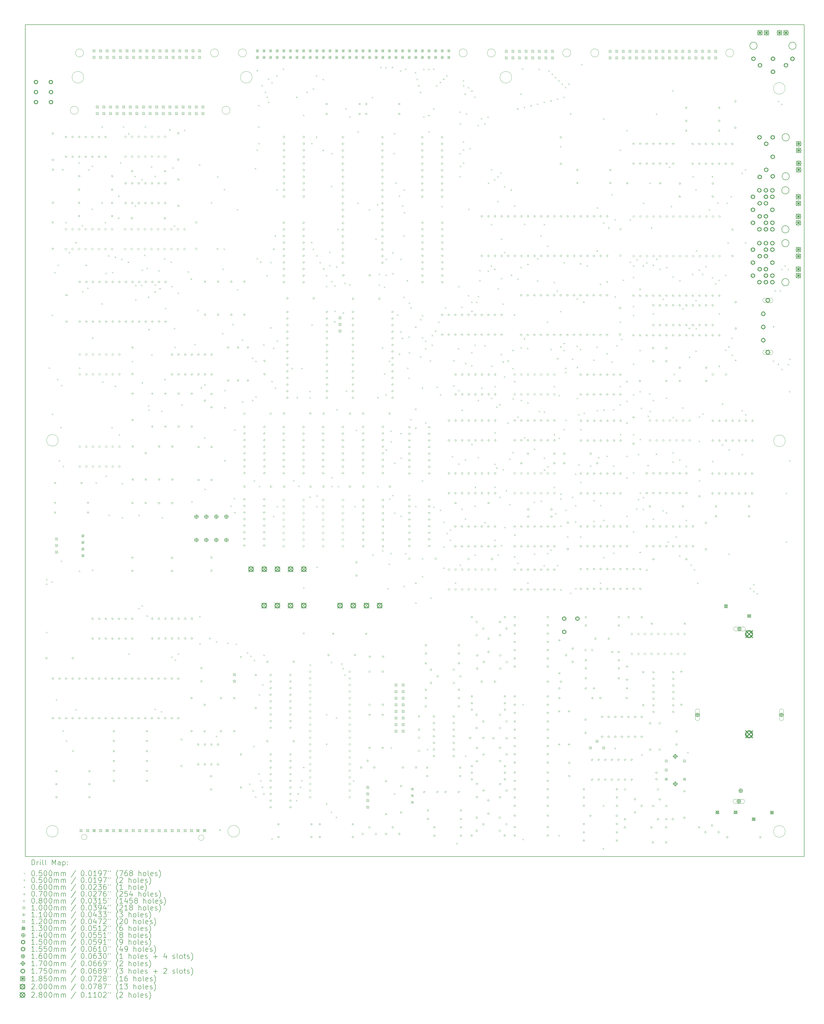
<source format=gbr>
%TF.GenerationSoftware,KiCad,Pcbnew,9.0.6*%
%TF.CreationDate,2025-11-01T23:52:29+00:00*%
%TF.ProjectId,EinsteinTC01,45696e73-7465-4696-9e54-4330312e6b69,rev?*%
%TF.SameCoordinates,Original*%
%TF.FileFunction,Drillmap*%
%TF.FilePolarity,Positive*%
%FSLAX45Y45*%
G04 Gerber Fmt 4.5, Leading zero omitted, Abs format (unit mm)*
G04 Created by KiCad (PCBNEW 9.0.6) date 2025-11-01 23:52:29*
%MOMM*%
%LPD*%
G01*
G04 APERTURE LIST*
%ADD10C,0.050000*%
%ADD11C,0.200000*%
%ADD12C,0.150000*%
%ADD13C,0.100000*%
%ADD14C,0.110000*%
%ADD15C,0.120000*%
%ADD16C,0.130000*%
%ADD17C,0.140000*%
%ADD18C,0.155000*%
%ADD19C,0.160000*%
%ADD20C,0.170000*%
%ADD21C,0.175000*%
%ADD22C,0.185000*%
%ADD23C,0.280000*%
G04 APERTURE END LIST*
D10*
X38241080Y-18038920D02*
G75*
G02*
X37790920Y-18038920I-225080J0D01*
G01*
X37790920Y-18038920D02*
G75*
G02*
X38241080Y-18038920I225080J0D01*
G01*
X27083013Y-3119000D02*
G75*
G02*
X26772987Y-3119000I-155013J0D01*
G01*
X26772987Y-3119000D02*
G75*
G02*
X27083013Y-3119000I155013J0D01*
G01*
X38240080Y-33061920D02*
G75*
G02*
X37789920Y-33061920I-225080J0D01*
G01*
X37789920Y-33061920D02*
G75*
G02*
X38240080Y-33061920I225080J0D01*
G01*
X27712080Y-4055987D02*
G75*
G02*
X27261920Y-4055987I-225080J0D01*
G01*
X27261920Y-4055987D02*
G75*
G02*
X27712080Y-4055987I225080J0D01*
G01*
X11035013Y-5325987D02*
G75*
G02*
X10724987Y-5325987I-155013J0D01*
G01*
X10724987Y-5325987D02*
G75*
G02*
X11035013Y-5325987I155013J0D01*
G01*
X17240080Y-33054920D02*
G75*
G02*
X16789920Y-33054920I-225080J0D01*
G01*
X16789920Y-33054920D02*
G75*
G02*
X17240080Y-33054920I225080J0D01*
G01*
X10266080Y-18019920D02*
G75*
G02*
X9815920Y-18019920I-225080J0D01*
G01*
X9815920Y-18019920D02*
G75*
G02*
X10266080Y-18019920I225080J0D01*
G01*
X38234080Y-4481920D02*
G75*
G02*
X37783920Y-4481920I-225080J0D01*
G01*
X37783920Y-4481920D02*
G75*
G02*
X38234080Y-4481920I225080J0D01*
G01*
X36261013Y-3119000D02*
G75*
G02*
X35950987Y-3119000I-155013J0D01*
G01*
X35950987Y-3119000D02*
G75*
G02*
X36261013Y-3119000I155013J0D01*
G01*
X11238013Y-3119000D02*
G75*
G02*
X10927987Y-3119000I-155013J0D01*
G01*
X10927987Y-3119000D02*
G75*
G02*
X11238013Y-3119000I155013J0D01*
G01*
X25999013Y-3119000D02*
G75*
G02*
X25688987Y-3119000I-155013J0D01*
G01*
X25688987Y-3119000D02*
G75*
G02*
X25999013Y-3119000I155013J0D01*
G01*
X17725080Y-4055987D02*
G75*
G02*
X17274920Y-4055987I-225080J0D01*
G01*
X17274920Y-4055987D02*
G75*
G02*
X17725080Y-4055987I225080J0D01*
G01*
X17507013Y-3119000D02*
G75*
G02*
X17196987Y-3119000I-155013J0D01*
G01*
X17196987Y-3119000D02*
G75*
G02*
X17507013Y-3119000I155013J0D01*
G01*
X31064013Y-3119000D02*
G75*
G02*
X30753987Y-3119000I-155013J0D01*
G01*
X30753987Y-3119000D02*
G75*
G02*
X31064013Y-3119000I155013J0D01*
G01*
X16434013Y-3119000D02*
G75*
G02*
X16123987Y-3119000I-155013J0D01*
G01*
X16123987Y-3119000D02*
G75*
G02*
X16434013Y-3119000I155013J0D01*
G01*
D11*
X8998000Y-2030000D02*
X38968000Y-2030000D01*
X38968000Y-34030000D01*
X8998000Y-34030000D01*
X8998000Y-2030000D01*
D10*
X11244080Y-4055987D02*
G75*
G02*
X10793920Y-4055987I-225080J0D01*
G01*
X10793920Y-4055987D02*
G75*
G02*
X11244080Y-4055987I225080J0D01*
G01*
X10260080Y-33056920D02*
G75*
G02*
X9809920Y-33056920I-225080J0D01*
G01*
X9809920Y-33056920D02*
G75*
G02*
X10260080Y-33056920I225080J0D01*
G01*
X16874013Y-5325987D02*
G75*
G02*
X16563987Y-5325987I-155013J0D01*
G01*
X16563987Y-5325987D02*
G75*
G02*
X16874013Y-5325987I155013J0D01*
G01*
X29987013Y-3119000D02*
G75*
G02*
X29676987Y-3119000I-155013J0D01*
G01*
X29676987Y-3119000D02*
G75*
G02*
X29987013Y-3119000I155013J0D01*
G01*
D12*
X37157000Y-2843500D02*
G75*
G02*
X36877000Y-2843500I-140000J0D01*
G01*
X36877000Y-2843500D02*
G75*
G02*
X37157000Y-2843500I140000J0D01*
G01*
X38657000Y-2843500D02*
G75*
G02*
X38377000Y-2843500I-140000J0D01*
G01*
X38377000Y-2843500D02*
G75*
G02*
X38657000Y-2843500I140000J0D01*
G01*
X38385000Y-8403500D02*
G75*
G02*
X38105000Y-8403500I-140000J0D01*
G01*
X38105000Y-8403500D02*
G75*
G02*
X38385000Y-8403500I140000J0D01*
G01*
X38385000Y-9903500D02*
G75*
G02*
X38105000Y-9903500I-140000J0D01*
G01*
X38105000Y-9903500D02*
G75*
G02*
X38385000Y-9903500I140000J0D01*
G01*
X38397000Y-6365000D02*
G75*
G02*
X38117000Y-6365000I-140000J0D01*
G01*
X38117000Y-6365000D02*
G75*
G02*
X38397000Y-6365000I140000J0D01*
G01*
X38397000Y-7865000D02*
G75*
G02*
X38117000Y-7865000I-140000J0D01*
G01*
X38117000Y-7865000D02*
G75*
G02*
X38397000Y-7865000I140000J0D01*
G01*
X38385000Y-10436000D02*
G75*
G02*
X38105000Y-10436000I-140000J0D01*
G01*
X38105000Y-10436000D02*
G75*
G02*
X38385000Y-10436000I140000J0D01*
G01*
X38385000Y-11936000D02*
G75*
G02*
X38105000Y-11936000I-140000J0D01*
G01*
X38105000Y-11936000D02*
G75*
G02*
X38385000Y-11936000I140000J0D01*
G01*
D13*
X11372000Y-33279000D02*
G75*
G02*
X11162000Y-33279000I-105000J0D01*
G01*
X11162000Y-33279000D02*
G75*
G02*
X11372000Y-33279000I105000J0D01*
G01*
X15872000Y-33304000D02*
G75*
G02*
X15662000Y-33304000I-105000J0D01*
G01*
X15662000Y-33304000D02*
G75*
G02*
X15872000Y-33304000I105000J0D01*
G01*
D11*
D13*
X9791000Y-23530000D02*
X9841000Y-23580000D01*
X9841000Y-23530000D02*
X9791000Y-23580000D01*
X9794000Y-23350000D02*
X9844000Y-23400000D01*
X9844000Y-23350000D02*
X9794000Y-23400000D01*
X9794000Y-25386000D02*
X9844000Y-25436000D01*
X9844000Y-25386000D02*
X9794000Y-25436000D01*
X9898000Y-15218000D02*
X9948000Y-15268000D01*
X9948000Y-15218000D02*
X9898000Y-15268000D01*
X9995000Y-23447000D02*
X10045000Y-23497000D01*
X10045000Y-23447000D02*
X9995000Y-23497000D01*
X10013000Y-13185000D02*
X10063000Y-13235000D01*
X10063000Y-13185000D02*
X10013000Y-13235000D01*
X10024000Y-16990000D02*
X10074000Y-17040000D01*
X10074000Y-16990000D02*
X10024000Y-17040000D01*
X10107500Y-11542500D02*
X10157500Y-11592500D01*
X10157500Y-11542500D02*
X10107500Y-11592500D01*
X10173000Y-27975000D02*
X10223000Y-28025000D01*
X10223000Y-27975000D02*
X10173000Y-28025000D01*
X10215000Y-15652500D02*
X10265000Y-15702500D01*
X10265000Y-15652500D02*
X10215000Y-15702500D01*
X10242500Y-11262500D02*
X10292500Y-11312500D01*
X10292500Y-11262500D02*
X10242500Y-11312500D01*
X10287000Y-18777000D02*
X10337000Y-18827000D01*
X10337000Y-18777000D02*
X10287000Y-18827000D01*
X10340000Y-17502500D02*
X10390000Y-17552500D01*
X10390000Y-17502500D02*
X10340000Y-17552500D01*
X10357000Y-22643000D02*
X10407000Y-22693000D01*
X10407000Y-22643000D02*
X10357000Y-22693000D01*
X10370000Y-15881000D02*
X10420000Y-15931000D01*
X10420000Y-15881000D02*
X10370000Y-15931000D01*
X10414000Y-7582000D02*
X10464000Y-7632000D01*
X10464000Y-7582000D02*
X10414000Y-7632000D01*
X10428000Y-29180000D02*
X10478000Y-29230000D01*
X10478000Y-29180000D02*
X10428000Y-29230000D01*
X10440000Y-19000000D02*
X10490000Y-19050000D01*
X10490000Y-19000000D02*
X10440000Y-19050000D01*
X10539000Y-9618000D02*
X10589000Y-9668000D01*
X10589000Y-9618000D02*
X10539000Y-9668000D01*
X10557000Y-29560000D02*
X10607000Y-29610000D01*
X10607000Y-29560000D02*
X10557000Y-29610000D01*
X10663000Y-10774000D02*
X10713000Y-10824000D01*
X10713000Y-10774000D02*
X10663000Y-10824000D01*
X10802000Y-29943000D02*
X10852000Y-29993000D01*
X10852000Y-29943000D02*
X10802000Y-29993000D01*
X10915000Y-10386000D02*
X10965000Y-10436000D01*
X10965000Y-10386000D02*
X10915000Y-10436000D01*
X10919000Y-28356000D02*
X10969000Y-28406000D01*
X10969000Y-28356000D02*
X10919000Y-28406000D01*
X11040000Y-7327000D02*
X11090000Y-7377000D01*
X11090000Y-7327000D02*
X11040000Y-7377000D01*
X11054000Y-23030000D02*
X11104000Y-23080000D01*
X11104000Y-23030000D02*
X11054000Y-23080000D01*
X11065000Y-15218000D02*
X11115000Y-15268000D01*
X11115000Y-15218000D02*
X11065000Y-15268000D01*
X11163000Y-9739000D02*
X11213000Y-9789000D01*
X11213000Y-9739000D02*
X11163000Y-9789000D01*
X11180000Y-12277000D02*
X11230000Y-12327000D01*
X11230000Y-12277000D02*
X11180000Y-12327000D01*
X11305000Y-11265000D02*
X11355000Y-11315000D01*
X11355000Y-11265000D02*
X11305000Y-11315000D01*
X11379000Y-12145000D02*
X11429000Y-12195000D01*
X11429000Y-12145000D02*
X11379000Y-12195000D01*
X11412000Y-7583000D02*
X11462000Y-7633000D01*
X11462000Y-7583000D02*
X11412000Y-7633000D01*
X11544000Y-9100000D02*
X11594000Y-9150000D01*
X11594000Y-9100000D02*
X11544000Y-9150000D01*
X11553000Y-7453000D02*
X11603000Y-7503000D01*
X11603000Y-7453000D02*
X11553000Y-7503000D01*
X11558000Y-14061000D02*
X11608000Y-14111000D01*
X11608000Y-14061000D02*
X11558000Y-14111000D01*
X11563000Y-22991000D02*
X11613000Y-23041000D01*
X11613000Y-22991000D02*
X11563000Y-23041000D01*
X11697000Y-19631000D02*
X11747000Y-19681000D01*
X11747000Y-19631000D02*
X11697000Y-19681000D01*
X11922000Y-8860000D02*
X11972000Y-8910000D01*
X11972000Y-8860000D02*
X11922000Y-8910000D01*
X11927000Y-5941000D02*
X11977000Y-5991000D01*
X11977000Y-5941000D02*
X11927000Y-5991000D01*
X11927000Y-12740000D02*
X11977000Y-12790000D01*
X11977000Y-12740000D02*
X11927000Y-12790000D01*
X11955000Y-15754000D02*
X12005000Y-15804000D01*
X12005000Y-15754000D02*
X11955000Y-15804000D01*
X12053000Y-9619000D02*
X12103000Y-9669000D01*
X12103000Y-9619000D02*
X12053000Y-9669000D01*
X12078000Y-11575000D02*
X12128000Y-11625000D01*
X12128000Y-11575000D02*
X12078000Y-11625000D01*
X12081000Y-19375000D02*
X12131000Y-19425000D01*
X12131000Y-19375000D02*
X12081000Y-19425000D01*
X12174000Y-10899000D02*
X12224000Y-10949000D01*
X12224000Y-10899000D02*
X12174000Y-10949000D01*
X12195000Y-20877000D02*
X12245000Y-20927000D01*
X12245000Y-20877000D02*
X12195000Y-20927000D01*
X12305000Y-17502500D02*
X12355000Y-17552500D01*
X12355000Y-17502500D02*
X12305000Y-17552500D01*
X12334000Y-11539000D02*
X12384000Y-11589000D01*
X12384000Y-11539000D02*
X12334000Y-11589000D01*
X12430000Y-10958000D02*
X12480000Y-11008000D01*
X12480000Y-10958000D02*
X12430000Y-11008000D01*
X12432000Y-15913000D02*
X12482000Y-15963000D01*
X12482000Y-15913000D02*
X12432000Y-15963000D01*
X12566000Y-8606000D02*
X12616000Y-8656000D01*
X12616000Y-8606000D02*
X12566000Y-8656000D01*
X12566000Y-9450000D02*
X12616000Y-9500000D01*
X12616000Y-9450000D02*
X12566000Y-9500000D01*
X12588000Y-17789000D02*
X12638000Y-17839000D01*
X12638000Y-17789000D02*
X12588000Y-17839000D01*
X12636000Y-7327000D02*
X12686000Y-7377000D01*
X12686000Y-7327000D02*
X12636000Y-7377000D01*
X12688000Y-11029000D02*
X12738000Y-11079000D01*
X12738000Y-11029000D02*
X12688000Y-11079000D01*
X12700000Y-19662000D02*
X12750000Y-19712000D01*
X12750000Y-19662000D02*
X12700000Y-19712000D01*
X12702000Y-20972000D02*
X12752000Y-21022000D01*
X12752000Y-20972000D02*
X12702000Y-21022000D01*
X12745000Y-5935000D02*
X12795000Y-5985000D01*
X12795000Y-5935000D02*
X12745000Y-5985000D01*
X12935000Y-11147000D02*
X12985000Y-11197000D01*
X12985000Y-11147000D02*
X12935000Y-11197000D01*
X12950000Y-6204000D02*
X13000000Y-6254000D01*
X13000000Y-6204000D02*
X12950000Y-6254000D01*
X12961000Y-26211000D02*
X13011000Y-26261000D01*
X13011000Y-26211000D02*
X12961000Y-26261000D01*
X13096000Y-14963000D02*
X13146000Y-15013000D01*
X13146000Y-14963000D02*
X13096000Y-15013000D01*
X13192000Y-7845000D02*
X13242000Y-7895000D01*
X13242000Y-7845000D02*
X13192000Y-7895000D01*
X13203000Y-8977000D02*
X13253000Y-9027000D01*
X13253000Y-8977000D02*
X13203000Y-9027000D01*
X13222000Y-12037000D02*
X13272000Y-12087000D01*
X13272000Y-12037000D02*
X13222000Y-12087000D01*
X13225000Y-12601000D02*
X13275000Y-12651000D01*
X13275000Y-12601000D02*
X13225000Y-12651000D01*
X13341000Y-24457000D02*
X13391000Y-24507000D01*
X13391000Y-24457000D02*
X13341000Y-24507000D01*
X13349000Y-20877000D02*
X13399000Y-20927000D01*
X13399000Y-20877000D02*
X13349000Y-20927000D01*
X13452000Y-12037000D02*
X13502000Y-12087000D01*
X13502000Y-12037000D02*
X13452000Y-12087000D01*
X13459000Y-7964000D02*
X13509000Y-8014000D01*
X13509000Y-7964000D02*
X13459000Y-8014000D01*
X13466000Y-24361000D02*
X13516000Y-24411000D01*
X13516000Y-24361000D02*
X13466000Y-24411000D01*
X13472000Y-15785000D02*
X13522000Y-15835000D01*
X13522000Y-15785000D02*
X13472000Y-15835000D01*
X13474000Y-11448000D02*
X13524000Y-11498000D01*
X13524000Y-11448000D02*
X13474000Y-11498000D01*
X13568000Y-10879000D02*
X13618000Y-10929000D01*
X13618000Y-10879000D02*
X13568000Y-10929000D01*
X13586000Y-5937000D02*
X13636000Y-5987000D01*
X13636000Y-5937000D02*
X13586000Y-5987000D01*
X13659000Y-24748000D02*
X13709000Y-24798000D01*
X13709000Y-24748000D02*
X13659000Y-24798000D01*
X13661000Y-11383000D02*
X13711000Y-11433000D01*
X13711000Y-11383000D02*
X13661000Y-11433000D01*
X13709000Y-12485000D02*
X13759000Y-12535000D01*
X13759000Y-12485000D02*
X13709000Y-12535000D01*
X13713000Y-16671000D02*
X13763000Y-16721000D01*
X13763000Y-16671000D02*
X13713000Y-16721000D01*
X13726000Y-13732000D02*
X13776000Y-13782000D01*
X13776000Y-13732000D02*
X13726000Y-13782000D01*
X13729000Y-16833000D02*
X13779000Y-16883000D01*
X13779000Y-16833000D02*
X13729000Y-16883000D01*
X13834000Y-7479000D02*
X13884000Y-7529000D01*
X13884000Y-7479000D02*
X13834000Y-7529000D01*
X13842000Y-14708000D02*
X13892000Y-14758000D01*
X13892000Y-14708000D02*
X13842000Y-14758000D01*
X13963000Y-12288000D02*
X14013000Y-12338000D01*
X14013000Y-12288000D02*
X13963000Y-12338000D01*
X13966000Y-7844000D02*
X14016000Y-7894000D01*
X14016000Y-7844000D02*
X13966000Y-7894000D01*
X13970000Y-28340000D02*
X14020000Y-28390000D01*
X14020000Y-28340000D02*
X13970000Y-28390000D01*
X13977000Y-12014000D02*
X14027000Y-12064000D01*
X14027000Y-12014000D02*
X13977000Y-12064000D01*
X14108000Y-11470000D02*
X14158000Y-11520000D01*
X14158000Y-11470000D02*
X14108000Y-11520000D01*
X14154000Y-12163000D02*
X14204000Y-12213000D01*
X14204000Y-12163000D02*
X14154000Y-12213000D01*
X14212000Y-28431000D02*
X14262000Y-28481000D01*
X14262000Y-28431000D02*
X14212000Y-28481000D01*
X14218000Y-16871000D02*
X14268000Y-16921000D01*
X14268000Y-16871000D02*
X14218000Y-16921000D01*
X14237000Y-20969700D02*
X14287000Y-21019700D01*
X14287000Y-20969700D02*
X14237000Y-21019700D01*
X14331000Y-11019000D02*
X14381000Y-11069000D01*
X14381000Y-11019000D02*
X14331000Y-11069000D01*
X14344000Y-15652000D02*
X14394000Y-15702000D01*
X14394000Y-15652000D02*
X14344000Y-15702000D01*
X14364000Y-12924000D02*
X14414000Y-12974000D01*
X14414000Y-12924000D02*
X14364000Y-12974000D01*
X14530000Y-6057000D02*
X14580000Y-6107000D01*
X14580000Y-6057000D02*
X14530000Y-6107000D01*
X14583000Y-11145000D02*
X14633000Y-11195000D01*
X14633000Y-11145000D02*
X14583000Y-11195000D01*
X14609000Y-26328000D02*
X14659000Y-26378000D01*
X14659000Y-26328000D02*
X14609000Y-26378000D01*
X14615000Y-12078000D02*
X14665000Y-12128000D01*
X14665000Y-12078000D02*
X14615000Y-12128000D01*
X14649000Y-7517000D02*
X14699000Y-7567000D01*
X14699000Y-7517000D02*
X14649000Y-7567000D01*
X14712000Y-9752000D02*
X14762000Y-9802000D01*
X14762000Y-9752000D02*
X14712000Y-9802000D01*
X14715000Y-13689000D02*
X14765000Y-13739000D01*
X14765000Y-13689000D02*
X14715000Y-13739000D01*
X14734000Y-14422000D02*
X14784000Y-14472000D01*
X14784000Y-14422000D02*
X14734000Y-14472000D01*
X14745000Y-26453000D02*
X14795000Y-26503000D01*
X14795000Y-26453000D02*
X14745000Y-26503000D01*
X14855000Y-12334000D02*
X14905000Y-12384000D01*
X14905000Y-12334000D02*
X14855000Y-12384000D01*
X14863000Y-26211000D02*
X14913000Y-26261000D01*
X14913000Y-26211000D02*
X14863000Y-26261000D01*
X15003000Y-16638000D02*
X15053000Y-16688000D01*
X15053000Y-16638000D02*
X15003000Y-16688000D01*
X15105000Y-6071000D02*
X15155000Y-6121000D01*
X15155000Y-6071000D02*
X15105000Y-6121000D01*
X15244000Y-11518000D02*
X15294000Y-11568000D01*
X15294000Y-11518000D02*
X15244000Y-11568000D01*
X15359000Y-11790000D02*
X15409000Y-11840000D01*
X15409000Y-11790000D02*
X15359000Y-11840000D01*
X15384000Y-20360000D02*
X15434000Y-20410000D01*
X15434000Y-20360000D02*
X15384000Y-20410000D01*
X15502000Y-14307000D02*
X15552000Y-14357000D01*
X15552000Y-14307000D02*
X15502000Y-14357000D01*
X15613000Y-12997000D02*
X15663000Y-13047000D01*
X15663000Y-12997000D02*
X15613000Y-13047000D01*
X15680000Y-7398000D02*
X15730000Y-7448000D01*
X15730000Y-7398000D02*
X15680000Y-7448000D01*
X15686000Y-24776000D02*
X15736000Y-24826000D01*
X15736000Y-24776000D02*
X15686000Y-24826000D01*
X15695000Y-25826000D02*
X15745000Y-25876000D01*
X15745000Y-25826000D02*
X15695000Y-25876000D01*
X15741000Y-15975000D02*
X15791000Y-16025000D01*
X15791000Y-15975000D02*
X15741000Y-16025000D01*
X15874000Y-17895000D02*
X15924000Y-17945000D01*
X15924000Y-17895000D02*
X15874000Y-17945000D01*
X15883000Y-15861000D02*
X15933000Y-15911000D01*
X15933000Y-15861000D02*
X15883000Y-15911000D01*
X15891000Y-19883000D02*
X15941000Y-19933000D01*
X15941000Y-19883000D02*
X15891000Y-19933000D01*
X16071000Y-25614000D02*
X16121000Y-25664000D01*
X16121000Y-25614000D02*
X16071000Y-25664000D01*
X16138000Y-8855000D02*
X16188000Y-8905000D01*
X16188000Y-8855000D02*
X16138000Y-8905000D01*
X16326000Y-25747000D02*
X16376000Y-25797000D01*
X16376000Y-25747000D02*
X16326000Y-25797000D01*
X16327000Y-29383000D02*
X16377000Y-29433000D01*
X16377000Y-29383000D02*
X16327000Y-29433000D01*
X16362000Y-10630000D02*
X16412000Y-10680000D01*
X16412000Y-10630000D02*
X16362000Y-10680000D01*
X16370000Y-7854000D02*
X16420000Y-7904000D01*
X16420000Y-7854000D02*
X16370000Y-7904000D01*
X16569000Y-13889000D02*
X16619000Y-13939000D01*
X16619000Y-13889000D02*
X16569000Y-13939000D01*
X16571000Y-11415000D02*
X16621000Y-11465000D01*
X16621000Y-11415000D02*
X16571000Y-11465000D01*
X16629000Y-10640000D02*
X16679000Y-10690000D01*
X16679000Y-10640000D02*
X16629000Y-10690000D01*
X16634000Y-8350000D02*
X16684000Y-8400000D01*
X16684000Y-8350000D02*
X16634000Y-8400000D01*
X16649000Y-16075000D02*
X16699000Y-16125000D01*
X16699000Y-16075000D02*
X16649000Y-16125000D01*
X16653000Y-16743000D02*
X16703000Y-16793000D01*
X16703000Y-16743000D02*
X16653000Y-16793000D01*
X16653000Y-18775000D02*
X16703000Y-18825000D01*
X16703000Y-18775000D02*
X16653000Y-18825000D01*
X16764000Y-25795000D02*
X16814000Y-25845000D01*
X16814000Y-25795000D02*
X16764000Y-25845000D01*
X16889000Y-20520000D02*
X16939000Y-20570000D01*
X16939000Y-20520000D02*
X16889000Y-20570000D01*
X16965000Y-13539000D02*
X17015000Y-13589000D01*
X17015000Y-13539000D02*
X16965000Y-13589000D01*
X17013000Y-20239000D02*
X17063000Y-20289000D01*
X17063000Y-20239000D02*
X17013000Y-20289000D01*
X17032000Y-17603000D02*
X17082000Y-17653000D01*
X17082000Y-17603000D02*
X17032000Y-17653000D01*
X17033000Y-20773000D02*
X17083000Y-20823000D01*
X17083000Y-20773000D02*
X17033000Y-20823000D01*
X17087000Y-25836000D02*
X17137000Y-25886000D01*
X17137000Y-25836000D02*
X17087000Y-25886000D01*
X17131000Y-9117000D02*
X17181000Y-9167000D01*
X17181000Y-9117000D02*
X17131000Y-9167000D01*
X17142000Y-12203000D02*
X17192000Y-12253000D01*
X17192000Y-12203000D02*
X17142000Y-12253000D01*
X17326000Y-14139000D02*
X17376000Y-14189000D01*
X17376000Y-14139000D02*
X17326000Y-14189000D01*
X17337000Y-16518000D02*
X17387000Y-16568000D01*
X17387000Y-16518000D02*
X17337000Y-16568000D01*
X17525000Y-26173000D02*
X17575000Y-26223000D01*
X17575000Y-26173000D02*
X17525000Y-26223000D01*
X17605000Y-31216000D02*
X17655000Y-31266000D01*
X17655000Y-31216000D02*
X17605000Y-31266000D01*
X17652000Y-26301000D02*
X17702000Y-26351000D01*
X17702000Y-26301000D02*
X17652000Y-26351000D01*
X17718000Y-14837000D02*
X17768000Y-14887000D01*
X17768000Y-14837000D02*
X17718000Y-14887000D01*
X17721000Y-16459000D02*
X17771000Y-16509000D01*
X17771000Y-16459000D02*
X17721000Y-16509000D01*
X17732000Y-31469000D02*
X17782000Y-31519000D01*
X17782000Y-31469000D02*
X17732000Y-31519000D01*
X17770000Y-29767000D02*
X17820000Y-29817000D01*
X17820000Y-29767000D02*
X17770000Y-29817000D01*
X17787000Y-19550000D02*
X17837000Y-19600000D01*
X17837000Y-19550000D02*
X17787000Y-19600000D01*
X17788000Y-26455000D02*
X17838000Y-26505000D01*
X17838000Y-26455000D02*
X17788000Y-26505000D01*
X17825000Y-7545000D02*
X17875000Y-7595000D01*
X17875000Y-7545000D02*
X17825000Y-7595000D01*
X17838000Y-31715000D02*
X17888000Y-31765000D01*
X17888000Y-31715000D02*
X17838000Y-31765000D01*
X17841000Y-14962000D02*
X17891000Y-15012000D01*
X17891000Y-14962000D02*
X17841000Y-15012000D01*
X17846000Y-16325000D02*
X17896000Y-16375000D01*
X17896000Y-16325000D02*
X17846000Y-16375000D01*
X17891000Y-3778000D02*
X17941000Y-3828000D01*
X17941000Y-3778000D02*
X17891000Y-3828000D01*
X17892000Y-6831000D02*
X17942000Y-6881000D01*
X17942000Y-6831000D02*
X17892000Y-6881000D01*
X17894000Y-11007000D02*
X17944000Y-11057000D01*
X17944000Y-11007000D02*
X17894000Y-11057000D01*
X17952000Y-5937000D02*
X18002000Y-5987000D01*
X18002000Y-5937000D02*
X17952000Y-5987000D01*
X17958000Y-5113000D02*
X18008000Y-5163000D01*
X18008000Y-5113000D02*
X17958000Y-5163000D01*
X17960000Y-30831000D02*
X18010000Y-30881000D01*
X18010000Y-30831000D02*
X17960000Y-30881000D01*
X17965000Y-6577000D02*
X18015000Y-6627000D01*
X18015000Y-6577000D02*
X17965000Y-6627000D01*
X17981000Y-19770000D02*
X18031000Y-19820000D01*
X18031000Y-19770000D02*
X17981000Y-19820000D01*
X17982000Y-27781000D02*
X18032000Y-27831000D01*
X18032000Y-27781000D02*
X17982000Y-27831000D01*
X18027000Y-11142000D02*
X18077000Y-11192000D01*
X18077000Y-11142000D02*
X18027000Y-11192000D01*
X18032000Y-31087000D02*
X18082000Y-31137000D01*
X18082000Y-31087000D02*
X18032000Y-31137000D01*
X18079000Y-4351000D02*
X18129000Y-4401000D01*
X18129000Y-4351000D02*
X18079000Y-4401000D01*
X18090000Y-31340000D02*
X18140000Y-31390000D01*
X18140000Y-31340000D02*
X18090000Y-31390000D01*
X18105000Y-27398000D02*
X18155000Y-27448000D01*
X18155000Y-27398000D02*
X18105000Y-27448000D01*
X18152000Y-31594000D02*
X18202000Y-31644000D01*
X18202000Y-31594000D02*
X18152000Y-31644000D01*
X18153000Y-14328000D02*
X18203000Y-14378000D01*
X18203000Y-14328000D02*
X18153000Y-14378000D01*
X18157000Y-26265000D02*
X18207000Y-26315000D01*
X18207000Y-26265000D02*
X18157000Y-26315000D01*
X18208000Y-4608000D02*
X18258000Y-4658000D01*
X18258000Y-4608000D02*
X18208000Y-4658000D01*
X18280000Y-4793000D02*
X18330000Y-4843000D01*
X18330000Y-4793000D02*
X18280000Y-4843000D01*
X18280000Y-11656000D02*
X18330000Y-11706000D01*
X18330000Y-11656000D02*
X18280000Y-11706000D01*
X18328000Y-4100000D02*
X18378000Y-4150000D01*
X18378000Y-4100000D02*
X18328000Y-4150000D01*
X18336000Y-4984000D02*
X18386000Y-5034000D01*
X18386000Y-4984000D02*
X18336000Y-5034000D01*
X18416000Y-13663000D02*
X18466000Y-13713000D01*
X18466000Y-13663000D02*
X18416000Y-13713000D01*
X18418000Y-11148000D02*
X18468000Y-11198000D01*
X18468000Y-11148000D02*
X18418000Y-11198000D01*
X18461000Y-4233000D02*
X18511000Y-4283000D01*
X18511000Y-4233000D02*
X18461000Y-4283000D01*
X18461000Y-33322000D02*
X18511000Y-33372000D01*
X18511000Y-33322000D02*
X18461000Y-33372000D01*
X18465000Y-15729000D02*
X18515000Y-15779000D01*
X18515000Y-15729000D02*
X18465000Y-15779000D01*
X18533000Y-10639000D02*
X18583000Y-10689000D01*
X18583000Y-10639000D02*
X18533000Y-10689000D01*
X18534000Y-14456000D02*
X18584000Y-14506000D01*
X18584000Y-14456000D02*
X18534000Y-14506000D01*
X18534000Y-20924000D02*
X18584000Y-20974000D01*
X18584000Y-20924000D02*
X18534000Y-20974000D01*
X18588000Y-10131000D02*
X18638000Y-10181000D01*
X18638000Y-10131000D02*
X18588000Y-10181000D01*
X18596000Y-15987000D02*
X18646000Y-16037000D01*
X18646000Y-15987000D02*
X18596000Y-16037000D01*
X18651000Y-3973000D02*
X18701000Y-4023000D01*
X18701000Y-3973000D02*
X18651000Y-4023000D01*
X18658000Y-8355000D02*
X18708000Y-8405000D01*
X18708000Y-8355000D02*
X18658000Y-8405000D01*
X18665000Y-14171000D02*
X18715000Y-14221000D01*
X18715000Y-14171000D02*
X18665000Y-14221000D01*
X18668000Y-20540000D02*
X18718000Y-20590000D01*
X18718000Y-20540000D02*
X18668000Y-20590000D01*
X18902000Y-3720000D02*
X18952000Y-3770000D01*
X18952000Y-3720000D02*
X18902000Y-3770000D01*
X19237000Y-15232000D02*
X19287000Y-15282000D01*
X19287000Y-15232000D02*
X19237000Y-15282000D01*
X19299000Y-19550000D02*
X19349000Y-19600000D01*
X19349000Y-19550000D02*
X19299000Y-19600000D01*
X19409000Y-31849000D02*
X19459000Y-31899000D01*
X19459000Y-31849000D02*
X19409000Y-31899000D01*
X19415000Y-4803000D02*
X19465000Y-4853000D01*
X19465000Y-4803000D02*
X19415000Y-4853000D01*
X19432000Y-16352000D02*
X19482000Y-16402000D01*
X19482000Y-16352000D02*
X19432000Y-16402000D01*
X19471000Y-31594000D02*
X19521000Y-31644000D01*
X19521000Y-31594000D02*
X19471000Y-31644000D01*
X19498000Y-19765000D02*
X19548000Y-19815000D01*
X19548000Y-19765000D02*
X19498000Y-19815000D01*
X19554000Y-31340000D02*
X19604000Y-31390000D01*
X19604000Y-31340000D02*
X19554000Y-31390000D01*
X19610000Y-31086000D02*
X19660000Y-31136000D01*
X19660000Y-31086000D02*
X19610000Y-31136000D01*
X19614000Y-15232000D02*
X19664000Y-15282000D01*
X19664000Y-15232000D02*
X19614000Y-15282000D01*
X19680000Y-30578000D02*
X19730000Y-30628000D01*
X19730000Y-30578000D02*
X19680000Y-30628000D01*
X19681000Y-5494000D02*
X19731000Y-5544000D01*
X19731000Y-5494000D02*
X19681000Y-5544000D01*
X19686000Y-23669000D02*
X19736000Y-23719000D01*
X19736000Y-23669000D02*
X19686000Y-23719000D01*
X19686000Y-25419000D02*
X19736000Y-25469000D01*
X19736000Y-25419000D02*
X19686000Y-25469000D01*
X19807000Y-4607000D02*
X19857000Y-4657000D01*
X19857000Y-4607000D02*
X19807000Y-4657000D01*
X19929000Y-16357000D02*
X19979000Y-16407000D01*
X19979000Y-16357000D02*
X19929000Y-16407000D01*
X19929000Y-20179000D02*
X19979000Y-20229000D01*
X19979000Y-20179000D02*
X19929000Y-20229000D01*
X19930000Y-16111000D02*
X19980000Y-16161000D01*
X19980000Y-16111000D02*
X19930000Y-16161000D01*
X19936000Y-26636000D02*
X19986000Y-26686000D01*
X19986000Y-26636000D02*
X19936000Y-26686000D01*
X19989000Y-10385000D02*
X20039000Y-10435000D01*
X20039000Y-10385000D02*
X19989000Y-10435000D01*
X19992000Y-6582000D02*
X20042000Y-6632000D01*
X20042000Y-6582000D02*
X19992000Y-6632000D01*
X20007000Y-13557000D02*
X20057000Y-13607000D01*
X20057000Y-13557000D02*
X20007000Y-13607000D01*
X20053000Y-10640000D02*
X20103000Y-10690000D01*
X20103000Y-10640000D02*
X20053000Y-10690000D01*
X20055000Y-4480000D02*
X20105000Y-4530000D01*
X20105000Y-4480000D02*
X20055000Y-4530000D01*
X20175000Y-3973000D02*
X20225000Y-4023000D01*
X20225000Y-3973000D02*
X20175000Y-4023000D01*
X20177000Y-6334000D02*
X20227000Y-6384000D01*
X20227000Y-6334000D02*
X20177000Y-6384000D01*
X20190000Y-20540000D02*
X20240000Y-20590000D01*
X20240000Y-20540000D02*
X20190000Y-20590000D01*
X20193000Y-10894000D02*
X20243000Y-10944000D01*
X20243000Y-10894000D02*
X20193000Y-10944000D01*
X20196000Y-20137000D02*
X20246000Y-20187000D01*
X20246000Y-20137000D02*
X20196000Y-20187000D01*
X20199000Y-22871000D02*
X20249000Y-22921000D01*
X20249000Y-22871000D02*
X20199000Y-22921000D01*
X20315000Y-11159000D02*
X20365000Y-11209000D01*
X20365000Y-11159000D02*
X20315000Y-11209000D01*
X20431000Y-6842000D02*
X20481000Y-6892000D01*
X20481000Y-6842000D02*
X20431000Y-6892000D01*
X20433000Y-4113000D02*
X20483000Y-4163000D01*
X20483000Y-4113000D02*
X20433000Y-4163000D01*
X20453000Y-11401000D02*
X20503000Y-11451000D01*
X20503000Y-11401000D02*
X20453000Y-11451000D01*
X20562000Y-11657000D02*
X20612000Y-11707000D01*
X20612000Y-11657000D02*
X20562000Y-11707000D01*
X20562000Y-12076000D02*
X20612000Y-12126000D01*
X20612000Y-12076000D02*
X20562000Y-12126000D01*
X20567000Y-28546000D02*
X20617000Y-28596000D01*
X20617000Y-28546000D02*
X20567000Y-28596000D01*
X20567000Y-29686000D02*
X20617000Y-29736000D01*
X20617000Y-29686000D02*
X20567000Y-29736000D01*
X20567000Y-31976000D02*
X20617000Y-32026000D01*
X20617000Y-31976000D02*
X20567000Y-32026000D01*
X20688000Y-10765000D02*
X20738000Y-10815000D01*
X20738000Y-10765000D02*
X20688000Y-10815000D01*
X20693000Y-11269000D02*
X20743000Y-11319000D01*
X20743000Y-11269000D02*
X20693000Y-11319000D01*
X20752000Y-26535000D02*
X20802000Y-26585000D01*
X20802000Y-26535000D02*
X20752000Y-26585000D01*
X20752000Y-32304000D02*
X20802000Y-32354000D01*
X20802000Y-32304000D02*
X20752000Y-32354000D01*
X20754000Y-8227000D02*
X20804000Y-8277000D01*
X20804000Y-8227000D02*
X20754000Y-8277000D01*
X20763000Y-11889000D02*
X20813000Y-11939000D01*
X20813000Y-11889000D02*
X20763000Y-11939000D01*
X20767000Y-6962000D02*
X20817000Y-7012000D01*
X20817000Y-6962000D02*
X20767000Y-7012000D01*
X20773000Y-19431000D02*
X20823000Y-19481000D01*
X20823000Y-19431000D02*
X20773000Y-19481000D01*
X20773000Y-19770000D02*
X20823000Y-19820000D01*
X20823000Y-19770000D02*
X20773000Y-19820000D01*
X20873000Y-13433000D02*
X20923000Y-13483000D01*
X20923000Y-13433000D02*
X20873000Y-13483000D01*
X20881000Y-12045000D02*
X20931000Y-12095000D01*
X20931000Y-12045000D02*
X20881000Y-12095000D01*
X20894000Y-13027700D02*
X20944000Y-13077700D01*
X20944000Y-13027700D02*
X20894000Y-13077700D01*
X20943000Y-28670000D02*
X20993000Y-28720000D01*
X20993000Y-28670000D02*
X20943000Y-28720000D01*
X20943000Y-32497000D02*
X20993000Y-32547000D01*
X20993000Y-32497000D02*
X20943000Y-32547000D01*
X20952000Y-11330000D02*
X21002000Y-11380000D01*
X21002000Y-11330000D02*
X20952000Y-11380000D01*
X20959000Y-16818000D02*
X21009000Y-16868000D01*
X21009000Y-16818000D02*
X20959000Y-16868000D01*
X21000000Y-9878000D02*
X21050000Y-9928000D01*
X21050000Y-9878000D02*
X21000000Y-9928000D01*
X21027000Y-19771000D02*
X21077000Y-19821000D01*
X21077000Y-19771000D02*
X21027000Y-19821000D01*
X21147000Y-26593000D02*
X21197000Y-26643000D01*
X21197000Y-26593000D02*
X21147000Y-26643000D01*
X21196000Y-26770000D02*
X21246000Y-26820000D01*
X21246000Y-26770000D02*
X21196000Y-26820000D01*
X21210000Y-13096000D02*
X21260000Y-13146000D01*
X21260000Y-13096000D02*
X21210000Y-13146000D01*
X21269000Y-11956000D02*
X21319000Y-12006000D01*
X21319000Y-11956000D02*
X21269000Y-12006000D01*
X21275000Y-27027000D02*
X21325000Y-27077000D01*
X21325000Y-27027000D02*
X21275000Y-27077000D01*
X21306000Y-5241000D02*
X21356000Y-5291000D01*
X21356000Y-5241000D02*
X21306000Y-5291000D01*
X21326000Y-16098000D02*
X21376000Y-16148000D01*
X21376000Y-16098000D02*
X21326000Y-16148000D01*
X21458000Y-5558000D02*
X21508000Y-5608000D01*
X21508000Y-5558000D02*
X21458000Y-5608000D01*
X21459000Y-12014000D02*
X21509000Y-12064000D01*
X21509000Y-12014000D02*
X21459000Y-12064000D01*
X21603000Y-31098000D02*
X21653000Y-31148000D01*
X21653000Y-31098000D02*
X21603000Y-31148000D01*
X21658000Y-20540000D02*
X21708000Y-20590000D01*
X21708000Y-20540000D02*
X21658000Y-20590000D01*
X21711000Y-17610000D02*
X21761000Y-17660000D01*
X21761000Y-17610000D02*
X21711000Y-17660000D01*
X21770000Y-6128000D02*
X21820000Y-6178000D01*
X21820000Y-6128000D02*
X21770000Y-6178000D01*
X21770000Y-8872000D02*
X21820000Y-8922000D01*
X21820000Y-8872000D02*
X21770000Y-8922000D01*
X22213000Y-9128000D02*
X22263000Y-9178000D01*
X22263000Y-9128000D02*
X22213000Y-9178000D01*
X22328000Y-4805000D02*
X22378000Y-4855000D01*
X22378000Y-4805000D02*
X22328000Y-4855000D01*
X22351000Y-22405000D02*
X22401000Y-22455000D01*
X22401000Y-22405000D02*
X22351000Y-22455000D01*
X22463000Y-10249000D02*
X22513000Y-10299000D01*
X22513000Y-10249000D02*
X22463000Y-10299000D01*
X22528000Y-8935000D02*
X22578000Y-8985000D01*
X22578000Y-8935000D02*
X22528000Y-8985000D01*
X22536000Y-16354000D02*
X22586000Y-16404000D01*
X22586000Y-16354000D02*
X22536000Y-16404000D01*
X22536000Y-19770000D02*
X22586000Y-19820000D01*
X22586000Y-19770000D02*
X22536000Y-19820000D01*
X22595000Y-11610000D02*
X22645000Y-11660000D01*
X22645000Y-11610000D02*
X22595000Y-11660000D01*
X22595000Y-12024000D02*
X22645000Y-12074000D01*
X22645000Y-12024000D02*
X22595000Y-12074000D01*
X22652000Y-3653000D02*
X22702000Y-3703000D01*
X22702000Y-3653000D02*
X22652000Y-3703000D01*
X22721000Y-14434000D02*
X22771000Y-14484000D01*
X22771000Y-14434000D02*
X22721000Y-14484000D01*
X22723000Y-22241000D02*
X22773000Y-22291000D01*
X22773000Y-22241000D02*
X22723000Y-22291000D01*
X22787000Y-12108000D02*
X22837000Y-12158000D01*
X22837000Y-12108000D02*
X22787000Y-12158000D01*
X22799000Y-15437000D02*
X22849000Y-15487000D01*
X22849000Y-15437000D02*
X22799000Y-15487000D01*
X22845000Y-3656000D02*
X22895000Y-3706000D01*
X22895000Y-3656000D02*
X22845000Y-3706000D01*
X22848000Y-16238000D02*
X22898000Y-16288000D01*
X22898000Y-16238000D02*
X22848000Y-16288000D01*
X22854000Y-11031000D02*
X22904000Y-11081000D01*
X22904000Y-11031000D02*
X22854000Y-11081000D01*
X22857000Y-11641000D02*
X22907000Y-11691000D01*
X22907000Y-11641000D02*
X22857000Y-11691000D01*
X22861000Y-18368000D02*
X22911000Y-18418000D01*
X22911000Y-18368000D02*
X22861000Y-18418000D01*
X22923000Y-23699000D02*
X22973000Y-23749000D01*
X22973000Y-23699000D02*
X22923000Y-23749000D01*
X22977000Y-22758000D02*
X23027000Y-22808000D01*
X23027000Y-22758000D02*
X22977000Y-22808000D01*
X22984000Y-14953000D02*
X23034000Y-15003000D01*
X23034000Y-14953000D02*
X22984000Y-15003000D01*
X22992000Y-20252000D02*
X23042000Y-20302000D01*
X23042000Y-20252000D02*
X22992000Y-20302000D01*
X23043000Y-22345000D02*
X23093000Y-22395000D01*
X23093000Y-22345000D02*
X23043000Y-22395000D01*
X23047000Y-17647000D02*
X23097000Y-17697000D01*
X23097000Y-17647000D02*
X23047000Y-17697000D01*
X23050000Y-18051000D02*
X23100000Y-18101000D01*
X23100000Y-18051000D02*
X23050000Y-18101000D01*
X23055000Y-29821000D02*
X23105000Y-29871000D01*
X23105000Y-29821000D02*
X23055000Y-29871000D01*
X23096000Y-3654000D02*
X23146000Y-3704000D01*
X23146000Y-3654000D02*
X23096000Y-3704000D01*
X23108000Y-11580000D02*
X23158000Y-11630000D01*
X23158000Y-11580000D02*
X23108000Y-11630000D01*
X23109000Y-10776000D02*
X23159000Y-10826000D01*
X23159000Y-10776000D02*
X23109000Y-10826000D01*
X23109000Y-20114000D02*
X23159000Y-20164000D01*
X23159000Y-20114000D02*
X23109000Y-20164000D01*
X23164000Y-6963000D02*
X23214000Y-7013000D01*
X23214000Y-6963000D02*
X23164000Y-7013000D01*
X23175000Y-6196000D02*
X23225000Y-6246000D01*
X23225000Y-6196000D02*
X23175000Y-6246000D01*
X23180000Y-31595000D02*
X23230000Y-31645000D01*
X23230000Y-31595000D02*
X23180000Y-31645000D01*
X23189000Y-20794000D02*
X23239000Y-20844000D01*
X23239000Y-20794000D02*
X23189000Y-20844000D01*
X23190000Y-18872000D02*
X23240000Y-18922000D01*
X23240000Y-18872000D02*
X23190000Y-18922000D01*
X23226000Y-8103000D02*
X23276000Y-8153000D01*
X23276000Y-8103000D02*
X23226000Y-8153000D01*
X23297000Y-13176000D02*
X23347000Y-13226000D01*
X23347000Y-13176000D02*
X23297000Y-13226000D01*
X23366000Y-8603000D02*
X23416000Y-8653000D01*
X23416000Y-8603000D02*
X23366000Y-8653000D01*
X23369000Y-14683000D02*
X23419000Y-14733000D01*
X23419000Y-14683000D02*
X23369000Y-14733000D01*
X23414000Y-3786000D02*
X23464000Y-3836000D01*
X23464000Y-3786000D02*
X23414000Y-3836000D01*
X23417000Y-13819000D02*
X23467000Y-13869000D01*
X23467000Y-13819000D02*
X23417000Y-13869000D01*
X23423000Y-17734000D02*
X23473000Y-17784000D01*
X23473000Y-17734000D02*
X23423000Y-17784000D01*
X23428000Y-11035000D02*
X23478000Y-11085000D01*
X23478000Y-11035000D02*
X23428000Y-11085000D01*
X23429000Y-20914000D02*
X23479000Y-20964000D01*
X23479000Y-20914000D02*
X23429000Y-20964000D01*
X23432000Y-18675000D02*
X23482000Y-18725000D01*
X23482000Y-18675000D02*
X23432000Y-18725000D01*
X23485000Y-14076000D02*
X23535000Y-14126000D01*
X23535000Y-14076000D02*
X23485000Y-14126000D01*
X23492000Y-8984000D02*
X23542000Y-9034000D01*
X23542000Y-8984000D02*
X23492000Y-9034000D01*
X23543000Y-10130000D02*
X23593000Y-10180000D01*
X23593000Y-10130000D02*
X23543000Y-10180000D01*
X23545000Y-12487000D02*
X23595000Y-12537000D01*
X23595000Y-12487000D02*
X23545000Y-12537000D01*
X23548000Y-8365000D02*
X23598000Y-8415000D01*
X23598000Y-8365000D02*
X23548000Y-8415000D01*
X23555000Y-23617000D02*
X23605000Y-23667000D01*
X23605000Y-23617000D02*
X23555000Y-23667000D01*
X23558000Y-9235000D02*
X23608000Y-9285000D01*
X23608000Y-9235000D02*
X23558000Y-9285000D01*
X23602000Y-3715000D02*
X23652000Y-3765000D01*
X23652000Y-3715000D02*
X23602000Y-3765000D01*
X23611000Y-22355000D02*
X23661000Y-22405000D01*
X23661000Y-22355000D02*
X23611000Y-22405000D01*
X23674000Y-11857000D02*
X23724000Y-11907000D01*
X23724000Y-11857000D02*
X23674000Y-11907000D01*
X23684000Y-15221000D02*
X23734000Y-15271000D01*
X23734000Y-15221000D02*
X23684000Y-15271000D01*
X23739000Y-15601000D02*
X23789000Y-15651000D01*
X23789000Y-15601000D02*
X23739000Y-15651000D01*
X23740000Y-14023000D02*
X23790000Y-14073000D01*
X23790000Y-14023000D02*
X23740000Y-14073000D01*
X23743000Y-12718000D02*
X23793000Y-12768000D01*
X23793000Y-12718000D02*
X23743000Y-12768000D01*
X23743000Y-20117000D02*
X23793000Y-20167000D01*
X23793000Y-20117000D02*
X23743000Y-20167000D01*
X23747000Y-14623000D02*
X23797000Y-14673000D01*
X23797000Y-14623000D02*
X23747000Y-14673000D01*
X23804000Y-17195000D02*
X23854000Y-17245000D01*
X23854000Y-17195000D02*
X23804000Y-17245000D01*
X23812000Y-12904000D02*
X23862000Y-12954000D01*
X23862000Y-12904000D02*
X23812000Y-12954000D01*
X23986000Y-3849000D02*
X24036000Y-3899000D01*
X24036000Y-3849000D02*
X23986000Y-3899000D01*
X23996000Y-13640000D02*
X24046000Y-13690000D01*
X24046000Y-13640000D02*
X23996000Y-13690000D01*
X23996000Y-16800000D02*
X24046000Y-16850000D01*
X24046000Y-16800000D02*
X23996000Y-16850000D01*
X23996000Y-17524000D02*
X24046000Y-17574000D01*
X24046000Y-17524000D02*
X23996000Y-17574000D01*
X23996000Y-20536000D02*
X24046000Y-20586000D01*
X24046000Y-20536000D02*
X23996000Y-20586000D01*
X23996000Y-23485000D02*
X24046000Y-23535000D01*
X24046000Y-23485000D02*
X23996000Y-23535000D01*
X23999000Y-24257000D02*
X24049000Y-24307000D01*
X24049000Y-24257000D02*
X23999000Y-24307000D01*
X24047000Y-4105000D02*
X24097000Y-4155000D01*
X24097000Y-4105000D02*
X24047000Y-4155000D01*
X24110000Y-4356000D02*
X24160000Y-4406000D01*
X24160000Y-4356000D02*
X24110000Y-4406000D01*
X24176000Y-4610000D02*
X24226000Y-4660000D01*
X24226000Y-4610000D02*
X24176000Y-4660000D01*
X24183000Y-13351000D02*
X24233000Y-13401000D01*
X24233000Y-13351000D02*
X24183000Y-13401000D01*
X24186000Y-14783000D02*
X24236000Y-14833000D01*
X24236000Y-14783000D02*
X24186000Y-14833000D01*
X24250000Y-15984000D02*
X24300000Y-16034000D01*
X24300000Y-15984000D02*
X24250000Y-16034000D01*
X24253000Y-14052000D02*
X24303000Y-14102000D01*
X24303000Y-14052000D02*
X24253000Y-14102000D01*
X24255000Y-13197000D02*
X24305000Y-13247000D01*
X24305000Y-13197000D02*
X24255000Y-13247000D01*
X24256000Y-19552000D02*
X24306000Y-19602000D01*
X24306000Y-19552000D02*
X24256000Y-19602000D01*
X24256000Y-22547000D02*
X24306000Y-22597000D01*
X24306000Y-22547000D02*
X24256000Y-22597000D01*
X24256000Y-23236000D02*
X24306000Y-23286000D01*
X24306000Y-23236000D02*
X24256000Y-23286000D01*
X24306000Y-5565000D02*
X24356000Y-5615000D01*
X24356000Y-5565000D02*
X24306000Y-5615000D01*
X24308000Y-3725000D02*
X24358000Y-3775000D01*
X24358000Y-3725000D02*
X24308000Y-3775000D01*
X24375000Y-14180000D02*
X24425000Y-14230000D01*
X24425000Y-14180000D02*
X24375000Y-14230000D01*
X24375000Y-14466000D02*
X24425000Y-14516000D01*
X24425000Y-14466000D02*
X24375000Y-14516000D01*
X24378000Y-17323000D02*
X24428000Y-17373000D01*
X24428000Y-17323000D02*
X24378000Y-17373000D01*
X24452000Y-29889000D02*
X24502000Y-29939000D01*
X24502000Y-29889000D02*
X24452000Y-29939000D01*
X24497000Y-3722000D02*
X24547000Y-3772000D01*
X24547000Y-3722000D02*
X24497000Y-3772000D01*
X24498000Y-5499000D02*
X24548000Y-5549000D01*
X24548000Y-5499000D02*
X24498000Y-5549000D01*
X24508000Y-6123000D02*
X24558000Y-6173000D01*
X24558000Y-6123000D02*
X24508000Y-6173000D01*
X24557000Y-14934000D02*
X24607000Y-14984000D01*
X24607000Y-14934000D02*
X24557000Y-14984000D01*
X24574000Y-24063000D02*
X24624000Y-24113000D01*
X24624000Y-24063000D02*
X24574000Y-24113000D01*
X24628000Y-14335000D02*
X24678000Y-14385000D01*
X24678000Y-14335000D02*
X24628000Y-14385000D01*
X24635000Y-13965000D02*
X24685000Y-14015000D01*
X24685000Y-13965000D02*
X24635000Y-14015000D01*
X24686000Y-3720000D02*
X24736000Y-3770000D01*
X24736000Y-3720000D02*
X24686000Y-3770000D01*
X24688000Y-5250000D02*
X24738000Y-5300000D01*
X24738000Y-5250000D02*
X24688000Y-5300000D01*
X24696000Y-20562000D02*
X24746000Y-20612000D01*
X24746000Y-20562000D02*
X24696000Y-20612000D01*
X24758000Y-13791000D02*
X24808000Y-13841000D01*
X24808000Y-13791000D02*
X24758000Y-13841000D01*
X24807000Y-4359000D02*
X24857000Y-4409000D01*
X24857000Y-4359000D02*
X24807000Y-4409000D01*
X24825000Y-15949000D02*
X24875000Y-15999000D01*
X24875000Y-15949000D02*
X24825000Y-15999000D01*
X24882000Y-13450000D02*
X24932000Y-13500000D01*
X24932000Y-13450000D02*
X24882000Y-13500000D01*
X24936000Y-4229000D02*
X24986000Y-4279000D01*
X24986000Y-4229000D02*
X24936000Y-4279000D01*
X24947000Y-20685000D02*
X24997000Y-20735000D01*
X24997000Y-20685000D02*
X24947000Y-20735000D01*
X24948000Y-16237000D02*
X24998000Y-16287000D01*
X24998000Y-16237000D02*
X24948000Y-16287000D01*
X25010000Y-9001000D02*
X25060000Y-9051000D01*
X25060000Y-9001000D02*
X25010000Y-9051000D01*
X25063000Y-4102000D02*
X25113000Y-4152000D01*
X25113000Y-4102000D02*
X25063000Y-4152000D01*
X25076000Y-22911000D02*
X25126000Y-22961000D01*
X25126000Y-22911000D02*
X25076000Y-22961000D01*
X25077000Y-22100000D02*
X25127000Y-22150000D01*
X25127000Y-22100000D02*
X25077000Y-22150000D01*
X25084000Y-21151000D02*
X25134000Y-21201000D01*
X25134000Y-21151000D02*
X25084000Y-21201000D01*
X25140000Y-12907000D02*
X25190000Y-12957000D01*
X25190000Y-12907000D02*
X25140000Y-12957000D01*
X25194000Y-3971000D02*
X25244000Y-4021000D01*
X25244000Y-3971000D02*
X25194000Y-4021000D01*
X25206000Y-21576000D02*
X25256000Y-21626000D01*
X25256000Y-21576000D02*
X25206000Y-21626000D01*
X25328000Y-21832000D02*
X25378000Y-21882000D01*
X25378000Y-21832000D02*
X25328000Y-21882000D01*
X25330000Y-21449000D02*
X25380000Y-21499000D01*
X25380000Y-21449000D02*
X25330000Y-21499000D01*
X25404000Y-18616000D02*
X25454000Y-18666000D01*
X25454000Y-18616000D02*
X25404000Y-18666000D01*
X25461000Y-15897000D02*
X25511000Y-15947000D01*
X25511000Y-15897000D02*
X25461000Y-15947000D01*
X25462000Y-14938000D02*
X25512000Y-14988000D01*
X25512000Y-14938000D02*
X25462000Y-14988000D01*
X25526000Y-23487000D02*
X25576000Y-23537000D01*
X25576000Y-23487000D02*
X25526000Y-23537000D01*
X25574000Y-33507000D02*
X25624000Y-33557000D01*
X25624000Y-33507000D02*
X25574000Y-33557000D01*
X25644000Y-14468000D02*
X25694000Y-14518000D01*
X25694000Y-14468000D02*
X25644000Y-14518000D01*
X25649000Y-12083000D02*
X25699000Y-12133000D01*
X25699000Y-12083000D02*
X25649000Y-12133000D01*
X25652000Y-16080000D02*
X25702000Y-16130000D01*
X25702000Y-16080000D02*
X25652000Y-16130000D01*
X25654000Y-18908000D02*
X25704000Y-18958000D01*
X25704000Y-18908000D02*
X25654000Y-18958000D01*
X25696000Y-5369000D02*
X25746000Y-5419000D01*
X25746000Y-5369000D02*
X25696000Y-5419000D01*
X25701000Y-7852000D02*
X25751000Y-7902000D01*
X25751000Y-7852000D02*
X25701000Y-7902000D01*
X25702000Y-6965000D02*
X25752000Y-7015000D01*
X25752000Y-6965000D02*
X25702000Y-7015000D01*
X25708000Y-22790000D02*
X25758000Y-22840000D01*
X25758000Y-22790000D02*
X25708000Y-22840000D01*
X25709000Y-5822000D02*
X25759000Y-5872000D01*
X25759000Y-5822000D02*
X25709000Y-5872000D01*
X25716000Y-7460000D02*
X25766000Y-7510000D01*
X25766000Y-7460000D02*
X25716000Y-7510000D01*
X25771000Y-12876000D02*
X25821000Y-12926000D01*
X25821000Y-12876000D02*
X25771000Y-12926000D01*
X25776000Y-16836000D02*
X25826000Y-16886000D01*
X25826000Y-16836000D02*
X25776000Y-16886000D01*
X25781000Y-20640000D02*
X25831000Y-20690000D01*
X25831000Y-20640000D02*
X25781000Y-20690000D01*
X25827000Y-6523000D02*
X25877000Y-6573000D01*
X25877000Y-6523000D02*
X25827000Y-6573000D01*
X25830000Y-4168000D02*
X25880000Y-4218000D01*
X25880000Y-4168000D02*
X25830000Y-4218000D01*
X25834000Y-4358000D02*
X25884000Y-4408000D01*
X25884000Y-4358000D02*
X25834000Y-4408000D01*
X25836000Y-7335000D02*
X25886000Y-7385000D01*
X25886000Y-7335000D02*
X25836000Y-7385000D01*
X25841000Y-6825000D02*
X25891000Y-6875000D01*
X25891000Y-6825000D02*
X25841000Y-6875000D01*
X25893000Y-4678000D02*
X25943000Y-4728000D01*
X25943000Y-4678000D02*
X25893000Y-4728000D01*
X25906000Y-21026000D02*
X25956000Y-21076000D01*
X25956000Y-21026000D02*
X25906000Y-21076000D01*
X25908000Y-18745700D02*
X25958000Y-18795700D01*
X25958000Y-18745700D02*
X25908000Y-18795700D01*
X25911000Y-30145000D02*
X25961000Y-30195000D01*
X25961000Y-30145000D02*
X25911000Y-30195000D01*
X25912000Y-15034000D02*
X25962000Y-15084000D01*
X25962000Y-15034000D02*
X25912000Y-15084000D01*
X25951000Y-5434000D02*
X26001000Y-5484000D01*
X26001000Y-5434000D02*
X25951000Y-5484000D01*
X26022000Y-4429000D02*
X26072000Y-4479000D01*
X26072000Y-4429000D02*
X26022000Y-4479000D01*
X26022000Y-12429000D02*
X26072000Y-12479000D01*
X26072000Y-12429000D02*
X26022000Y-12479000D01*
X26038000Y-9108000D02*
X26088000Y-9158000D01*
X26088000Y-9108000D02*
X26038000Y-9158000D01*
X26081000Y-6774000D02*
X26131000Y-6824000D01*
X26131000Y-6774000D02*
X26081000Y-6824000D01*
X26150000Y-12685000D02*
X26200000Y-12735000D01*
X26200000Y-12685000D02*
X26150000Y-12735000D01*
X26153000Y-14621000D02*
X26203000Y-14671000D01*
X26203000Y-14621000D02*
X26153000Y-14671000D01*
X26154000Y-15127000D02*
X26204000Y-15177000D01*
X26204000Y-15127000D02*
X26154000Y-15177000D01*
X26155000Y-4561000D02*
X26205000Y-4611000D01*
X26205000Y-4561000D02*
X26155000Y-4611000D01*
X26155000Y-13027000D02*
X26205000Y-13077000D01*
X26205000Y-13027000D02*
X26155000Y-13077000D01*
X26155000Y-18149000D02*
X26205000Y-18199000D01*
X26205000Y-18149000D02*
X26155000Y-18199000D01*
X26271000Y-4796000D02*
X26321000Y-4846000D01*
X26321000Y-4796000D02*
X26271000Y-4846000D01*
X26276000Y-22412000D02*
X26326000Y-22462000D01*
X26326000Y-22412000D02*
X26276000Y-22462000D01*
X26278000Y-14334000D02*
X26328000Y-14384000D01*
X26328000Y-14334000D02*
X26278000Y-14384000D01*
X26278000Y-20521000D02*
X26328000Y-20571000D01*
X26328000Y-20521000D02*
X26278000Y-20571000D01*
X26290000Y-19805000D02*
X26340000Y-19855000D01*
X26340000Y-19805000D02*
X26290000Y-19855000D01*
X26338000Y-12682000D02*
X26388000Y-12732000D01*
X26388000Y-12682000D02*
X26338000Y-12732000D01*
X26397000Y-5886000D02*
X26447000Y-5936000D01*
X26447000Y-5886000D02*
X26397000Y-5936000D01*
X26406000Y-18655000D02*
X26456000Y-18705000D01*
X26456000Y-18655000D02*
X26406000Y-18705000D01*
X26407000Y-12463000D02*
X26457000Y-12513000D01*
X26457000Y-12463000D02*
X26407000Y-12513000D01*
X26407000Y-16460000D02*
X26457000Y-16510000D01*
X26457000Y-16460000D02*
X26407000Y-16510000D01*
X26465000Y-11857000D02*
X26515000Y-11907000D01*
X26515000Y-11857000D02*
X26465000Y-11907000D01*
X26466000Y-11466000D02*
X26516000Y-11516000D01*
X26516000Y-11466000D02*
X26466000Y-11516000D01*
X26524000Y-5619000D02*
X26574000Y-5669000D01*
X26574000Y-5619000D02*
X26524000Y-5669000D01*
X26537000Y-15983000D02*
X26587000Y-16033000D01*
X26587000Y-15983000D02*
X26537000Y-16033000D01*
X26647000Y-5819000D02*
X26697000Y-5869000D01*
X26697000Y-5819000D02*
X26647000Y-5869000D01*
X26656000Y-14350000D02*
X26706000Y-14400000D01*
X26706000Y-14350000D02*
X26656000Y-14400000D01*
X26657000Y-21160000D02*
X26707000Y-21210000D01*
X26707000Y-21160000D02*
X26657000Y-21210000D01*
X26777000Y-5564000D02*
X26827000Y-5614000D01*
X26827000Y-5564000D02*
X26777000Y-5614000D01*
X26785000Y-11482000D02*
X26835000Y-11532000D01*
X26835000Y-11482000D02*
X26785000Y-11532000D01*
X26793000Y-8100000D02*
X26843000Y-8150000D01*
X26843000Y-8100000D02*
X26793000Y-8150000D01*
X26906000Y-11285000D02*
X26956000Y-11335000D01*
X26956000Y-11285000D02*
X26906000Y-11335000D01*
X26911000Y-9696000D02*
X26961000Y-9746000D01*
X26961000Y-9696000D02*
X26911000Y-9746000D01*
X26913000Y-7588000D02*
X26963000Y-7638000D01*
X26963000Y-7588000D02*
X26913000Y-7638000D01*
X26914000Y-16373000D02*
X26964000Y-16423000D01*
X26964000Y-16373000D02*
X26914000Y-16423000D01*
X26918000Y-15137000D02*
X26968000Y-15187000D01*
X26968000Y-15137000D02*
X26918000Y-15187000D01*
X27029000Y-7979000D02*
X27079000Y-8029000D01*
X27079000Y-7979000D02*
X27029000Y-8029000D01*
X27035000Y-11415000D02*
X27085000Y-11465000D01*
X27085000Y-11415000D02*
X27035000Y-11465000D01*
X27038000Y-18918000D02*
X27088000Y-18968000D01*
X27088000Y-18918000D02*
X27038000Y-18968000D01*
X27039000Y-21832000D02*
X27089000Y-21882000D01*
X27089000Y-21832000D02*
X27039000Y-21882000D01*
X27045000Y-15924000D02*
X27095000Y-15974000D01*
X27095000Y-15924000D02*
X27045000Y-15974000D01*
X27047000Y-17703000D02*
X27097000Y-17753000D01*
X27097000Y-17703000D02*
X27047000Y-17753000D01*
X27051000Y-19796000D02*
X27101000Y-19846000D01*
X27101000Y-19796000D02*
X27051000Y-19846000D01*
X27105000Y-16710000D02*
X27155000Y-16760000D01*
X27155000Y-16710000D02*
X27105000Y-16760000D01*
X27116000Y-19063000D02*
X27166000Y-19113000D01*
X27166000Y-19063000D02*
X27116000Y-19113000D01*
X27158000Y-7855000D02*
X27208000Y-7905000D01*
X27208000Y-7855000D02*
X27158000Y-7905000D01*
X27161000Y-8806000D02*
X27211000Y-8856000D01*
X27211000Y-8806000D02*
X27161000Y-8856000D01*
X27163000Y-12170000D02*
X27213000Y-12220000D01*
X27213000Y-12170000D02*
X27163000Y-12220000D01*
X27167000Y-22400000D02*
X27217000Y-22450000D01*
X27217000Y-22400000D02*
X27167000Y-22450000D01*
X27230000Y-16622000D02*
X27280000Y-16672000D01*
X27280000Y-16622000D02*
X27230000Y-16672000D01*
X27231000Y-20186000D02*
X27281000Y-20236000D01*
X27281000Y-20186000D02*
X27231000Y-20236000D01*
X27278000Y-7715000D02*
X27328000Y-7765000D01*
X27328000Y-7715000D02*
X27278000Y-7765000D01*
X27288000Y-14690000D02*
X27338000Y-14740000D01*
X27338000Y-14690000D02*
X27288000Y-14740000D01*
X27291000Y-10251000D02*
X27341000Y-10301000D01*
X27341000Y-10251000D02*
X27291000Y-10301000D01*
X27292000Y-22041000D02*
X27342000Y-22091000D01*
X27342000Y-22041000D02*
X27292000Y-22091000D01*
X27296000Y-11770000D02*
X27346000Y-11820000D01*
X27346000Y-11770000D02*
X27296000Y-11820000D01*
X27354000Y-12752000D02*
X27404000Y-12802000D01*
X27404000Y-12752000D02*
X27354000Y-12802000D01*
X27357000Y-14974000D02*
X27407000Y-15024000D01*
X27407000Y-14974000D02*
X27357000Y-15024000D01*
X27363000Y-19130000D02*
X27413000Y-19180000D01*
X27413000Y-19130000D02*
X27363000Y-19180000D01*
X27413000Y-8238000D02*
X27463000Y-8288000D01*
X27463000Y-8238000D02*
X27413000Y-8288000D01*
X27415000Y-15550000D02*
X27465000Y-15600000D01*
X27465000Y-15550000D02*
X27415000Y-15600000D01*
X27419000Y-10768000D02*
X27469000Y-10818000D01*
X27469000Y-10768000D02*
X27419000Y-10818000D01*
X27428000Y-21344000D02*
X27478000Y-21394000D01*
X27478000Y-21344000D02*
X27428000Y-21394000D01*
X27484000Y-19932000D02*
X27534000Y-19982000D01*
X27534000Y-19932000D02*
X27484000Y-19982000D01*
X27546000Y-14940000D02*
X27596000Y-14990000D01*
X27596000Y-14940000D02*
X27546000Y-14990000D01*
X27548000Y-17330000D02*
X27598000Y-17380000D01*
X27598000Y-17330000D02*
X27548000Y-17380000D01*
X27615000Y-20468000D02*
X27665000Y-20518000D01*
X27665000Y-20468000D02*
X27615000Y-20518000D01*
X27618000Y-18717000D02*
X27668000Y-18767000D01*
X27668000Y-18717000D02*
X27618000Y-18767000D01*
X27670000Y-8365000D02*
X27720000Y-8415000D01*
X27720000Y-8365000D02*
X27670000Y-8415000D01*
X27674000Y-11646000D02*
X27724000Y-11696000D01*
X27724000Y-11646000D02*
X27674000Y-11696000D01*
X27731000Y-18469000D02*
X27781000Y-18519000D01*
X27781000Y-18469000D02*
X27731000Y-18519000D01*
X27737000Y-15228000D02*
X27787000Y-15278000D01*
X27787000Y-15228000D02*
X27737000Y-15278000D01*
X27738000Y-14534000D02*
X27788000Y-14584000D01*
X27788000Y-14534000D02*
X27738000Y-14584000D01*
X27739000Y-16397000D02*
X27789000Y-16447000D01*
X27789000Y-16397000D02*
X27739000Y-16447000D01*
X27792000Y-13170000D02*
X27842000Y-13220000D01*
X27842000Y-13170000D02*
X27792000Y-13220000D01*
X27800000Y-15733000D02*
X27850000Y-15783000D01*
X27850000Y-15733000D02*
X27800000Y-15783000D01*
X27803000Y-22475000D02*
X27853000Y-22525000D01*
X27853000Y-22475000D02*
X27803000Y-22525000D01*
X27804000Y-8983000D02*
X27854000Y-9033000D01*
X27854000Y-8983000D02*
X27804000Y-9033000D01*
X27806000Y-21641000D02*
X27856000Y-21691000D01*
X27856000Y-21641000D02*
X27806000Y-21691000D01*
X27921000Y-5245000D02*
X27971000Y-5295000D01*
X27971000Y-5245000D02*
X27921000Y-5295000D01*
X27925000Y-11793000D02*
X27975000Y-11843000D01*
X27975000Y-11793000D02*
X27925000Y-11843000D01*
X27928000Y-22726000D02*
X27978000Y-22776000D01*
X27978000Y-22726000D02*
X27928000Y-22776000D01*
X27932000Y-17092000D02*
X27982000Y-17142000D01*
X27982000Y-17092000D02*
X27932000Y-17142000D01*
X28041000Y-4678000D02*
X28091000Y-4728000D01*
X28091000Y-4678000D02*
X28041000Y-4728000D01*
X28050000Y-11347000D02*
X28100000Y-11397000D01*
X28100000Y-11347000D02*
X28050000Y-11397000D01*
X28050000Y-14434700D02*
X28100000Y-14484700D01*
X28100000Y-14434700D02*
X28050000Y-14484700D01*
X28056000Y-16462000D02*
X28106000Y-16512000D01*
X28106000Y-16462000D02*
X28056000Y-16512000D01*
X28104000Y-3711000D02*
X28154000Y-3761000D01*
X28154000Y-3711000D02*
X28104000Y-3761000D01*
X28120000Y-28158000D02*
X28170000Y-28208000D01*
X28170000Y-28158000D02*
X28120000Y-28208000D01*
X28122000Y-33344000D02*
X28172000Y-33394000D01*
X28172000Y-33344000D02*
X28122000Y-33394000D01*
X28178000Y-5186000D02*
X28228000Y-5236000D01*
X28228000Y-5186000D02*
X28178000Y-5236000D01*
X28178000Y-14090000D02*
X28228000Y-14140000D01*
X28228000Y-14090000D02*
X28178000Y-14140000D01*
X28183000Y-9688000D02*
X28233000Y-9738000D01*
X28233000Y-9688000D02*
X28183000Y-9738000D01*
X28184000Y-17887000D02*
X28234000Y-17937000D01*
X28234000Y-17887000D02*
X28184000Y-17937000D01*
X28302000Y-14464000D02*
X28352000Y-14514000D01*
X28352000Y-14464000D02*
X28302000Y-14514000D01*
X28307000Y-11223000D02*
X28357000Y-11273000D01*
X28357000Y-11223000D02*
X28307000Y-11273000D01*
X28309000Y-16563000D02*
X28359000Y-16613000D01*
X28359000Y-16563000D02*
X28309000Y-16613000D01*
X28312000Y-23487000D02*
X28362000Y-23537000D01*
X28362000Y-23487000D02*
X28312000Y-23537000D01*
X28432000Y-5124000D02*
X28482000Y-5174000D01*
X28482000Y-5124000D02*
X28432000Y-5174000D01*
X28558000Y-20382000D02*
X28608000Y-20432000D01*
X28608000Y-20382000D02*
X28558000Y-20432000D01*
X28562000Y-18341000D02*
X28612000Y-18391000D01*
X28612000Y-18341000D02*
X28562000Y-18391000D01*
X28565000Y-22367000D02*
X28615000Y-22417000D01*
X28615000Y-22367000D02*
X28565000Y-22417000D01*
X28679000Y-5060000D02*
X28729000Y-5110000D01*
X28729000Y-5060000D02*
X28679000Y-5110000D01*
X28682000Y-11860000D02*
X28732000Y-11910000D01*
X28732000Y-11860000D02*
X28682000Y-11910000D01*
X28688000Y-11018000D02*
X28738000Y-11068000D01*
X28738000Y-11018000D02*
X28688000Y-11068000D01*
X28742000Y-3722000D02*
X28792000Y-3772000D01*
X28792000Y-3722000D02*
X28742000Y-3772000D01*
X28748000Y-16885000D02*
X28798000Y-16935000D01*
X28798000Y-16885000D02*
X28748000Y-16935000D01*
X28814000Y-10137000D02*
X28864000Y-10187000D01*
X28864000Y-10137000D02*
X28814000Y-10187000D01*
X28823000Y-20339700D02*
X28873000Y-20389700D01*
X28873000Y-20339700D02*
X28823000Y-20389700D01*
X28933000Y-4989000D02*
X28983000Y-5039000D01*
X28983000Y-4989000D02*
X28933000Y-5039000D01*
X28933000Y-22814700D02*
X28983000Y-22864700D01*
X28983000Y-22814700D02*
X28933000Y-22864700D01*
X28944000Y-9697000D02*
X28994000Y-9747000D01*
X28994000Y-9697000D02*
X28944000Y-9747000D01*
X28944000Y-19139000D02*
X28994000Y-19189000D01*
X28994000Y-19139000D02*
X28944000Y-19189000D01*
X28947000Y-16905000D02*
X28997000Y-16955000D01*
X28997000Y-16905000D02*
X28947000Y-16955000D01*
X28947000Y-18681000D02*
X28997000Y-18731000D01*
X28997000Y-18681000D02*
X28947000Y-18731000D01*
X29065000Y-13447000D02*
X29115000Y-13497000D01*
X29115000Y-13447000D02*
X29065000Y-13497000D01*
X29070000Y-10526000D02*
X29120000Y-10576000D01*
X29120000Y-10526000D02*
X29070000Y-10576000D01*
X29073000Y-22341000D02*
X29123000Y-22391000D01*
X29123000Y-22341000D02*
X29073000Y-22391000D01*
X29077000Y-19008700D02*
X29127000Y-19058700D01*
X29127000Y-19008700D02*
X29077000Y-19058700D01*
X29123000Y-3786000D02*
X29173000Y-3836000D01*
X29173000Y-3786000D02*
X29123000Y-3836000D01*
X29194000Y-4934000D02*
X29244000Y-4984000D01*
X29244000Y-4934000D02*
X29194000Y-4984000D01*
X29195000Y-14498000D02*
X29245000Y-14548000D01*
X29245000Y-14498000D02*
X29195000Y-14548000D01*
X29199000Y-22217000D02*
X29249000Y-22267000D01*
X29249000Y-22217000D02*
X29199000Y-22267000D01*
X29253000Y-3911000D02*
X29303000Y-3961000D01*
X29303000Y-3911000D02*
X29253000Y-3961000D01*
X29324000Y-15924000D02*
X29374000Y-15974000D01*
X29374000Y-15924000D02*
X29324000Y-15974000D01*
X29326000Y-19807000D02*
X29376000Y-19857000D01*
X29376000Y-19807000D02*
X29326000Y-19857000D01*
X29329000Y-11921000D02*
X29379000Y-11971000D01*
X29379000Y-11921000D02*
X29329000Y-11971000D01*
X29330000Y-17770000D02*
X29380000Y-17820000D01*
X29380000Y-17770000D02*
X29330000Y-17820000D01*
X29373000Y-4040000D02*
X29423000Y-4090000D01*
X29423000Y-4040000D02*
X29373000Y-4090000D01*
X29385000Y-20819000D02*
X29435000Y-20869000D01*
X29435000Y-20819000D02*
X29385000Y-20869000D01*
X29445000Y-12242000D02*
X29495000Y-12292000D01*
X29495000Y-12242000D02*
X29445000Y-12292000D01*
X29449000Y-4867000D02*
X29499000Y-4917000D01*
X29499000Y-4867000D02*
X29449000Y-4917000D01*
X29451000Y-14855000D02*
X29501000Y-14905000D01*
X29501000Y-14855000D02*
X29451000Y-14905000D01*
X29455000Y-22813000D02*
X29505000Y-22863000D01*
X29505000Y-22813000D02*
X29455000Y-22863000D01*
X29501000Y-4165000D02*
X29551000Y-4215000D01*
X29551000Y-4165000D02*
X29501000Y-4215000D01*
X29513000Y-33198000D02*
X29563000Y-33248000D01*
X29563000Y-33198000D02*
X29513000Y-33248000D01*
X29515000Y-16277000D02*
X29565000Y-16327000D01*
X29565000Y-16277000D02*
X29515000Y-16327000D01*
X29519000Y-17912000D02*
X29569000Y-17962000D01*
X29569000Y-17912000D02*
X29519000Y-17962000D01*
X29571000Y-13042000D02*
X29621000Y-13092000D01*
X29621000Y-13042000D02*
X29571000Y-13092000D01*
X29572000Y-6701000D02*
X29622000Y-6751000D01*
X29622000Y-6701000D02*
X29572000Y-6751000D01*
X29575000Y-14400000D02*
X29625000Y-14450000D01*
X29625000Y-14400000D02*
X29575000Y-14450000D01*
X29578000Y-20250000D02*
X29628000Y-20300000D01*
X29628000Y-20250000D02*
X29578000Y-20300000D01*
X29578000Y-23745000D02*
X29628000Y-23795000D01*
X29628000Y-23745000D02*
X29578000Y-23795000D01*
X29579000Y-20062000D02*
X29629000Y-20112000D01*
X29629000Y-20062000D02*
X29579000Y-20112000D01*
X29579000Y-21296000D02*
X29629000Y-21346000D01*
X29629000Y-21296000D02*
X29579000Y-21346000D01*
X29630000Y-4293000D02*
X29680000Y-4343000D01*
X29680000Y-4293000D02*
X29630000Y-4343000D01*
X29696000Y-4799000D02*
X29746000Y-4849000D01*
X29746000Y-4799000D02*
X29696000Y-4849000D01*
X29703000Y-11158000D02*
X29753000Y-11208000D01*
X29753000Y-11158000D02*
X29703000Y-11208000D01*
X29705000Y-14271000D02*
X29755000Y-14321000D01*
X29755000Y-14271000D02*
X29705000Y-14321000D01*
X29706000Y-14534000D02*
X29756000Y-14584000D01*
X29756000Y-14534000D02*
X29706000Y-14584000D01*
X29708000Y-17579000D02*
X29758000Y-17629000D01*
X29758000Y-17579000D02*
X29708000Y-17629000D01*
X29761000Y-4418000D02*
X29811000Y-4468000D01*
X29811000Y-4418000D02*
X29761000Y-4468000D01*
X29767000Y-15225000D02*
X29817000Y-15275000D01*
X29817000Y-15225000D02*
X29767000Y-15275000D01*
X29768000Y-15385000D02*
X29818000Y-15435000D01*
X29818000Y-15385000D02*
X29768000Y-15435000D01*
X29771000Y-17221000D02*
X29821000Y-17271000D01*
X29821000Y-17221000D02*
X29771000Y-17271000D01*
X29771000Y-20684000D02*
X29821000Y-20734000D01*
X29821000Y-20684000D02*
X29771000Y-20734000D01*
X29840000Y-21708000D02*
X29890000Y-21758000D01*
X29890000Y-21708000D02*
X29840000Y-21758000D01*
X29886000Y-4291000D02*
X29936000Y-4341000D01*
X29936000Y-4291000D02*
X29886000Y-4341000D01*
X29951000Y-5440000D02*
X30001000Y-5490000D01*
X30001000Y-5440000D02*
X29951000Y-5490000D01*
X29961000Y-23877000D02*
X30011000Y-23927000D01*
X30011000Y-23877000D02*
X29961000Y-23927000D01*
X30025000Y-20184000D02*
X30075000Y-20234000D01*
X30075000Y-20184000D02*
X30025000Y-20234000D01*
X30026000Y-14876000D02*
X30076000Y-14926000D01*
X30076000Y-14876000D02*
X30026000Y-14926000D01*
X30146000Y-21136000D02*
X30196000Y-21186000D01*
X30196000Y-21136000D02*
X30146000Y-21186000D01*
X30149000Y-19299000D02*
X30199000Y-19349000D01*
X30199000Y-19299000D02*
X30149000Y-19349000D01*
X30149000Y-20508000D02*
X30199000Y-20558000D01*
X30199000Y-20508000D02*
X30149000Y-20558000D01*
X30154000Y-23698000D02*
X30204000Y-23748000D01*
X30204000Y-23698000D02*
X30154000Y-23748000D01*
X30204000Y-14374000D02*
X30254000Y-14424000D01*
X30254000Y-14374000D02*
X30204000Y-14424000D01*
X30205000Y-12553000D02*
X30255000Y-12603000D01*
X30255000Y-12553000D02*
X30205000Y-12603000D01*
X30210000Y-15188700D02*
X30260000Y-15238700D01*
X30260000Y-15188700D02*
X30210000Y-15238700D01*
X30211000Y-16381000D02*
X30261000Y-16431000D01*
X30261000Y-16381000D02*
X30211000Y-16431000D01*
X30275000Y-17007000D02*
X30325000Y-17057000D01*
X30325000Y-17007000D02*
X30275000Y-17057000D01*
X30276000Y-18943700D02*
X30326000Y-18993700D01*
X30326000Y-18943700D02*
X30276000Y-18993700D01*
X30335000Y-11206000D02*
X30385000Y-11256000D01*
X30385000Y-11206000D02*
X30335000Y-11256000D01*
X30335000Y-14505000D02*
X30385000Y-14555000D01*
X30385000Y-14505000D02*
X30335000Y-14555000D01*
X30341000Y-21708000D02*
X30391000Y-21758000D01*
X30391000Y-21708000D02*
X30341000Y-21758000D01*
X30349000Y-17579000D02*
X30399000Y-17629000D01*
X30399000Y-17579000D02*
X30349000Y-17629000D01*
X30349000Y-19610000D02*
X30399000Y-19660000D01*
X30399000Y-19610000D02*
X30349000Y-19660000D01*
X30384000Y-3536000D02*
X30434000Y-3586000D01*
X30434000Y-3536000D02*
X30384000Y-3586000D01*
X30461000Y-12679000D02*
X30511000Y-12729000D01*
X30511000Y-12679000D02*
X30461000Y-12729000D01*
X30476000Y-16948000D02*
X30526000Y-16998000D01*
X30526000Y-16948000D02*
X30476000Y-16998000D01*
X30594000Y-11286000D02*
X30644000Y-11336000D01*
X30644000Y-11286000D02*
X30594000Y-11336000D01*
X30720000Y-18983000D02*
X30770000Y-19033000D01*
X30770000Y-18983000D02*
X30720000Y-19033000D01*
X30850000Y-14913000D02*
X30900000Y-14963000D01*
X30900000Y-14913000D02*
X30850000Y-14963000D01*
X30853000Y-21106000D02*
X30903000Y-21156000D01*
X30903000Y-21106000D02*
X30853000Y-21156000D01*
X30855000Y-20309000D02*
X30905000Y-20359000D01*
X30905000Y-20309000D02*
X30855000Y-20359000D01*
X30965000Y-14408000D02*
X31015000Y-14458000D01*
X31015000Y-14408000D02*
X30965000Y-14458000D01*
X30972000Y-10711000D02*
X31022000Y-10761000D01*
X31022000Y-10711000D02*
X30972000Y-10761000D01*
X30982000Y-9049000D02*
X31032000Y-9099000D01*
X31032000Y-9049000D02*
X30982000Y-9099000D01*
X30983000Y-16845700D02*
X31033000Y-16895700D01*
X31033000Y-16845700D02*
X30983000Y-16895700D01*
X31036000Y-18659000D02*
X31086000Y-18709000D01*
X31086000Y-18659000D02*
X31036000Y-18709000D01*
X31103000Y-11991000D02*
X31153000Y-12041000D01*
X31153000Y-11991000D02*
X31103000Y-12041000D01*
X31107000Y-23487000D02*
X31157000Y-23537000D01*
X31157000Y-23487000D02*
X31107000Y-23537000D01*
X31109000Y-20498000D02*
X31159000Y-20548000D01*
X31159000Y-20498000D02*
X31109000Y-20548000D01*
X31212000Y-33702000D02*
X31262000Y-33752000D01*
X31262000Y-33702000D02*
X31212000Y-33752000D01*
X31219000Y-32051000D02*
X31269000Y-32101000D01*
X31269000Y-32051000D02*
X31219000Y-32101000D01*
X31227000Y-5631000D02*
X31277000Y-5681000D01*
X31277000Y-5631000D02*
X31227000Y-5681000D01*
X31228000Y-9634000D02*
X31278000Y-9684000D01*
X31278000Y-9634000D02*
X31228000Y-9684000D01*
X31232000Y-21074000D02*
X31282000Y-21124000D01*
X31282000Y-21074000D02*
X31232000Y-21124000D01*
X31233000Y-22507700D02*
X31283000Y-22557700D01*
X31283000Y-22507700D02*
X31233000Y-22557700D01*
X31235000Y-16829000D02*
X31285000Y-16879000D01*
X31285000Y-16829000D02*
X31235000Y-16879000D01*
X31355000Y-14660000D02*
X31405000Y-14710000D01*
X31405000Y-14660000D02*
X31355000Y-14710000D01*
X31356000Y-11900000D02*
X31406000Y-11950000D01*
X31406000Y-11900000D02*
X31356000Y-11950000D01*
X31360000Y-18610000D02*
X31410000Y-18660000D01*
X31410000Y-18610000D02*
X31360000Y-18660000D01*
X31421000Y-9823000D02*
X31471000Y-9873000D01*
X31471000Y-9823000D02*
X31421000Y-9873000D01*
X31546000Y-14977000D02*
X31596000Y-15027000D01*
X31596000Y-14977000D02*
X31546000Y-15027000D01*
X31547000Y-8543000D02*
X31597000Y-8593000D01*
X31597000Y-8543000D02*
X31547000Y-8593000D01*
X31608000Y-18982000D02*
X31658000Y-19032000D01*
X31658000Y-18982000D02*
X31608000Y-19032000D01*
X31608000Y-22334000D02*
X31658000Y-22384000D01*
X31658000Y-22334000D02*
X31608000Y-22384000D01*
X31609000Y-16818000D02*
X31659000Y-16868000D01*
X31659000Y-16818000D02*
X31609000Y-16868000D01*
X31671000Y-12472000D02*
X31721000Y-12522000D01*
X31721000Y-12472000D02*
X31671000Y-12522000D01*
X31673000Y-9510000D02*
X31723000Y-9560000D01*
X31723000Y-9510000D02*
X31673000Y-9560000D01*
X31674000Y-29841000D02*
X31724000Y-29891000D01*
X31724000Y-29841000D02*
X31674000Y-29891000D01*
X31738000Y-14362700D02*
X31788000Y-14412700D01*
X31788000Y-14362700D02*
X31738000Y-14412700D01*
X31863000Y-13447000D02*
X31913000Y-13497000D01*
X31913000Y-13447000D02*
X31863000Y-13497000D01*
X31866000Y-6833000D02*
X31916000Y-6883000D01*
X31916000Y-6833000D02*
X31866000Y-6883000D01*
X31866000Y-15924000D02*
X31916000Y-15974000D01*
X31916000Y-15924000D02*
X31866000Y-15974000D01*
X31868000Y-16625000D02*
X31918000Y-16675000D01*
X31918000Y-16625000D02*
X31868000Y-16675000D01*
X31871000Y-17770000D02*
X31921000Y-17820000D01*
X31921000Y-17770000D02*
X31871000Y-17820000D01*
X31926000Y-14114000D02*
X31976000Y-14164000D01*
X31976000Y-14114000D02*
X31926000Y-14164000D01*
X31986000Y-11834000D02*
X32036000Y-11884000D01*
X32036000Y-11834000D02*
X31986000Y-11884000D01*
X32115000Y-15733000D02*
X32165000Y-15783000D01*
X32165000Y-15733000D02*
X32115000Y-15783000D01*
X32116000Y-18609000D02*
X32166000Y-18659000D01*
X32166000Y-18609000D02*
X32116000Y-18659000D01*
X32117000Y-6081000D02*
X32167000Y-6131000D01*
X32167000Y-6081000D02*
X32117000Y-6131000D01*
X32117000Y-16495000D02*
X32167000Y-16545000D01*
X32167000Y-16495000D02*
X32117000Y-16545000D01*
X32117000Y-19436000D02*
X32167000Y-19486000D01*
X32167000Y-19436000D02*
X32117000Y-19486000D01*
X32122000Y-17327000D02*
X32172000Y-17377000D01*
X32172000Y-17327000D02*
X32122000Y-17377000D01*
X32124000Y-20917000D02*
X32174000Y-20967000D01*
X32174000Y-20917000D02*
X32124000Y-20967000D01*
X32245000Y-9509000D02*
X32295000Y-9559000D01*
X32295000Y-9509000D02*
X32245000Y-9559000D01*
X32246000Y-11145000D02*
X32296000Y-11195000D01*
X32296000Y-11145000D02*
X32246000Y-11195000D01*
X32370000Y-12841000D02*
X32420000Y-12891000D01*
X32420000Y-12841000D02*
X32370000Y-12891000D01*
X32372000Y-11729000D02*
X32422000Y-11779000D01*
X32422000Y-11729000D02*
X32372000Y-11779000D01*
X32372000Y-13189000D02*
X32422000Y-13239000D01*
X32422000Y-13189000D02*
X32372000Y-13239000D01*
X32372000Y-21517000D02*
X32422000Y-21567000D01*
X32422000Y-21517000D02*
X32372000Y-21567000D01*
X32373000Y-15062000D02*
X32423000Y-15112000D01*
X32423000Y-15062000D02*
X32373000Y-15112000D01*
X32374000Y-19245000D02*
X32424000Y-19295000D01*
X32424000Y-19245000D02*
X32374000Y-19295000D01*
X32375000Y-17770000D02*
X32425000Y-17820000D01*
X32425000Y-17770000D02*
X32375000Y-17820000D01*
X32376000Y-16239000D02*
X32426000Y-16289000D01*
X32426000Y-16239000D02*
X32376000Y-16289000D01*
X32381000Y-11286000D02*
X32431000Y-11336000D01*
X32431000Y-11286000D02*
X32381000Y-11336000D01*
X32495000Y-20630000D02*
X32545000Y-20680000D01*
X32545000Y-20630000D02*
X32495000Y-20680000D01*
X32509675Y-11047489D02*
X32559675Y-11097489D01*
X32559675Y-11047489D02*
X32509675Y-11097489D01*
X32567000Y-20271000D02*
X32617000Y-20321000D01*
X32617000Y-20271000D02*
X32567000Y-20321000D01*
X32571000Y-18546000D02*
X32621000Y-18596000D01*
X32621000Y-18546000D02*
X32571000Y-18596000D01*
X32623000Y-12183000D02*
X32673000Y-12233000D01*
X32673000Y-12183000D02*
X32623000Y-12233000D01*
X32624000Y-22305700D02*
X32674000Y-22355700D01*
X32674000Y-22305700D02*
X32624000Y-22355700D01*
X32626000Y-16118000D02*
X32676000Y-16168000D01*
X32676000Y-16118000D02*
X32626000Y-16168000D01*
X32627000Y-14535000D02*
X32677000Y-14585000D01*
X32677000Y-14535000D02*
X32627000Y-14585000D01*
X32634000Y-17960000D02*
X32684000Y-18010000D01*
X32684000Y-17960000D02*
X32634000Y-18010000D01*
X32634000Y-20024000D02*
X32684000Y-20074000D01*
X32684000Y-20024000D02*
X32634000Y-20074000D01*
X32682000Y-16766000D02*
X32732000Y-16816000D01*
X32732000Y-16766000D02*
X32682000Y-16816000D01*
X32694000Y-30090000D02*
X32744000Y-30140000D01*
X32744000Y-30090000D02*
X32694000Y-30140000D01*
X32750000Y-11288000D02*
X32800000Y-11338000D01*
X32800000Y-11288000D02*
X32750000Y-11338000D01*
X32751000Y-20195000D02*
X32801000Y-20245000D01*
X32801000Y-20195000D02*
X32751000Y-20245000D01*
X32757000Y-20652000D02*
X32807000Y-20702000D01*
X32807000Y-20652000D02*
X32757000Y-20702000D01*
X32763000Y-8872000D02*
X32813000Y-8922000D01*
X32813000Y-8872000D02*
X32763000Y-8922000D01*
X32880000Y-11164000D02*
X32930000Y-11214000D01*
X32930000Y-11164000D02*
X32880000Y-11214000D01*
X32885000Y-22983000D02*
X32935000Y-23033000D01*
X32935000Y-22983000D02*
X32885000Y-23033000D01*
X32935000Y-18961000D02*
X32985000Y-19011000D01*
X32985000Y-18961000D02*
X32935000Y-19011000D01*
X32943000Y-17068000D02*
X32993000Y-17118000D01*
X32993000Y-17068000D02*
X32943000Y-17118000D01*
X33001000Y-16207000D02*
X33051000Y-16257000D01*
X33051000Y-16207000D02*
X33001000Y-16257000D01*
X33008000Y-16879000D02*
X33058000Y-16929000D01*
X33058000Y-16879000D02*
X33008000Y-16929000D01*
X33011000Y-8100000D02*
X33061000Y-8150000D01*
X33061000Y-8100000D02*
X33011000Y-8150000D01*
X33072000Y-9824000D02*
X33122000Y-9874000D01*
X33122000Y-9824000D02*
X33072000Y-9874000D01*
X33131000Y-11264000D02*
X33181000Y-11314000D01*
X33181000Y-11264000D02*
X33131000Y-11314000D01*
X33132000Y-13129000D02*
X33182000Y-13179000D01*
X33182000Y-13129000D02*
X33132000Y-13179000D01*
X33133000Y-16462000D02*
X33183000Y-16512000D01*
X33183000Y-16462000D02*
X33133000Y-16512000D01*
X33139000Y-21026000D02*
X33189000Y-21076000D01*
X33189000Y-21026000D02*
X33139000Y-21076000D01*
X33253498Y-18529300D02*
X33303498Y-18579300D01*
X33303498Y-18529300D02*
X33253498Y-18579300D01*
X33259000Y-5441000D02*
X33309000Y-5491000D01*
X33309000Y-5441000D02*
X33259000Y-5491000D01*
X33269000Y-11028000D02*
X33319000Y-11078000D01*
X33319000Y-11028000D02*
X33269000Y-11078000D01*
X33386000Y-11416000D02*
X33436000Y-11466000D01*
X33436000Y-11416000D02*
X33386000Y-11466000D01*
X33514000Y-20699000D02*
X33564000Y-20749000D01*
X33564000Y-20699000D02*
X33514000Y-20749000D01*
X33519000Y-12563000D02*
X33569000Y-12613000D01*
X33569000Y-12563000D02*
X33519000Y-12613000D01*
X33641000Y-16371000D02*
X33691000Y-16421000D01*
X33691000Y-16371000D02*
X33641000Y-16421000D01*
X33645000Y-20785000D02*
X33695000Y-20835000D01*
X33695000Y-20785000D02*
X33645000Y-20835000D01*
X33651000Y-11347000D02*
X33701000Y-11397000D01*
X33701000Y-11347000D02*
X33651000Y-11397000D01*
X33715000Y-21903000D02*
X33765000Y-21953000D01*
X33765000Y-21903000D02*
X33715000Y-21953000D01*
X33764000Y-7483000D02*
X33814000Y-7533000D01*
X33814000Y-7483000D02*
X33764000Y-7533000D01*
X33826000Y-8998000D02*
X33876000Y-9048000D01*
X33876000Y-8998000D02*
X33826000Y-9048000D01*
X33888000Y-4544000D02*
X33938000Y-4594000D01*
X33938000Y-4544000D02*
X33888000Y-4594000D01*
X33898000Y-18474000D02*
X33948000Y-18524000D01*
X33948000Y-18474000D02*
X33898000Y-18524000D01*
X33898000Y-18830000D02*
X33948000Y-18880000D01*
X33948000Y-18830000D02*
X33898000Y-18880000D01*
X33899000Y-11707000D02*
X33949000Y-11757000D01*
X33949000Y-11707000D02*
X33899000Y-11757000D01*
X33903000Y-17113000D02*
X33953000Y-17163000D01*
X33953000Y-17113000D02*
X33903000Y-17163000D01*
X33951000Y-15459000D02*
X34001000Y-15509000D01*
X34001000Y-15459000D02*
X33951000Y-15509000D01*
X34015000Y-21708000D02*
X34065000Y-21758000D01*
X34065000Y-21708000D02*
X34015000Y-21758000D01*
X34148000Y-22440000D02*
X34198000Y-22490000D01*
X34198000Y-22440000D02*
X34148000Y-22490000D01*
X34153000Y-18752700D02*
X34203000Y-18802700D01*
X34203000Y-18752700D02*
X34153000Y-18802700D01*
X34157000Y-11855000D02*
X34207000Y-11905000D01*
X34207000Y-11855000D02*
X34157000Y-11905000D01*
X34272000Y-16749000D02*
X34322000Y-16799000D01*
X34322000Y-16749000D02*
X34272000Y-16799000D01*
X34275000Y-12938000D02*
X34325000Y-12988000D01*
X34325000Y-12938000D02*
X34275000Y-12988000D01*
X34407000Y-18996000D02*
X34457000Y-19046000D01*
X34457000Y-18996000D02*
X34407000Y-19046000D01*
X34409000Y-21072000D02*
X34459000Y-21122000D01*
X34459000Y-21072000D02*
X34409000Y-21122000D01*
X34462000Y-30005000D02*
X34512000Y-30055000D01*
X34512000Y-30005000D02*
X34462000Y-30055000D01*
X34526000Y-13687000D02*
X34576000Y-13737000D01*
X34576000Y-13687000D02*
X34526000Y-13737000D01*
X34528000Y-14797000D02*
X34578000Y-14847000D01*
X34578000Y-14797000D02*
X34528000Y-14847000D01*
X34588000Y-22794000D02*
X34638000Y-22844000D01*
X34638000Y-22794000D02*
X34588000Y-22844000D01*
X34654000Y-11607000D02*
X34704000Y-11657000D01*
X34704000Y-11607000D02*
X34654000Y-11657000D01*
X34667000Y-7854000D02*
X34717000Y-7904000D01*
X34717000Y-7854000D02*
X34667000Y-7904000D01*
X34721000Y-22979000D02*
X34771000Y-23029000D01*
X34771000Y-22979000D02*
X34721000Y-23029000D01*
X34779000Y-8360000D02*
X34829000Y-8410000D01*
X34829000Y-8360000D02*
X34779000Y-8410000D01*
X34780000Y-12617000D02*
X34830000Y-12667000D01*
X34830000Y-12617000D02*
X34780000Y-12667000D01*
X34781000Y-14560000D02*
X34831000Y-14610000D01*
X34831000Y-14560000D02*
X34781000Y-14610000D01*
X34783000Y-13701000D02*
X34833000Y-13751000D01*
X34833000Y-13701000D02*
X34783000Y-13751000D01*
X34802000Y-10700000D02*
X34852000Y-10750000D01*
X34852000Y-10700000D02*
X34802000Y-10750000D01*
X34843000Y-23490000D02*
X34893000Y-23540000D01*
X34893000Y-23490000D02*
X34843000Y-23540000D01*
X34906000Y-18031000D02*
X34956000Y-18081000D01*
X34956000Y-18031000D02*
X34906000Y-18081000D01*
X34907000Y-11444000D02*
X34957000Y-11494000D01*
X34957000Y-11444000D02*
X34907000Y-11494000D01*
X34911000Y-17094000D02*
X34961000Y-17144000D01*
X34961000Y-17094000D02*
X34911000Y-17144000D01*
X34917000Y-19552000D02*
X34967000Y-19602000D01*
X34967000Y-19552000D02*
X34917000Y-19602000D01*
X35035000Y-11608000D02*
X35085000Y-11658000D01*
X35085000Y-11608000D02*
X35035000Y-11658000D01*
X35043000Y-16978000D02*
X35093000Y-17028000D01*
X35093000Y-16978000D02*
X35043000Y-17028000D01*
X35157000Y-11314000D02*
X35207000Y-11364000D01*
X35207000Y-11314000D02*
X35157000Y-11364000D01*
X35296000Y-9124000D02*
X35346000Y-9174000D01*
X35346000Y-9124000D02*
X35296000Y-9174000D01*
X35409000Y-7852000D02*
X35459000Y-7902000D01*
X35459000Y-7852000D02*
X35409000Y-7902000D01*
X35413000Y-11735000D02*
X35463000Y-11785000D01*
X35463000Y-11735000D02*
X35413000Y-11785000D01*
X35419000Y-18801000D02*
X35469000Y-18851000D01*
X35469000Y-18801000D02*
X35419000Y-18851000D01*
X35539000Y-11972000D02*
X35589000Y-12022000D01*
X35589000Y-11972000D02*
X35539000Y-12022000D01*
X35618000Y-8865000D02*
X35668000Y-8915000D01*
X35668000Y-8865000D02*
X35618000Y-8915000D01*
X35667000Y-11834000D02*
X35717000Y-11884000D01*
X35717000Y-11834000D02*
X35667000Y-11884000D01*
X35671000Y-15149000D02*
X35721000Y-15199000D01*
X35721000Y-15149000D02*
X35671000Y-15199000D01*
X35673000Y-13129000D02*
X35723000Y-13179000D01*
X35723000Y-13129000D02*
X35673000Y-13179000D01*
X35800000Y-16599000D02*
X35850000Y-16649000D01*
X35850000Y-16599000D02*
X35800000Y-16649000D01*
X35802000Y-18171000D02*
X35852000Y-18221000D01*
X35852000Y-18171000D02*
X35802000Y-18221000D01*
X35918000Y-11649000D02*
X35968000Y-11699000D01*
X35968000Y-11649000D02*
X35918000Y-11699000D01*
X35922000Y-14532000D02*
X35972000Y-14582000D01*
X35972000Y-14532000D02*
X35922000Y-14582000D01*
X35984000Y-8874000D02*
X36034000Y-8924000D01*
X36034000Y-8874000D02*
X35984000Y-8924000D01*
X36014000Y-10397000D02*
X36064000Y-10447000D01*
X36064000Y-10397000D02*
X36014000Y-10447000D01*
X36044000Y-14401000D02*
X36094000Y-14451000D01*
X36094000Y-14401000D02*
X36044000Y-14451000D01*
X36046000Y-22367000D02*
X36096000Y-22417000D01*
X36096000Y-22367000D02*
X36046000Y-22417000D01*
X36055000Y-18355000D02*
X36105000Y-18405000D01*
X36105000Y-18355000D02*
X36055000Y-18405000D01*
X36129000Y-8616000D02*
X36179000Y-8666000D01*
X36179000Y-8616000D02*
X36129000Y-8666000D01*
X36169000Y-14062000D02*
X36219000Y-14112000D01*
X36219000Y-14062000D02*
X36169000Y-14112000D01*
X36172000Y-14727000D02*
X36222000Y-14777000D01*
X36222000Y-14727000D02*
X36172000Y-14777000D01*
X36304000Y-14914000D02*
X36354000Y-14964000D01*
X36354000Y-14914000D02*
X36304000Y-14964000D01*
X36553000Y-7724000D02*
X36603000Y-7774000D01*
X36603000Y-7724000D02*
X36553000Y-7774000D01*
X36554000Y-18539000D02*
X36604000Y-18589000D01*
X36604000Y-18539000D02*
X36554000Y-18589000D01*
X36559000Y-16850000D02*
X36609000Y-16900000D01*
X36609000Y-16850000D02*
X36559000Y-16900000D01*
X36683000Y-7595000D02*
X36733000Y-7645000D01*
X36733000Y-7595000D02*
X36683000Y-7645000D01*
X36685000Y-10397000D02*
X36735000Y-10447000D01*
X36735000Y-10397000D02*
X36685000Y-10447000D01*
X36688000Y-17012000D02*
X36738000Y-17062000D01*
X36738000Y-17012000D02*
X36688000Y-17062000D01*
X36867000Y-23694000D02*
X36917000Y-23744000D01*
X36917000Y-23694000D02*
X36867000Y-23744000D01*
X37003000Y-23549000D02*
X37053000Y-23599000D01*
X37053000Y-23549000D02*
X37003000Y-23599000D01*
X37004000Y-23807000D02*
X37054000Y-23857000D01*
X37054000Y-23807000D02*
X37004000Y-23857000D01*
X37130000Y-23896000D02*
X37180000Y-23946000D01*
X37180000Y-23896000D02*
X37130000Y-23946000D01*
X37756000Y-14942000D02*
X37806000Y-14992000D01*
X37806000Y-14942000D02*
X37756000Y-14992000D01*
X37827000Y-12246000D02*
X37877000Y-12296000D01*
X37877000Y-12246000D02*
X37827000Y-12296000D01*
X37949000Y-15068000D02*
X37999000Y-15118000D01*
X37999000Y-15068000D02*
X37949000Y-15118000D01*
X37951000Y-4951000D02*
X38001000Y-5001000D01*
X38001000Y-4951000D02*
X37951000Y-5001000D01*
X38021000Y-12244000D02*
X38071000Y-12294000D01*
X38071000Y-12244000D02*
X38021000Y-12294000D01*
X38077000Y-5069000D02*
X38127000Y-5119000D01*
X38127000Y-5069000D02*
X38077000Y-5119000D01*
X38082000Y-11424000D02*
X38132000Y-11474000D01*
X38132000Y-11424000D02*
X38082000Y-11474000D01*
X38086000Y-15265000D02*
X38136000Y-15315000D01*
X38136000Y-15265000D02*
X38086000Y-15315000D01*
X38209000Y-11286000D02*
X38259000Y-11336000D01*
X38259000Y-11286000D02*
X38209000Y-11336000D01*
X38254000Y-20032000D02*
X38304000Y-20082000D01*
X38304000Y-20032000D02*
X38254000Y-20082000D01*
X38257000Y-21903000D02*
X38307000Y-21953000D01*
X38307000Y-21903000D02*
X38257000Y-21953000D01*
X38333000Y-15077000D02*
X38383000Y-15127000D01*
X38383000Y-15077000D02*
X38333000Y-15127000D01*
X38335000Y-11418000D02*
X38385000Y-11468000D01*
X38385000Y-11418000D02*
X38335000Y-11468000D01*
X38385000Y-18790000D02*
X38435000Y-18840000D01*
X38435000Y-18790000D02*
X38385000Y-18840000D01*
X38386000Y-16117000D02*
X38436000Y-16167000D01*
X38436000Y-16117000D02*
X38386000Y-16167000D01*
X38391000Y-14880000D02*
X38441000Y-14930000D01*
X38441000Y-14880000D02*
X38391000Y-14930000D01*
X16513000Y-33011000D02*
G75*
G02*
X16463000Y-33011000I-25000J0D01*
G01*
X16463000Y-33011000D02*
G75*
G02*
X16513000Y-33011000I25000J0D01*
G01*
X17317500Y-26352500D02*
G75*
G02*
X17267500Y-26352500I-25000J0D01*
G01*
X17267500Y-26352500D02*
G75*
G02*
X17317500Y-26352500I25000J0D01*
G01*
X37784000Y-13620000D02*
X37784000Y-13680000D01*
X37754000Y-13650000D02*
X37814000Y-13650000D01*
X10160749Y-20441749D02*
X10160749Y-20392251D01*
X10111251Y-20392251D01*
X10111251Y-20441749D01*
X10160749Y-20441749D01*
X10160749Y-20819749D02*
X10160749Y-20770251D01*
X10111251Y-20770251D01*
X10111251Y-20819749D01*
X10160749Y-20819749D01*
X10164749Y-19679749D02*
X10164749Y-19630251D01*
X10115251Y-19630251D01*
X10115251Y-19679749D01*
X10164749Y-19679749D01*
X10214749Y-30763749D02*
X10214749Y-30714251D01*
X10165251Y-30714251D01*
X10165251Y-30763749D01*
X10214749Y-30763749D01*
X10214749Y-31266749D02*
X10214749Y-31217251D01*
X10165251Y-31217251D01*
X10165251Y-31266749D01*
X10214749Y-31266749D01*
X10214749Y-31766749D02*
X10214749Y-31717251D01*
X10165251Y-31717251D01*
X10165251Y-31766749D01*
X10214749Y-31766749D01*
X11090749Y-8394749D02*
X11090749Y-8345251D01*
X11041251Y-8345251D01*
X11041251Y-8394749D01*
X11090749Y-8394749D01*
X11090749Y-8908749D02*
X11090749Y-8859251D01*
X11041251Y-8859251D01*
X11041251Y-8908749D01*
X11090749Y-8908749D01*
X11090749Y-9413749D02*
X11090749Y-9364251D01*
X11041251Y-9364251D01*
X11041251Y-9413749D01*
X11090749Y-9413749D01*
X11180749Y-19679749D02*
X11180749Y-19630251D01*
X11131251Y-19630251D01*
X11131251Y-19679749D01*
X11180749Y-19679749D01*
X11430749Y-20441749D02*
X11430749Y-20392251D01*
X11381251Y-20392251D01*
X11381251Y-20441749D01*
X11430749Y-20441749D01*
X11430749Y-20819749D02*
X11430749Y-20770251D01*
X11381251Y-20770251D01*
X11381251Y-20819749D01*
X11430749Y-20819749D01*
X11484749Y-30763749D02*
X11484749Y-30714251D01*
X11435251Y-30714251D01*
X11435251Y-30763749D01*
X11484749Y-30763749D01*
X11484749Y-31266749D02*
X11484749Y-31217251D01*
X11435251Y-31217251D01*
X11435251Y-31266749D01*
X11484749Y-31266749D01*
X11484749Y-31766749D02*
X11484749Y-31717251D01*
X11435251Y-31717251D01*
X11435251Y-31766749D01*
X11484749Y-31766749D01*
X12360749Y-8394749D02*
X12360749Y-8345251D01*
X12311251Y-8345251D01*
X12311251Y-8394749D01*
X12360749Y-8394749D01*
X12360749Y-8908749D02*
X12360749Y-8859251D01*
X12311251Y-8859251D01*
X12311251Y-8908749D01*
X12360749Y-8908749D01*
X12360749Y-9413749D02*
X12360749Y-9364251D01*
X12311251Y-9364251D01*
X12311251Y-9413749D01*
X12360749Y-9413749D01*
X12422749Y-29229749D02*
X12422749Y-29180251D01*
X12373251Y-29180251D01*
X12373251Y-29229749D01*
X12422749Y-29229749D01*
X12422749Y-29609749D02*
X12422749Y-29560251D01*
X12373251Y-29560251D01*
X12373251Y-29609749D01*
X12422749Y-29609749D01*
X12422749Y-29995749D02*
X12422749Y-29946251D01*
X12373251Y-29946251D01*
X12373251Y-29995749D01*
X12422749Y-29995749D01*
X12422749Y-30373749D02*
X12422749Y-30324251D01*
X12373251Y-30324251D01*
X12373251Y-30373749D01*
X12422749Y-30373749D01*
X12422749Y-30754749D02*
X12422749Y-30705251D01*
X12373251Y-30705251D01*
X12373251Y-30754749D01*
X12422749Y-30754749D01*
X12422749Y-31139749D02*
X12422749Y-31090251D01*
X12373251Y-31090251D01*
X12373251Y-31139749D01*
X12422749Y-31139749D01*
X13126749Y-7687749D02*
X13126749Y-7638251D01*
X13077251Y-7638251D01*
X13077251Y-7687749D01*
X13126749Y-7687749D01*
X13149749Y-18277749D02*
X13149749Y-18228251D01*
X13100251Y-18228251D01*
X13100251Y-18277749D01*
X13149749Y-18277749D01*
X13149749Y-19547749D02*
X13149749Y-19498251D01*
X13100251Y-19498251D01*
X13100251Y-19547749D01*
X13149749Y-19547749D01*
X13655749Y-18531749D02*
X13655749Y-18482251D01*
X13606251Y-18482251D01*
X13606251Y-18531749D01*
X13655749Y-18531749D01*
X13655749Y-19547749D02*
X13655749Y-19498251D01*
X13606251Y-19498251D01*
X13606251Y-19547749D01*
X13655749Y-19547749D01*
X13692749Y-29229749D02*
X13692749Y-29180251D01*
X13643251Y-29180251D01*
X13643251Y-29229749D01*
X13692749Y-29229749D01*
X13692749Y-29609749D02*
X13692749Y-29560251D01*
X13643251Y-29560251D01*
X13643251Y-29609749D01*
X13692749Y-29609749D01*
X13692749Y-29995749D02*
X13692749Y-29946251D01*
X13643251Y-29946251D01*
X13643251Y-29995749D01*
X13692749Y-29995749D01*
X13692749Y-30373749D02*
X13692749Y-30324251D01*
X13643251Y-30324251D01*
X13643251Y-30373749D01*
X13692749Y-30373749D01*
X13692749Y-30754749D02*
X13692749Y-30705251D01*
X13643251Y-30705251D01*
X13643251Y-30754749D01*
X13692749Y-30754749D01*
X13692749Y-31139749D02*
X13692749Y-31090251D01*
X13643251Y-31090251D01*
X13643251Y-31139749D01*
X13692749Y-31139749D01*
X13902749Y-16242749D02*
X13902749Y-16193251D01*
X13853251Y-16193251D01*
X13853251Y-16242749D01*
X13902749Y-16242749D01*
X13902749Y-17512749D02*
X13902749Y-17463251D01*
X13853251Y-17463251D01*
X13853251Y-17512749D01*
X13902749Y-17512749D01*
X14168749Y-18277749D02*
X14168749Y-18228251D01*
X14119251Y-18228251D01*
X14119251Y-18277749D01*
X14168749Y-18277749D01*
X14168749Y-19547749D02*
X14168749Y-19498251D01*
X14119251Y-19498251D01*
X14119251Y-19547749D01*
X14168749Y-19547749D01*
X14396749Y-7687749D02*
X14396749Y-7638251D01*
X14347251Y-7638251D01*
X14347251Y-7687749D01*
X14396749Y-7687749D01*
X14407749Y-16242749D02*
X14407749Y-16193251D01*
X14358251Y-16193251D01*
X14358251Y-16242749D01*
X14407749Y-16242749D01*
X14407749Y-17512749D02*
X14407749Y-17463251D01*
X14358251Y-17463251D01*
X14358251Y-17512749D01*
X14407749Y-17512749D01*
X14674749Y-18277749D02*
X14674749Y-18228251D01*
X14625251Y-18228251D01*
X14625251Y-18277749D01*
X14674749Y-18277749D01*
X14674749Y-19547749D02*
X14674749Y-19498251D01*
X14625251Y-19498251D01*
X14625251Y-19547749D01*
X14674749Y-19547749D01*
X15411749Y-27957749D02*
X15411749Y-27908251D01*
X15362251Y-27908251D01*
X15362251Y-27957749D01*
X15411749Y-27957749D01*
X15411749Y-29227749D02*
X15411749Y-29178251D01*
X15362251Y-29178251D01*
X15362251Y-29227749D01*
X15411749Y-29227749D01*
X15424749Y-16242749D02*
X15424749Y-16193251D01*
X15375251Y-16193251D01*
X15375251Y-16242749D01*
X15424749Y-16242749D01*
X15424749Y-17512749D02*
X15424749Y-17463251D01*
X15375251Y-17463251D01*
X15375251Y-17512749D01*
X15424749Y-17512749D01*
X15682749Y-18295249D02*
X15682749Y-18245751D01*
X15633251Y-18245751D01*
X15633251Y-18295249D01*
X15682749Y-18295249D01*
X15682749Y-19565249D02*
X15682749Y-19515751D01*
X15633251Y-19515751D01*
X15633251Y-19565249D01*
X15682749Y-19565249D01*
X15934749Y-11939749D02*
X15934749Y-11890251D01*
X15885251Y-11890251D01*
X15885251Y-11939749D01*
X15934749Y-11939749D01*
X15934749Y-13209749D02*
X15934749Y-13160251D01*
X15885251Y-13160251D01*
X15885251Y-13209749D01*
X15934749Y-13209749D01*
X16186749Y-18295249D02*
X16186749Y-18245751D01*
X16137251Y-18245751D01*
X16137251Y-18295249D01*
X16186749Y-18295249D01*
X16186749Y-19565249D02*
X16186749Y-19515751D01*
X16137251Y-19515751D01*
X16137251Y-19565249D01*
X16186749Y-19565249D01*
X16439749Y-11939749D02*
X16439749Y-11890251D01*
X16390251Y-11890251D01*
X16390251Y-11939749D01*
X16439749Y-11939749D01*
X16439749Y-13209749D02*
X16439749Y-13160251D01*
X16390251Y-13160251D01*
X16390251Y-13209749D01*
X16439749Y-13209749D01*
X16948749Y-11939749D02*
X16948749Y-11890251D01*
X16899251Y-11890251D01*
X16899251Y-11939749D01*
X16948749Y-11939749D01*
X16948749Y-13209749D02*
X16948749Y-13160251D01*
X16899251Y-13160251D01*
X16899251Y-13209749D01*
X16948749Y-13209749D01*
X17058749Y-27956749D02*
X17058749Y-27907251D01*
X17009251Y-27907251D01*
X17009251Y-27956749D01*
X17058749Y-27956749D01*
X17058749Y-29226749D02*
X17058749Y-29177251D01*
X17009251Y-29177251D01*
X17009251Y-29226749D01*
X17058749Y-29226749D01*
X17196749Y-14471749D02*
X17196749Y-14422251D01*
X17147251Y-14422251D01*
X17147251Y-14471749D01*
X17196749Y-14471749D01*
X17196749Y-15741749D02*
X17196749Y-15692251D01*
X17147251Y-15692251D01*
X17147251Y-15741749D01*
X17196749Y-15741749D01*
X17314749Y-30124749D02*
X17314749Y-30075251D01*
X17265251Y-30075251D01*
X17265251Y-30124749D01*
X17314749Y-30124749D01*
X17314749Y-31394749D02*
X17314749Y-31345251D01*
X17265251Y-31345251D01*
X17265251Y-31394749D01*
X17314749Y-31394749D01*
X17449749Y-11939749D02*
X17449749Y-11890251D01*
X17400251Y-11890251D01*
X17400251Y-11939749D01*
X17449749Y-11939749D01*
X17449749Y-13209749D02*
X17449749Y-13160251D01*
X17400251Y-13160251D01*
X17400251Y-13209749D01*
X17449749Y-13209749D01*
X17582749Y-14471749D02*
X17582749Y-14422251D01*
X17533251Y-14422251D01*
X17533251Y-14471749D01*
X17582749Y-14471749D01*
X17582749Y-15741749D02*
X17582749Y-15692251D01*
X17533251Y-15692251D01*
X17533251Y-15741749D01*
X17582749Y-15741749D01*
X17886749Y-27064749D02*
X17886749Y-27015251D01*
X17837251Y-27015251D01*
X17837251Y-27064749D01*
X17886749Y-27064749D01*
X17886749Y-28334749D02*
X17886749Y-28285251D01*
X17837251Y-28285251D01*
X17837251Y-28334749D01*
X17886749Y-28334749D01*
X18755749Y-32808749D02*
X18755749Y-32759251D01*
X18706251Y-32759251D01*
X18706251Y-32808749D01*
X18755749Y-32808749D01*
X18755749Y-33301749D02*
X18755749Y-33252251D01*
X18706251Y-33252251D01*
X18706251Y-33301749D01*
X18755749Y-33301749D01*
X20025749Y-32808749D02*
X20025749Y-32759251D01*
X19976251Y-32759251D01*
X19976251Y-32808749D01*
X20025749Y-32808749D01*
X20025749Y-33301749D02*
X20025749Y-33252251D01*
X19976251Y-33252251D01*
X19976251Y-33301749D01*
X20025749Y-33301749D01*
X20347749Y-32808749D02*
X20347749Y-32759251D01*
X20298251Y-32759251D01*
X20298251Y-32808749D01*
X20347749Y-32808749D01*
X20347749Y-33301749D02*
X20347749Y-33252251D01*
X20298251Y-33252251D01*
X20298251Y-33301749D01*
X20347749Y-33301749D01*
X20614749Y-5106749D02*
X20614749Y-5057251D01*
X20565251Y-5057251D01*
X20565251Y-5106749D01*
X20614749Y-5106749D01*
X20614749Y-5484749D02*
X20614749Y-5435251D01*
X20565251Y-5435251D01*
X20565251Y-5484749D01*
X20614749Y-5484749D01*
X20869749Y-25479749D02*
X20869749Y-25430251D01*
X20820251Y-25430251D01*
X20820251Y-25479749D01*
X20869749Y-25479749D01*
X21617749Y-32808749D02*
X21617749Y-32759251D01*
X21568251Y-32759251D01*
X21568251Y-32808749D01*
X21617749Y-32808749D01*
X21617749Y-33301749D02*
X21617749Y-33252251D01*
X21568251Y-33252251D01*
X21568251Y-33301749D01*
X21617749Y-33301749D01*
X21884749Y-5106749D02*
X21884749Y-5057251D01*
X21835251Y-5057251D01*
X21835251Y-5106749D01*
X21884749Y-5106749D01*
X21884749Y-5484749D02*
X21884749Y-5435251D01*
X21835251Y-5435251D01*
X21835251Y-5484749D01*
X21884749Y-5484749D01*
X22138749Y-5106749D02*
X22138749Y-5057251D01*
X22089251Y-5057251D01*
X22089251Y-5106749D01*
X22138749Y-5106749D01*
X22138749Y-5484749D02*
X22138749Y-5435251D01*
X22089251Y-5435251D01*
X22089251Y-5484749D01*
X22138749Y-5484749D01*
X22139749Y-25479749D02*
X22139749Y-25430251D01*
X22090251Y-25430251D01*
X22090251Y-25479749D01*
X22139749Y-25479749D01*
X22264749Y-28595749D02*
X22264749Y-28546251D01*
X22215251Y-28546251D01*
X22215251Y-28595749D01*
X22264749Y-28595749D01*
X22264749Y-29865749D02*
X22264749Y-29816251D01*
X22215251Y-29816251D01*
X22215251Y-29865749D01*
X22264749Y-29865749D01*
X22768749Y-28595749D02*
X22768749Y-28546251D01*
X22719251Y-28546251D01*
X22719251Y-28595749D01*
X22768749Y-28595749D01*
X22768749Y-29865749D02*
X22768749Y-29816251D01*
X22719251Y-29816251D01*
X22719251Y-29865749D01*
X22768749Y-29865749D01*
X22896749Y-31152749D02*
X22896749Y-31103251D01*
X22847251Y-31103251D01*
X22847251Y-31152749D01*
X22896749Y-31152749D01*
X22896749Y-32422749D02*
X22896749Y-32373251D01*
X22847251Y-32373251D01*
X22847251Y-32422749D01*
X22896749Y-32422749D01*
X23408749Y-5106749D02*
X23408749Y-5057251D01*
X23359251Y-5057251D01*
X23359251Y-5106749D01*
X23408749Y-5106749D01*
X23408749Y-5484749D02*
X23408749Y-5435251D01*
X23359251Y-5435251D01*
X23359251Y-5484749D01*
X23408749Y-5484749D01*
X24428749Y-25923749D02*
X24428749Y-25874251D01*
X24379251Y-25874251D01*
X24379251Y-25923749D01*
X24428749Y-25923749D01*
X24428749Y-26239749D02*
X24428749Y-26190251D01*
X24379251Y-26190251D01*
X24379251Y-26239749D01*
X24428749Y-26239749D01*
X24428749Y-26619749D02*
X24428749Y-26570251D01*
X24379251Y-26570251D01*
X24379251Y-26619749D01*
X24428749Y-26619749D01*
X24428749Y-27634749D02*
X24428749Y-27585251D01*
X24379251Y-27585251D01*
X24379251Y-27634749D01*
X24428749Y-27634749D01*
X24428749Y-27952749D02*
X24428749Y-27903251D01*
X24379251Y-27903251D01*
X24379251Y-27952749D01*
X24428749Y-27952749D01*
X24484749Y-30634749D02*
X24484749Y-30585251D01*
X24435251Y-30585251D01*
X24435251Y-30634749D01*
X24484749Y-30634749D01*
X24484749Y-30953749D02*
X24484749Y-30904251D01*
X24435251Y-30904251D01*
X24435251Y-30953749D01*
X24484749Y-30953749D01*
X24505749Y-32276749D02*
X24505749Y-32227251D01*
X24456251Y-32227251D01*
X24456251Y-32276749D01*
X24505749Y-32276749D01*
X24505749Y-32604749D02*
X24505749Y-32555251D01*
X24456251Y-32555251D01*
X24456251Y-32604749D01*
X24505749Y-32604749D01*
X24759749Y-32924749D02*
X24759749Y-32875251D01*
X24710251Y-32875251D01*
X24710251Y-32924749D01*
X24759749Y-32924749D01*
X24759749Y-33244749D02*
X24759749Y-33195251D01*
X24710251Y-33195251D01*
X24710251Y-33244749D01*
X24759749Y-33244749D01*
X25575749Y-20452749D02*
X25575749Y-20403251D01*
X25526251Y-20403251D01*
X25526251Y-20452749D01*
X25575749Y-20452749D01*
X25698749Y-25923749D02*
X25698749Y-25874251D01*
X25649251Y-25874251D01*
X25649251Y-25923749D01*
X25698749Y-25923749D01*
X25698749Y-26239749D02*
X25698749Y-26190251D01*
X25649251Y-26190251D01*
X25649251Y-26239749D01*
X25698749Y-26239749D01*
X25698749Y-26619749D02*
X25698749Y-26570251D01*
X25649251Y-26570251D01*
X25649251Y-26619749D01*
X25698749Y-26619749D01*
X25698749Y-27634749D02*
X25698749Y-27585251D01*
X25649251Y-27585251D01*
X25649251Y-27634749D01*
X25698749Y-27634749D01*
X25698749Y-27952749D02*
X25698749Y-27903251D01*
X25649251Y-27903251D01*
X25649251Y-27952749D01*
X25698749Y-27952749D01*
X25754749Y-30634749D02*
X25754749Y-30585251D01*
X25705251Y-30585251D01*
X25705251Y-30634749D01*
X25754749Y-30634749D01*
X25754749Y-30953749D02*
X25754749Y-30904251D01*
X25705251Y-30904251D01*
X25705251Y-30953749D01*
X25754749Y-30953749D01*
X25775749Y-32276749D02*
X25775749Y-32227251D01*
X25726251Y-32227251D01*
X25726251Y-32276749D01*
X25775749Y-32276749D01*
X25775749Y-32604749D02*
X25775749Y-32555251D01*
X25726251Y-32555251D01*
X25726251Y-32604749D01*
X25775749Y-32604749D01*
X25775749Y-32924749D02*
X25775749Y-32875251D01*
X25726251Y-32875251D01*
X25726251Y-32924749D01*
X25775749Y-32924749D01*
X25775749Y-33244749D02*
X25775749Y-33195251D01*
X25726251Y-33195251D01*
X25726251Y-33244749D01*
X25775749Y-33244749D01*
X26192749Y-33242749D02*
X26192749Y-33193251D01*
X26143251Y-33193251D01*
X26143251Y-33242749D01*
X26192749Y-33242749D01*
X26198749Y-24838749D02*
X26198749Y-24789251D01*
X26149251Y-24789251D01*
X26149251Y-24838749D01*
X26198749Y-24838749D01*
X26198749Y-30570749D02*
X26198749Y-30521251D01*
X26149251Y-30521251D01*
X26149251Y-30570749D01*
X26198749Y-30570749D01*
X26198749Y-30826749D02*
X26198749Y-30777251D01*
X26149251Y-30777251D01*
X26149251Y-30826749D01*
X26198749Y-30826749D01*
X26198749Y-31082749D02*
X26198749Y-31033251D01*
X26149251Y-31033251D01*
X26149251Y-31082749D01*
X26198749Y-31082749D01*
X26203749Y-27888749D02*
X26203749Y-27839251D01*
X26154251Y-27839251D01*
X26154251Y-27888749D01*
X26203749Y-27888749D01*
X26203749Y-28150749D02*
X26203749Y-28101251D01*
X26154251Y-28101251D01*
X26154251Y-28150749D01*
X26203749Y-28150749D01*
X26203749Y-28400749D02*
X26203749Y-28351251D01*
X26154251Y-28351251D01*
X26154251Y-28400749D01*
X26203749Y-28400749D01*
X26845749Y-20452749D02*
X26845749Y-20403251D01*
X26796251Y-20403251D01*
X26796251Y-20452749D01*
X26845749Y-20452749D01*
X27462749Y-33242749D02*
X27462749Y-33193251D01*
X27413251Y-33193251D01*
X27413251Y-33242749D01*
X27462749Y-33242749D01*
X27468749Y-24838749D02*
X27468749Y-24789251D01*
X27419251Y-24789251D01*
X27419251Y-24838749D01*
X27468749Y-24838749D01*
X27468749Y-30570749D02*
X27468749Y-30521251D01*
X27419251Y-30521251D01*
X27419251Y-30570749D01*
X27468749Y-30570749D01*
X27468749Y-30826749D02*
X27468749Y-30777251D01*
X27419251Y-30777251D01*
X27419251Y-30826749D01*
X27468749Y-30826749D01*
X27468749Y-31082749D02*
X27468749Y-31033251D01*
X27419251Y-31033251D01*
X27419251Y-31082749D01*
X27468749Y-31082749D01*
X27473749Y-27888749D02*
X27473749Y-27839251D01*
X27424251Y-27839251D01*
X27424251Y-27888749D01*
X27473749Y-27888749D01*
X27473749Y-28150749D02*
X27473749Y-28101251D01*
X27424251Y-28101251D01*
X27424251Y-28150749D01*
X27473749Y-28150749D01*
X27473749Y-28400749D02*
X27473749Y-28351251D01*
X27424251Y-28351251D01*
X27424251Y-28400749D01*
X27473749Y-28400749D01*
X27847749Y-27890749D02*
X27847749Y-27841251D01*
X27798251Y-27841251D01*
X27798251Y-27890749D01*
X27847749Y-27890749D01*
X27847749Y-28207749D02*
X27847749Y-28158251D01*
X27798251Y-28158251D01*
X27798251Y-28207749D01*
X27847749Y-28207749D01*
X27847749Y-28526749D02*
X27847749Y-28477251D01*
X27798251Y-28477251D01*
X27798251Y-28526749D01*
X27847749Y-28526749D01*
X27847749Y-28852749D02*
X27847749Y-28803251D01*
X27798251Y-28803251D01*
X27798251Y-28852749D01*
X27847749Y-28852749D01*
X27847749Y-29166749D02*
X27847749Y-29117251D01*
X27798251Y-29117251D01*
X27798251Y-29166749D01*
X27847749Y-29166749D01*
X27847749Y-29489749D02*
X27847749Y-29440251D01*
X27798251Y-29440251D01*
X27798251Y-29489749D01*
X27847749Y-29489749D01*
X27847749Y-29804749D02*
X27847749Y-29755251D01*
X27798251Y-29755251D01*
X27798251Y-29804749D01*
X27847749Y-29804749D01*
X27847749Y-30118749D02*
X27847749Y-30069251D01*
X27798251Y-30069251D01*
X27798251Y-30118749D01*
X27847749Y-30118749D01*
X27847749Y-30438749D02*
X27847749Y-30389251D01*
X27798251Y-30389251D01*
X27798251Y-30438749D01*
X27847749Y-30438749D01*
X27847749Y-30819749D02*
X27847749Y-30770251D01*
X27798251Y-30770251D01*
X27798251Y-30819749D01*
X27847749Y-30819749D01*
X27847749Y-31142749D02*
X27847749Y-31093251D01*
X27798251Y-31093251D01*
X27798251Y-31142749D01*
X27847749Y-31142749D01*
X27847749Y-31458749D02*
X27847749Y-31409251D01*
X27798251Y-31409251D01*
X27798251Y-31458749D01*
X27847749Y-31458749D01*
X27847749Y-31774749D02*
X27847749Y-31725251D01*
X27798251Y-31725251D01*
X27798251Y-31774749D01*
X27847749Y-31774749D01*
X27847749Y-32094749D02*
X27847749Y-32045251D01*
X27798251Y-32045251D01*
X27798251Y-32094749D01*
X27847749Y-32094749D01*
X27847749Y-32476749D02*
X27847749Y-32427251D01*
X27798251Y-32427251D01*
X27798251Y-32476749D01*
X27847749Y-32476749D01*
X27847749Y-32920749D02*
X27847749Y-32871251D01*
X27798251Y-32871251D01*
X27798251Y-32920749D01*
X27847749Y-32920749D01*
X27847749Y-33242749D02*
X27847749Y-33193251D01*
X27798251Y-33193251D01*
X27798251Y-33242749D01*
X27847749Y-33242749D01*
X27850749Y-24838749D02*
X27850749Y-24789251D01*
X27801251Y-24789251D01*
X27801251Y-24838749D01*
X27850749Y-24838749D01*
X27850749Y-25156749D02*
X27850749Y-25107251D01*
X27801251Y-25107251D01*
X27801251Y-25156749D01*
X27850749Y-25156749D01*
X27850749Y-25474749D02*
X27850749Y-25425251D01*
X27801251Y-25425251D01*
X27801251Y-25474749D01*
X27850749Y-25474749D01*
X27850749Y-25792749D02*
X27850749Y-25743251D01*
X27801251Y-25743251D01*
X27801251Y-25792749D01*
X27850749Y-25792749D01*
X27850749Y-26110749D02*
X27850749Y-26061251D01*
X27801251Y-26061251D01*
X27801251Y-26110749D01*
X27850749Y-26110749D01*
X27850749Y-26435749D02*
X27850749Y-26386251D01*
X27801251Y-26386251D01*
X27801251Y-26435749D01*
X27850749Y-26435749D01*
X27850749Y-26747749D02*
X27850749Y-26698251D01*
X27801251Y-26698251D01*
X27801251Y-26747749D01*
X27850749Y-26747749D01*
X28103749Y-18923749D02*
X28103749Y-18874251D01*
X28054251Y-18874251D01*
X28054251Y-18923749D01*
X28103749Y-18923749D01*
X29117749Y-27890749D02*
X29117749Y-27841251D01*
X29068251Y-27841251D01*
X29068251Y-27890749D01*
X29117749Y-27890749D01*
X29117749Y-28207749D02*
X29117749Y-28158251D01*
X29068251Y-28158251D01*
X29068251Y-28207749D01*
X29117749Y-28207749D01*
X29117749Y-28526749D02*
X29117749Y-28477251D01*
X29068251Y-28477251D01*
X29068251Y-28526749D01*
X29117749Y-28526749D01*
X29117749Y-28852749D02*
X29117749Y-28803251D01*
X29068251Y-28803251D01*
X29068251Y-28852749D01*
X29117749Y-28852749D01*
X29117749Y-29166749D02*
X29117749Y-29117251D01*
X29068251Y-29117251D01*
X29068251Y-29166749D01*
X29117749Y-29166749D01*
X29117749Y-29489749D02*
X29117749Y-29440251D01*
X29068251Y-29440251D01*
X29068251Y-29489749D01*
X29117749Y-29489749D01*
X29117749Y-29804749D02*
X29117749Y-29755251D01*
X29068251Y-29755251D01*
X29068251Y-29804749D01*
X29117749Y-29804749D01*
X29117749Y-30118749D02*
X29117749Y-30069251D01*
X29068251Y-30069251D01*
X29068251Y-30118749D01*
X29117749Y-30118749D01*
X29117749Y-30438749D02*
X29117749Y-30389251D01*
X29068251Y-30389251D01*
X29068251Y-30438749D01*
X29117749Y-30438749D01*
X29117749Y-30819749D02*
X29117749Y-30770251D01*
X29068251Y-30770251D01*
X29068251Y-30819749D01*
X29117749Y-30819749D01*
X29117749Y-31142749D02*
X29117749Y-31093251D01*
X29068251Y-31093251D01*
X29068251Y-31142749D01*
X29117749Y-31142749D01*
X29117749Y-31458749D02*
X29117749Y-31409251D01*
X29068251Y-31409251D01*
X29068251Y-31458749D01*
X29117749Y-31458749D01*
X29117749Y-31774749D02*
X29117749Y-31725251D01*
X29068251Y-31725251D01*
X29068251Y-31774749D01*
X29117749Y-31774749D01*
X29117749Y-32094749D02*
X29117749Y-32045251D01*
X29068251Y-32045251D01*
X29068251Y-32094749D01*
X29117749Y-32094749D01*
X29117749Y-32476749D02*
X29117749Y-32427251D01*
X29068251Y-32427251D01*
X29068251Y-32476749D01*
X29117749Y-32476749D01*
X29117749Y-32920749D02*
X29117749Y-32871251D01*
X29068251Y-32871251D01*
X29068251Y-32920749D01*
X29117749Y-32920749D01*
X29117749Y-33242749D02*
X29117749Y-33193251D01*
X29068251Y-33193251D01*
X29068251Y-33242749D01*
X29117749Y-33242749D01*
X29120749Y-24838749D02*
X29120749Y-24789251D01*
X29071251Y-24789251D01*
X29071251Y-24838749D01*
X29120749Y-24838749D01*
X29120749Y-25156749D02*
X29120749Y-25107251D01*
X29071251Y-25107251D01*
X29071251Y-25156749D01*
X29120749Y-25156749D01*
X29120749Y-25474749D02*
X29120749Y-25425251D01*
X29071251Y-25425251D01*
X29071251Y-25474749D01*
X29120749Y-25474749D01*
X29120749Y-25792749D02*
X29120749Y-25743251D01*
X29071251Y-25743251D01*
X29071251Y-25792749D01*
X29120749Y-25792749D01*
X29120749Y-26110749D02*
X29120749Y-26061251D01*
X29071251Y-26061251D01*
X29071251Y-26110749D01*
X29120749Y-26110749D01*
X29120749Y-26435749D02*
X29120749Y-26386251D01*
X29071251Y-26386251D01*
X29071251Y-26435749D01*
X29120749Y-26435749D01*
X29120749Y-26747749D02*
X29120749Y-26698251D01*
X29071251Y-26698251D01*
X29071251Y-26747749D01*
X29120749Y-26747749D01*
X29373749Y-18923749D02*
X29373749Y-18874251D01*
X29324251Y-18874251D01*
X29324251Y-18923749D01*
X29373749Y-18923749D01*
X29562749Y-28468749D02*
X29562749Y-28419251D01*
X29513251Y-28419251D01*
X29513251Y-28468749D01*
X29562749Y-28468749D01*
X29562749Y-29738749D02*
X29562749Y-29689251D01*
X29513251Y-29689251D01*
X29513251Y-29738749D01*
X29562749Y-29738749D01*
X29567749Y-25733749D02*
X29567749Y-25684251D01*
X29518251Y-25684251D01*
X29518251Y-25733749D01*
X29567749Y-25733749D01*
X29567749Y-27003749D02*
X29567749Y-26954251D01*
X29518251Y-26954251D01*
X29518251Y-27003749D01*
X29567749Y-27003749D01*
X29567749Y-27959749D02*
X29567749Y-27910251D01*
X29518251Y-27910251D01*
X29518251Y-27959749D01*
X29567749Y-27959749D01*
X29756749Y-18923749D02*
X29756749Y-18874251D01*
X29707251Y-18874251D01*
X29707251Y-18923749D01*
X29756749Y-18923749D01*
X29940749Y-28468749D02*
X29940749Y-28419251D01*
X29891251Y-28419251D01*
X29891251Y-28468749D01*
X29940749Y-28468749D01*
X29940749Y-29738749D02*
X29940749Y-29689251D01*
X29891251Y-29689251D01*
X29891251Y-29738749D01*
X29940749Y-29738749D01*
X30259749Y-7643749D02*
X30259749Y-7594251D01*
X30210251Y-7594251D01*
X30210251Y-7643749D01*
X30259749Y-7643749D01*
X30259749Y-8142749D02*
X30259749Y-8093251D01*
X30210251Y-8093251D01*
X30210251Y-8142749D01*
X30259749Y-8142749D01*
X30506749Y-31773749D02*
X30506749Y-31724251D01*
X30457251Y-31724251D01*
X30457251Y-31773749D01*
X30506749Y-31773749D01*
X30506749Y-32096749D02*
X30506749Y-32047251D01*
X30457251Y-32047251D01*
X30457251Y-32096749D01*
X30506749Y-32096749D01*
X30506749Y-32796749D02*
X30506749Y-32747251D01*
X30457251Y-32747251D01*
X30457251Y-32796749D01*
X30506749Y-32796749D01*
X30506749Y-33122749D02*
X30506749Y-33073251D01*
X30457251Y-33073251D01*
X30457251Y-33122749D01*
X30506749Y-33122749D01*
X30506749Y-33433749D02*
X30506749Y-33384251D01*
X30457251Y-33384251D01*
X30457251Y-33433749D01*
X30506749Y-33433749D01*
X30508749Y-31464749D02*
X30508749Y-31415251D01*
X30459251Y-31415251D01*
X30459251Y-31464749D01*
X30508749Y-31464749D01*
X30582749Y-24840749D02*
X30582749Y-24791251D01*
X30533251Y-24791251D01*
X30533251Y-24840749D01*
X30582749Y-24840749D01*
X30582749Y-25161749D02*
X30582749Y-25112251D01*
X30533251Y-25112251D01*
X30533251Y-25161749D01*
X30582749Y-25161749D01*
X30582749Y-26499749D02*
X30582749Y-26450251D01*
X30533251Y-26450251D01*
X30533251Y-26499749D01*
X30582749Y-26499749D01*
X30582749Y-26815749D02*
X30582749Y-26766251D01*
X30533251Y-26766251D01*
X30533251Y-26815749D01*
X30582749Y-26815749D01*
X30582749Y-27197749D02*
X30582749Y-27148251D01*
X30533251Y-27148251D01*
X30533251Y-27197749D01*
X30582749Y-27197749D01*
X30837749Y-27959749D02*
X30837749Y-27910251D01*
X30788251Y-27910251D01*
X30788251Y-27959749D01*
X30837749Y-27959749D01*
X30899749Y-27579749D02*
X30899749Y-27530251D01*
X30850251Y-27530251D01*
X30850251Y-27579749D01*
X30899749Y-27579749D01*
X31026749Y-18923749D02*
X31026749Y-18874251D01*
X30977251Y-18874251D01*
X30977251Y-18923749D01*
X31026749Y-18923749D01*
X31529749Y-7643749D02*
X31529749Y-7594251D01*
X31480251Y-7594251D01*
X31480251Y-7643749D01*
X31529749Y-7643749D01*
X31529749Y-8142749D02*
X31529749Y-8093251D01*
X31480251Y-8093251D01*
X31480251Y-8142749D01*
X31529749Y-8142749D01*
X31776749Y-31773749D02*
X31776749Y-31724251D01*
X31727251Y-31724251D01*
X31727251Y-31773749D01*
X31776749Y-31773749D01*
X31776749Y-32096749D02*
X31776749Y-32047251D01*
X31727251Y-32047251D01*
X31727251Y-32096749D01*
X31776749Y-32096749D01*
X31776749Y-32796749D02*
X31776749Y-32747251D01*
X31727251Y-32747251D01*
X31727251Y-32796749D01*
X31776749Y-32796749D01*
X31776749Y-33122749D02*
X31776749Y-33073251D01*
X31727251Y-33073251D01*
X31727251Y-33122749D01*
X31776749Y-33122749D01*
X31776749Y-33433749D02*
X31776749Y-33384251D01*
X31727251Y-33384251D01*
X31727251Y-33433749D01*
X31776749Y-33433749D01*
X31778749Y-31464749D02*
X31778749Y-31415251D01*
X31729251Y-31415251D01*
X31729251Y-31464749D01*
X31778749Y-31464749D01*
X31852749Y-24840749D02*
X31852749Y-24791251D01*
X31803251Y-24791251D01*
X31803251Y-24840749D01*
X31852749Y-24840749D01*
X31852749Y-25161749D02*
X31852749Y-25112251D01*
X31803251Y-25112251D01*
X31803251Y-25161749D01*
X31852749Y-25161749D01*
X31852749Y-26499749D02*
X31852749Y-26450251D01*
X31803251Y-26450251D01*
X31803251Y-26499749D01*
X31852749Y-26499749D01*
X31852749Y-26815749D02*
X31852749Y-26766251D01*
X31803251Y-26766251D01*
X31803251Y-26815749D01*
X31852749Y-26815749D01*
X31852749Y-27197749D02*
X31852749Y-27148251D01*
X31803251Y-27148251D01*
X31803251Y-27197749D01*
X31852749Y-27197749D01*
X32090749Y-32609749D02*
X32090749Y-32560251D01*
X32041251Y-32560251D01*
X32041251Y-32609749D01*
X32090749Y-32609749D01*
X32169749Y-27579749D02*
X32169749Y-27530251D01*
X32120251Y-27530251D01*
X32120251Y-27579749D01*
X32169749Y-27579749D01*
X32180749Y-8152749D02*
X32180749Y-8103251D01*
X32131251Y-8103251D01*
X32131251Y-8152749D01*
X32180749Y-8152749D01*
X32670749Y-15757749D02*
X32670749Y-15708251D01*
X32621251Y-15708251D01*
X32621251Y-15757749D01*
X32670749Y-15757749D01*
X32797749Y-26953749D02*
X32797749Y-26904251D01*
X32748251Y-26904251D01*
X32748251Y-26953749D01*
X32797749Y-26953749D01*
X32797749Y-28223749D02*
X32797749Y-28174251D01*
X32748251Y-28174251D01*
X32748251Y-28223749D01*
X32797749Y-28223749D01*
X33048749Y-20579749D02*
X33048749Y-20530251D01*
X32999251Y-20530251D01*
X32999251Y-20579749D01*
X33048749Y-20579749D01*
X33121749Y-25096749D02*
X33121749Y-25047251D01*
X33072251Y-25047251D01*
X33072251Y-25096749D01*
X33121749Y-25096749D01*
X33188749Y-22610749D02*
X33188749Y-22561251D01*
X33139251Y-22561251D01*
X33139251Y-22610749D01*
X33188749Y-22610749D01*
X33360749Y-32609749D02*
X33360749Y-32560251D01*
X33311251Y-32560251D01*
X33311251Y-32609749D01*
X33360749Y-32609749D01*
X33450749Y-8152749D02*
X33450749Y-8103251D01*
X33401251Y-8103251D01*
X33401251Y-8152749D01*
X33450749Y-8152749D01*
X33674749Y-32923749D02*
X33674749Y-32874251D01*
X33625251Y-32874251D01*
X33625251Y-32923749D01*
X33674749Y-32923749D01*
X33686749Y-15757749D02*
X33686749Y-15708251D01*
X33637251Y-15708251D01*
X33637251Y-15757749D01*
X33686749Y-15757749D01*
X34197749Y-15250749D02*
X34197749Y-15201251D01*
X34148251Y-15201251D01*
X34148251Y-15250749D01*
X34197749Y-15250749D01*
X34197749Y-15757749D02*
X34197749Y-15708251D01*
X34148251Y-15708251D01*
X34148251Y-15757749D01*
X34197749Y-15757749D01*
X34262749Y-26935749D02*
X34262749Y-26886251D01*
X34213251Y-26886251D01*
X34213251Y-26935749D01*
X34262749Y-26935749D01*
X34262749Y-28205749D02*
X34262749Y-28156251D01*
X34213251Y-28156251D01*
X34213251Y-28205749D01*
X34262749Y-28205749D01*
X34318749Y-20579749D02*
X34318749Y-20530251D01*
X34269251Y-20530251D01*
X34269251Y-20579749D01*
X34318749Y-20579749D01*
X34391749Y-25096749D02*
X34391749Y-25047251D01*
X34342251Y-25047251D01*
X34342251Y-25096749D01*
X34391749Y-25096749D01*
X34450749Y-5247749D02*
X34450749Y-5198251D01*
X34401251Y-5198251D01*
X34401251Y-5247749D01*
X34450749Y-5247749D01*
X34450749Y-6130749D02*
X34450749Y-6081251D01*
X34401251Y-6081251D01*
X34401251Y-6130749D01*
X34450749Y-6130749D01*
X34458749Y-22610749D02*
X34458749Y-22561251D01*
X34409251Y-22561251D01*
X34409251Y-22610749D01*
X34458749Y-22610749D01*
X34944749Y-32923749D02*
X34944749Y-32874251D01*
X34895251Y-32874251D01*
X34895251Y-32923749D01*
X34944749Y-32923749D01*
X35213749Y-15250749D02*
X35213749Y-15201251D01*
X35164251Y-15201251D01*
X35164251Y-15250749D01*
X35213749Y-15250749D01*
X35213749Y-15757749D02*
X35213749Y-15708251D01*
X35164251Y-15708251D01*
X35164251Y-15757749D01*
X35213749Y-15757749D01*
X35597749Y-20581749D02*
X35597749Y-20532251D01*
X35548251Y-20532251D01*
X35548251Y-20581749D01*
X35597749Y-20581749D01*
X35597749Y-20963749D02*
X35597749Y-20914251D01*
X35548251Y-20914251D01*
X35548251Y-20963749D01*
X35597749Y-20963749D01*
X35720749Y-5247749D02*
X35720749Y-5198251D01*
X35671251Y-5198251D01*
X35671251Y-5247749D01*
X35720749Y-5247749D01*
X35720749Y-6130749D02*
X35720749Y-6081251D01*
X35671251Y-6081251D01*
X35671251Y-6130749D01*
X35720749Y-6130749D01*
X36032749Y-33308749D02*
X36032749Y-33259251D01*
X35983251Y-33259251D01*
X35983251Y-33308749D01*
X36032749Y-33308749D01*
X36867749Y-20581749D02*
X36867749Y-20532251D01*
X36818251Y-20532251D01*
X36818251Y-20581749D01*
X36867749Y-20581749D01*
X36867749Y-20963749D02*
X36867749Y-20914251D01*
X36818251Y-20914251D01*
X36818251Y-20963749D01*
X36867749Y-20963749D01*
X37302749Y-33308749D02*
X37302749Y-33259251D01*
X37253251Y-33259251D01*
X37253251Y-33308749D01*
X37302749Y-33308749D01*
X9804000Y-26437000D02*
X9844000Y-26397000D01*
X9804000Y-26357000D01*
X9764000Y-26397000D01*
X9804000Y-26437000D01*
X10049000Y-9671000D02*
X10089000Y-9631000D01*
X10049000Y-9591000D01*
X10009000Y-9631000D01*
X10049000Y-9671000D01*
X10049000Y-10687000D02*
X10089000Y-10647000D01*
X10049000Y-10607000D01*
X10009000Y-10647000D01*
X10049000Y-10687000D01*
X10054000Y-27214000D02*
X10094000Y-27174000D01*
X10054000Y-27134000D01*
X10014000Y-27174000D01*
X10054000Y-27214000D01*
X10054000Y-28738000D02*
X10094000Y-28698000D01*
X10054000Y-28658000D01*
X10014000Y-28698000D01*
X10054000Y-28738000D01*
X10057000Y-6256000D02*
X10097000Y-6216000D01*
X10057000Y-6176000D01*
X10017000Y-6216000D01*
X10057000Y-6256000D01*
X10057000Y-7272000D02*
X10097000Y-7232000D01*
X10057000Y-7192000D01*
X10017000Y-7232000D01*
X10057000Y-7272000D01*
X10058000Y-7647000D02*
X10098000Y-7607000D01*
X10058000Y-7567000D01*
X10018000Y-7607000D01*
X10058000Y-7647000D01*
X10058000Y-8917000D02*
X10098000Y-8877000D01*
X10058000Y-8837000D01*
X10018000Y-8877000D01*
X10058000Y-8917000D01*
X10308000Y-27214000D02*
X10348000Y-27174000D01*
X10308000Y-27134000D01*
X10268000Y-27174000D01*
X10308000Y-27214000D01*
X10308000Y-28738000D02*
X10348000Y-28698000D01*
X10308000Y-28658000D01*
X10268000Y-28698000D01*
X10308000Y-28738000D01*
X10553000Y-9936000D02*
X10593000Y-9896000D01*
X10553000Y-9856000D01*
X10513000Y-9896000D01*
X10553000Y-9936000D01*
X10553000Y-10698000D02*
X10593000Y-10658000D01*
X10553000Y-10618000D01*
X10513000Y-10658000D01*
X10553000Y-10698000D01*
X10557000Y-6386000D02*
X10597000Y-6346000D01*
X10557000Y-6306000D01*
X10517000Y-6346000D01*
X10557000Y-6386000D01*
X10557000Y-7148000D02*
X10597000Y-7108000D01*
X10557000Y-7068000D01*
X10517000Y-7108000D01*
X10557000Y-7148000D01*
X10562000Y-27214000D02*
X10602000Y-27174000D01*
X10562000Y-27134000D01*
X10522000Y-27174000D01*
X10562000Y-27214000D01*
X10562000Y-28738000D02*
X10602000Y-28698000D01*
X10562000Y-28658000D01*
X10522000Y-28698000D01*
X10562000Y-28738000D01*
X10578750Y-12464750D02*
X10618750Y-12424750D01*
X10578750Y-12384750D01*
X10538750Y-12424750D01*
X10578750Y-12464750D01*
X10578750Y-13480750D02*
X10618750Y-13440750D01*
X10578750Y-13400750D01*
X10538750Y-13440750D01*
X10578750Y-13480750D01*
X10807000Y-9936000D02*
X10847000Y-9896000D01*
X10807000Y-9856000D01*
X10767000Y-9896000D01*
X10807000Y-9936000D01*
X10807000Y-10698000D02*
X10847000Y-10658000D01*
X10807000Y-10618000D01*
X10767000Y-10658000D01*
X10807000Y-10698000D01*
X10811000Y-6386000D02*
X10851000Y-6346000D01*
X10811000Y-6306000D01*
X10771000Y-6346000D01*
X10811000Y-6386000D01*
X10811000Y-7148000D02*
X10851000Y-7108000D01*
X10811000Y-7068000D01*
X10771000Y-7108000D01*
X10811000Y-7148000D01*
X10816000Y-27214000D02*
X10856000Y-27174000D01*
X10816000Y-27134000D01*
X10776000Y-27174000D01*
X10816000Y-27214000D01*
X10816000Y-28738000D02*
X10856000Y-28698000D01*
X10816000Y-28658000D01*
X10776000Y-28698000D01*
X10816000Y-28738000D01*
X10820000Y-26437000D02*
X10860000Y-26397000D01*
X10820000Y-26357000D01*
X10780000Y-26397000D01*
X10820000Y-26437000D01*
X11061000Y-9936000D02*
X11101000Y-9896000D01*
X11061000Y-9856000D01*
X11021000Y-9896000D01*
X11061000Y-9936000D01*
X11061000Y-10698000D02*
X11101000Y-10658000D01*
X11061000Y-10618000D01*
X11021000Y-10658000D01*
X11061000Y-10698000D01*
X11065000Y-6386000D02*
X11105000Y-6346000D01*
X11065000Y-6306000D01*
X11025000Y-6346000D01*
X11065000Y-6386000D01*
X11065000Y-7148000D02*
X11105000Y-7108000D01*
X11065000Y-7068000D01*
X11025000Y-7108000D01*
X11065000Y-7148000D01*
X11066000Y-7895000D02*
X11106000Y-7855000D01*
X11066000Y-7815000D01*
X11026000Y-7855000D01*
X11066000Y-7895000D01*
X11070000Y-27214000D02*
X11110000Y-27174000D01*
X11070000Y-27134000D01*
X11030000Y-27174000D01*
X11070000Y-27214000D01*
X11070000Y-28738000D02*
X11110000Y-28698000D01*
X11070000Y-28658000D01*
X11030000Y-28698000D01*
X11070000Y-28738000D01*
X11087000Y-14756000D02*
X11127000Y-14716000D01*
X11087000Y-14676000D01*
X11047000Y-14716000D01*
X11087000Y-14756000D01*
X11087000Y-15518000D02*
X11127000Y-15478000D01*
X11087000Y-15438000D01*
X11047000Y-15478000D01*
X11087000Y-15518000D01*
X11087000Y-18303000D02*
X11127000Y-18263000D01*
X11087000Y-18223000D01*
X11047000Y-18263000D01*
X11087000Y-18303000D01*
X11087000Y-19065000D02*
X11127000Y-19025000D01*
X11087000Y-18985000D01*
X11047000Y-19025000D01*
X11087000Y-19065000D01*
X11088000Y-11957000D02*
X11128000Y-11917000D01*
X11088000Y-11877000D01*
X11048000Y-11917000D01*
X11088000Y-11957000D01*
X11088000Y-13481000D02*
X11128000Y-13441000D01*
X11088000Y-13401000D01*
X11048000Y-13441000D01*
X11088000Y-13481000D01*
X11315000Y-9936000D02*
X11355000Y-9896000D01*
X11315000Y-9856000D01*
X11275000Y-9896000D01*
X11315000Y-9936000D01*
X11315000Y-10698000D02*
X11355000Y-10658000D01*
X11315000Y-10618000D01*
X11275000Y-10658000D01*
X11315000Y-10698000D01*
X11319000Y-6386000D02*
X11359000Y-6346000D01*
X11319000Y-6306000D01*
X11279000Y-6346000D01*
X11319000Y-6386000D01*
X11319000Y-7148000D02*
X11359000Y-7108000D01*
X11319000Y-7068000D01*
X11279000Y-7108000D01*
X11319000Y-7148000D01*
X11324000Y-27214000D02*
X11364000Y-27174000D01*
X11324000Y-27134000D01*
X11284000Y-27174000D01*
X11324000Y-27214000D01*
X11324000Y-28738000D02*
X11364000Y-28698000D01*
X11324000Y-28658000D01*
X11284000Y-28698000D01*
X11324000Y-28738000D01*
X11341000Y-14756000D02*
X11381000Y-14716000D01*
X11341000Y-14676000D01*
X11301000Y-14716000D01*
X11341000Y-14756000D01*
X11341000Y-15518000D02*
X11381000Y-15478000D01*
X11341000Y-15438000D01*
X11301000Y-15478000D01*
X11341000Y-15518000D01*
X11341000Y-18303000D02*
X11381000Y-18263000D01*
X11341000Y-18223000D01*
X11301000Y-18263000D01*
X11341000Y-18303000D01*
X11341000Y-19065000D02*
X11381000Y-19025000D01*
X11341000Y-18985000D01*
X11301000Y-19025000D01*
X11341000Y-19065000D01*
X11342000Y-11957000D02*
X11382000Y-11917000D01*
X11342000Y-11877000D01*
X11302000Y-11917000D01*
X11342000Y-11957000D01*
X11342000Y-13481000D02*
X11382000Y-13441000D01*
X11342000Y-13401000D01*
X11302000Y-13441000D01*
X11342000Y-13481000D01*
X11569000Y-9936000D02*
X11609000Y-9896000D01*
X11569000Y-9856000D01*
X11529000Y-9896000D01*
X11569000Y-9936000D01*
X11569000Y-10698000D02*
X11609000Y-10658000D01*
X11569000Y-10618000D01*
X11529000Y-10658000D01*
X11569000Y-10698000D01*
X11573000Y-6386000D02*
X11613000Y-6346000D01*
X11573000Y-6306000D01*
X11533000Y-6346000D01*
X11573000Y-6386000D01*
X11573000Y-7148000D02*
X11613000Y-7108000D01*
X11573000Y-7068000D01*
X11533000Y-7108000D01*
X11573000Y-7148000D01*
X11578000Y-27214000D02*
X11618000Y-27174000D01*
X11578000Y-27134000D01*
X11538000Y-27174000D01*
X11578000Y-27214000D01*
X11578000Y-28738000D02*
X11618000Y-28698000D01*
X11578000Y-28658000D01*
X11538000Y-28698000D01*
X11578000Y-28738000D01*
X11583000Y-24920000D02*
X11623000Y-24880000D01*
X11583000Y-24840000D01*
X11543000Y-24880000D01*
X11583000Y-24920000D01*
X11583000Y-25682000D02*
X11623000Y-25642000D01*
X11583000Y-25602000D01*
X11543000Y-25642000D01*
X11583000Y-25682000D01*
X11595000Y-14756000D02*
X11635000Y-14716000D01*
X11595000Y-14676000D01*
X11555000Y-14716000D01*
X11595000Y-14756000D01*
X11595000Y-15518000D02*
X11635000Y-15478000D01*
X11595000Y-15438000D01*
X11555000Y-15478000D01*
X11595000Y-15518000D01*
X11595000Y-18303000D02*
X11635000Y-18263000D01*
X11595000Y-18223000D01*
X11555000Y-18263000D01*
X11595000Y-18303000D01*
X11595000Y-19065000D02*
X11635000Y-19025000D01*
X11595000Y-18985000D01*
X11555000Y-19025000D01*
X11595000Y-19065000D01*
X11596000Y-11957000D02*
X11636000Y-11917000D01*
X11596000Y-11877000D01*
X11556000Y-11917000D01*
X11596000Y-11957000D01*
X11596000Y-13481000D02*
X11636000Y-13441000D01*
X11596000Y-13401000D01*
X11556000Y-13441000D01*
X11596000Y-13481000D01*
X11823000Y-9936000D02*
X11863000Y-9896000D01*
X11823000Y-9856000D01*
X11783000Y-9896000D01*
X11823000Y-9936000D01*
X11823000Y-10698000D02*
X11863000Y-10658000D01*
X11823000Y-10618000D01*
X11783000Y-10658000D01*
X11823000Y-10698000D01*
X11827000Y-6386000D02*
X11867000Y-6346000D01*
X11827000Y-6306000D01*
X11787000Y-6346000D01*
X11827000Y-6386000D01*
X11827000Y-7148000D02*
X11867000Y-7108000D01*
X11827000Y-7068000D01*
X11787000Y-7108000D01*
X11827000Y-7148000D01*
X11832000Y-27214000D02*
X11872000Y-27174000D01*
X11832000Y-27134000D01*
X11792000Y-27174000D01*
X11832000Y-27214000D01*
X11832000Y-28738000D02*
X11872000Y-28698000D01*
X11832000Y-28658000D01*
X11792000Y-28698000D01*
X11832000Y-28738000D01*
X11837000Y-24920000D02*
X11877000Y-24880000D01*
X11837000Y-24840000D01*
X11797000Y-24880000D01*
X11837000Y-24920000D01*
X11837000Y-25682000D02*
X11877000Y-25642000D01*
X11837000Y-25602000D01*
X11797000Y-25642000D01*
X11837000Y-25682000D01*
X11849000Y-14756000D02*
X11889000Y-14716000D01*
X11849000Y-14676000D01*
X11809000Y-14716000D01*
X11849000Y-14756000D01*
X11849000Y-15518000D02*
X11889000Y-15478000D01*
X11849000Y-15438000D01*
X11809000Y-15478000D01*
X11849000Y-15518000D01*
X11849000Y-18303000D02*
X11889000Y-18263000D01*
X11849000Y-18223000D01*
X11809000Y-18263000D01*
X11849000Y-18303000D01*
X11849000Y-19065000D02*
X11889000Y-19025000D01*
X11849000Y-18985000D01*
X11809000Y-19025000D01*
X11849000Y-19065000D01*
X11850000Y-11957000D02*
X11890000Y-11917000D01*
X11850000Y-11877000D01*
X11810000Y-11917000D01*
X11850000Y-11957000D01*
X11850000Y-13481000D02*
X11890000Y-13441000D01*
X11850000Y-13401000D01*
X11810000Y-13441000D01*
X11850000Y-13481000D01*
X12077000Y-9936000D02*
X12117000Y-9896000D01*
X12077000Y-9856000D01*
X12037000Y-9896000D01*
X12077000Y-9936000D01*
X12077000Y-10698000D02*
X12117000Y-10658000D01*
X12077000Y-10618000D01*
X12037000Y-10658000D01*
X12077000Y-10698000D01*
X12081000Y-6386000D02*
X12121000Y-6346000D01*
X12081000Y-6306000D01*
X12041000Y-6346000D01*
X12081000Y-6386000D01*
X12081000Y-7148000D02*
X12121000Y-7108000D01*
X12081000Y-7068000D01*
X12041000Y-7108000D01*
X12081000Y-7148000D01*
X12086000Y-27214000D02*
X12126000Y-27174000D01*
X12086000Y-27134000D01*
X12046000Y-27174000D01*
X12086000Y-27214000D01*
X12086000Y-28738000D02*
X12126000Y-28698000D01*
X12086000Y-28658000D01*
X12046000Y-28698000D01*
X12086000Y-28738000D01*
X12091000Y-24920000D02*
X12131000Y-24880000D01*
X12091000Y-24840000D01*
X12051000Y-24880000D01*
X12091000Y-24920000D01*
X12091000Y-25682000D02*
X12131000Y-25642000D01*
X12091000Y-25602000D01*
X12051000Y-25642000D01*
X12091000Y-25682000D01*
X12103000Y-14756000D02*
X12143000Y-14716000D01*
X12103000Y-14676000D01*
X12063000Y-14716000D01*
X12103000Y-14756000D01*
X12103000Y-15518000D02*
X12143000Y-15478000D01*
X12103000Y-15438000D01*
X12063000Y-15478000D01*
X12103000Y-15518000D01*
X12103000Y-18303000D02*
X12143000Y-18263000D01*
X12103000Y-18223000D01*
X12063000Y-18263000D01*
X12103000Y-18303000D01*
X12103000Y-19065000D02*
X12143000Y-19025000D01*
X12103000Y-18985000D01*
X12063000Y-19025000D01*
X12103000Y-19065000D01*
X12104000Y-11957000D02*
X12144000Y-11917000D01*
X12104000Y-11877000D01*
X12064000Y-11917000D01*
X12104000Y-11957000D01*
X12104000Y-13481000D02*
X12144000Y-13441000D01*
X12104000Y-13401000D01*
X12064000Y-13441000D01*
X12104000Y-13481000D01*
X12331000Y-9936000D02*
X12371000Y-9896000D01*
X12331000Y-9856000D01*
X12291000Y-9896000D01*
X12331000Y-9936000D01*
X12331000Y-10698000D02*
X12371000Y-10658000D01*
X12331000Y-10618000D01*
X12291000Y-10658000D01*
X12331000Y-10698000D01*
X12336000Y-7895000D02*
X12376000Y-7855000D01*
X12336000Y-7815000D01*
X12296000Y-7855000D01*
X12336000Y-7895000D01*
X12340000Y-27214000D02*
X12380000Y-27174000D01*
X12340000Y-27134000D01*
X12300000Y-27174000D01*
X12340000Y-27214000D01*
X12340000Y-28738000D02*
X12380000Y-28698000D01*
X12340000Y-28658000D01*
X12300000Y-28698000D01*
X12340000Y-28738000D01*
X12345000Y-24920000D02*
X12385000Y-24880000D01*
X12345000Y-24840000D01*
X12305000Y-24880000D01*
X12345000Y-24920000D01*
X12345000Y-25682000D02*
X12385000Y-25642000D01*
X12345000Y-25602000D01*
X12305000Y-25642000D01*
X12345000Y-25682000D01*
X12357000Y-14756000D02*
X12397000Y-14716000D01*
X12357000Y-14676000D01*
X12317000Y-14716000D01*
X12357000Y-14756000D01*
X12357000Y-15518000D02*
X12397000Y-15478000D01*
X12357000Y-15438000D01*
X12317000Y-15478000D01*
X12357000Y-15518000D01*
X12357000Y-18303000D02*
X12397000Y-18263000D01*
X12357000Y-18223000D01*
X12317000Y-18263000D01*
X12357000Y-18303000D01*
X12357000Y-19065000D02*
X12397000Y-19025000D01*
X12357000Y-18985000D01*
X12317000Y-19025000D01*
X12357000Y-19065000D01*
X12358000Y-11957000D02*
X12398000Y-11917000D01*
X12358000Y-11877000D01*
X12318000Y-11917000D01*
X12358000Y-11957000D01*
X12358000Y-13481000D02*
X12398000Y-13441000D01*
X12358000Y-13401000D01*
X12318000Y-13441000D01*
X12358000Y-13481000D01*
X12594000Y-27214000D02*
X12634000Y-27174000D01*
X12594000Y-27134000D01*
X12554000Y-27174000D01*
X12594000Y-27214000D01*
X12594000Y-28738000D02*
X12634000Y-28698000D01*
X12594000Y-28658000D01*
X12554000Y-28698000D01*
X12594000Y-28738000D01*
X12599000Y-24920000D02*
X12639000Y-24880000D01*
X12599000Y-24840000D01*
X12559000Y-24880000D01*
X12599000Y-24920000D01*
X12599000Y-25682000D02*
X12639000Y-25642000D01*
X12599000Y-25602000D01*
X12559000Y-25642000D01*
X12599000Y-25682000D01*
X12611000Y-14756000D02*
X12651000Y-14716000D01*
X12611000Y-14676000D01*
X12571000Y-14716000D01*
X12611000Y-14756000D01*
X12611000Y-15518000D02*
X12651000Y-15478000D01*
X12611000Y-15438000D01*
X12571000Y-15478000D01*
X12611000Y-15518000D01*
X12611000Y-18303000D02*
X12651000Y-18263000D01*
X12611000Y-18223000D01*
X12571000Y-18263000D01*
X12611000Y-18303000D01*
X12611000Y-19065000D02*
X12651000Y-19025000D01*
X12611000Y-18985000D01*
X12571000Y-19025000D01*
X12611000Y-19065000D01*
X12612000Y-11957000D02*
X12652000Y-11917000D01*
X12612000Y-11877000D01*
X12572000Y-11917000D01*
X12612000Y-11957000D01*
X12612000Y-13481000D02*
X12652000Y-13441000D01*
X12612000Y-13401000D01*
X12572000Y-13441000D01*
X12612000Y-13481000D01*
X12831000Y-9937000D02*
X12871000Y-9897000D01*
X12831000Y-9857000D01*
X12791000Y-9897000D01*
X12831000Y-9937000D01*
X12831000Y-10699000D02*
X12871000Y-10659000D01*
X12831000Y-10619000D01*
X12791000Y-10659000D01*
X12831000Y-10699000D01*
X12847000Y-8166000D02*
X12887000Y-8126000D01*
X12847000Y-8086000D01*
X12807000Y-8126000D01*
X12847000Y-8166000D01*
X12847000Y-8928000D02*
X12887000Y-8888000D01*
X12847000Y-8848000D01*
X12807000Y-8888000D01*
X12847000Y-8928000D01*
X12848000Y-27214000D02*
X12888000Y-27174000D01*
X12848000Y-27134000D01*
X12808000Y-27174000D01*
X12848000Y-27214000D01*
X12848000Y-28738000D02*
X12888000Y-28698000D01*
X12848000Y-28658000D01*
X12808000Y-28698000D01*
X12848000Y-28738000D01*
X12849000Y-6382000D02*
X12889000Y-6342000D01*
X12849000Y-6302000D01*
X12809000Y-6342000D01*
X12849000Y-6382000D01*
X12849000Y-7144000D02*
X12889000Y-7104000D01*
X12849000Y-7064000D01*
X12809000Y-7104000D01*
X12849000Y-7144000D01*
X12853000Y-24920000D02*
X12893000Y-24880000D01*
X12853000Y-24840000D01*
X12813000Y-24880000D01*
X12853000Y-24920000D01*
X12853000Y-25682000D02*
X12893000Y-25642000D01*
X12853000Y-25602000D01*
X12813000Y-25642000D01*
X12853000Y-25682000D01*
X12866000Y-11957000D02*
X12906000Y-11917000D01*
X12866000Y-11877000D01*
X12826000Y-11917000D01*
X12866000Y-11957000D01*
X12866000Y-13481000D02*
X12906000Y-13441000D01*
X12866000Y-13401000D01*
X12826000Y-13441000D01*
X12866000Y-13481000D01*
X13085000Y-9937000D02*
X13125000Y-9897000D01*
X13085000Y-9857000D01*
X13045000Y-9897000D01*
X13085000Y-9937000D01*
X13085000Y-10699000D02*
X13125000Y-10659000D01*
X13085000Y-10619000D01*
X13045000Y-10659000D01*
X13085000Y-10699000D01*
X13097500Y-9512500D02*
X13137500Y-9472500D01*
X13097500Y-9432500D01*
X13057500Y-9472500D01*
X13097500Y-9512500D01*
X13101000Y-8166000D02*
X13141000Y-8126000D01*
X13101000Y-8086000D01*
X13061000Y-8126000D01*
X13101000Y-8166000D01*
X13101000Y-8928000D02*
X13141000Y-8888000D01*
X13101000Y-8848000D01*
X13061000Y-8888000D01*
X13101000Y-8928000D01*
X13102000Y-27214000D02*
X13142000Y-27174000D01*
X13102000Y-27134000D01*
X13062000Y-27174000D01*
X13102000Y-27214000D01*
X13102000Y-28738000D02*
X13142000Y-28698000D01*
X13102000Y-28658000D01*
X13062000Y-28698000D01*
X13102000Y-28738000D01*
X13103000Y-6382000D02*
X13143000Y-6342000D01*
X13103000Y-6302000D01*
X13063000Y-6342000D01*
X13103000Y-6382000D01*
X13103000Y-7144000D02*
X13143000Y-7104000D01*
X13103000Y-7064000D01*
X13063000Y-7104000D01*
X13103000Y-7144000D01*
X13107000Y-24920000D02*
X13147000Y-24880000D01*
X13107000Y-24840000D01*
X13067000Y-24880000D01*
X13107000Y-24920000D01*
X13107000Y-25682000D02*
X13147000Y-25642000D01*
X13107000Y-25602000D01*
X13067000Y-25642000D01*
X13107000Y-25682000D01*
X13113000Y-22572000D02*
X13153000Y-22532000D01*
X13113000Y-22492000D01*
X13073000Y-22532000D01*
X13113000Y-22572000D01*
X13113000Y-23080000D02*
X13153000Y-23040000D01*
X13113000Y-23000000D01*
X13073000Y-23040000D01*
X13113000Y-23080000D01*
X13115000Y-20468000D02*
X13155000Y-20428000D01*
X13115000Y-20388000D01*
X13075000Y-20428000D01*
X13115000Y-20468000D01*
X13116000Y-14488000D02*
X13156000Y-14448000D01*
X13116000Y-14408000D01*
X13076000Y-14448000D01*
X13116000Y-14488000D01*
X13116000Y-15504000D02*
X13156000Y-15464000D01*
X13116000Y-15424000D01*
X13076000Y-15464000D01*
X13116000Y-15504000D01*
X13120000Y-11957000D02*
X13160000Y-11917000D01*
X13120000Y-11877000D01*
X13080000Y-11917000D01*
X13120000Y-11957000D01*
X13120000Y-13481000D02*
X13160000Y-13441000D01*
X13120000Y-13401000D01*
X13080000Y-13441000D01*
X13120000Y-13481000D01*
X13120000Y-16266000D02*
X13160000Y-16226000D01*
X13120000Y-16186000D01*
X13080000Y-16226000D01*
X13120000Y-16266000D01*
X13120000Y-17282000D02*
X13160000Y-17242000D01*
X13120000Y-17202000D01*
X13080000Y-17242000D01*
X13120000Y-17282000D01*
X13339000Y-9937000D02*
X13379000Y-9897000D01*
X13339000Y-9857000D01*
X13299000Y-9897000D01*
X13339000Y-9937000D01*
X13339000Y-10699000D02*
X13379000Y-10659000D01*
X13339000Y-10619000D01*
X13299000Y-10659000D01*
X13339000Y-10699000D01*
X13355000Y-8166000D02*
X13395000Y-8126000D01*
X13355000Y-8086000D01*
X13315000Y-8126000D01*
X13355000Y-8166000D01*
X13355000Y-8928000D02*
X13395000Y-8888000D01*
X13355000Y-8848000D01*
X13315000Y-8888000D01*
X13355000Y-8928000D01*
X13356000Y-27214000D02*
X13396000Y-27174000D01*
X13356000Y-27134000D01*
X13316000Y-27174000D01*
X13356000Y-27214000D01*
X13356000Y-28738000D02*
X13396000Y-28698000D01*
X13356000Y-28658000D01*
X13316000Y-28698000D01*
X13356000Y-28738000D01*
X13357000Y-6382000D02*
X13397000Y-6342000D01*
X13357000Y-6302000D01*
X13317000Y-6342000D01*
X13357000Y-6382000D01*
X13357000Y-7144000D02*
X13397000Y-7104000D01*
X13357000Y-7064000D01*
X13317000Y-7104000D01*
X13357000Y-7144000D01*
X13374000Y-11957000D02*
X13414000Y-11917000D01*
X13374000Y-11877000D01*
X13334000Y-11917000D01*
X13374000Y-11957000D01*
X13374000Y-13481000D02*
X13414000Y-13441000D01*
X13374000Y-13401000D01*
X13334000Y-13441000D01*
X13374000Y-13481000D01*
X13593000Y-9937000D02*
X13633000Y-9897000D01*
X13593000Y-9857000D01*
X13553000Y-9897000D01*
X13593000Y-9937000D01*
X13593000Y-10699000D02*
X13633000Y-10659000D01*
X13593000Y-10619000D01*
X13553000Y-10659000D01*
X13593000Y-10699000D01*
X13609000Y-8166000D02*
X13649000Y-8126000D01*
X13609000Y-8086000D01*
X13569000Y-8126000D01*
X13609000Y-8166000D01*
X13609000Y-8928000D02*
X13649000Y-8888000D01*
X13609000Y-8848000D01*
X13569000Y-8888000D01*
X13609000Y-8928000D01*
X13610000Y-27214000D02*
X13650000Y-27174000D01*
X13610000Y-27134000D01*
X13570000Y-27174000D01*
X13610000Y-27214000D01*
X13610000Y-28738000D02*
X13650000Y-28698000D01*
X13610000Y-28658000D01*
X13570000Y-28698000D01*
X13610000Y-28738000D01*
X13611000Y-6382000D02*
X13651000Y-6342000D01*
X13611000Y-6302000D01*
X13571000Y-6342000D01*
X13611000Y-6382000D01*
X13611000Y-7144000D02*
X13651000Y-7104000D01*
X13611000Y-7064000D01*
X13571000Y-7104000D01*
X13611000Y-7144000D01*
X13623000Y-20468000D02*
X13663000Y-20428000D01*
X13623000Y-20388000D01*
X13583000Y-20428000D01*
X13623000Y-20468000D01*
X13628000Y-11957000D02*
X13668000Y-11917000D01*
X13628000Y-11877000D01*
X13588000Y-11917000D01*
X13628000Y-11957000D01*
X13628000Y-13481000D02*
X13668000Y-13441000D01*
X13628000Y-13401000D01*
X13588000Y-13441000D01*
X13628000Y-13481000D01*
X13847000Y-9937000D02*
X13887000Y-9897000D01*
X13847000Y-9857000D01*
X13807000Y-9897000D01*
X13847000Y-9937000D01*
X13847000Y-10699000D02*
X13887000Y-10659000D01*
X13847000Y-10619000D01*
X13807000Y-10659000D01*
X13847000Y-10699000D01*
X13863000Y-8166000D02*
X13903000Y-8126000D01*
X13863000Y-8086000D01*
X13823000Y-8126000D01*
X13863000Y-8166000D01*
X13863000Y-8928000D02*
X13903000Y-8888000D01*
X13863000Y-8848000D01*
X13823000Y-8888000D01*
X13863000Y-8928000D01*
X13864000Y-27214000D02*
X13904000Y-27174000D01*
X13864000Y-27134000D01*
X13824000Y-27174000D01*
X13864000Y-27214000D01*
X13864000Y-28738000D02*
X13904000Y-28698000D01*
X13864000Y-28658000D01*
X13824000Y-28698000D01*
X13864000Y-28738000D01*
X13865000Y-6382000D02*
X13905000Y-6342000D01*
X13865000Y-6302000D01*
X13825000Y-6342000D01*
X13865000Y-6382000D01*
X13865000Y-7144000D02*
X13905000Y-7104000D01*
X13865000Y-7064000D01*
X13825000Y-7104000D01*
X13865000Y-7144000D01*
X13871000Y-24916000D02*
X13911000Y-24876000D01*
X13871000Y-24836000D01*
X13831000Y-24876000D01*
X13871000Y-24916000D01*
X13871000Y-25678000D02*
X13911000Y-25638000D01*
X13871000Y-25598000D01*
X13831000Y-25638000D01*
X13871000Y-25678000D01*
X13882000Y-11957000D02*
X13922000Y-11917000D01*
X13882000Y-11877000D01*
X13842000Y-11917000D01*
X13882000Y-11957000D01*
X13882000Y-13481000D02*
X13922000Y-13441000D01*
X13882000Y-13401000D01*
X13842000Y-13441000D01*
X13882000Y-13481000D01*
X14101000Y-9937000D02*
X14141000Y-9897000D01*
X14101000Y-9857000D01*
X14061000Y-9897000D01*
X14101000Y-9937000D01*
X14101000Y-10699000D02*
X14141000Y-10659000D01*
X14101000Y-10619000D01*
X14061000Y-10659000D01*
X14101000Y-10699000D01*
X14117000Y-8166000D02*
X14157000Y-8126000D01*
X14117000Y-8086000D01*
X14077000Y-8126000D01*
X14117000Y-8166000D01*
X14117000Y-8928000D02*
X14157000Y-8888000D01*
X14117000Y-8848000D01*
X14077000Y-8888000D01*
X14117000Y-8928000D01*
X14118000Y-27214000D02*
X14158000Y-27174000D01*
X14118000Y-27134000D01*
X14078000Y-27174000D01*
X14118000Y-27214000D01*
X14118000Y-28738000D02*
X14158000Y-28698000D01*
X14118000Y-28658000D01*
X14078000Y-28698000D01*
X14118000Y-28738000D01*
X14119000Y-6382000D02*
X14159000Y-6342000D01*
X14119000Y-6302000D01*
X14079000Y-6342000D01*
X14119000Y-6382000D01*
X14119000Y-7144000D02*
X14159000Y-7104000D01*
X14119000Y-7064000D01*
X14079000Y-7104000D01*
X14119000Y-7144000D01*
X14125000Y-24916000D02*
X14165000Y-24876000D01*
X14125000Y-24836000D01*
X14085000Y-24876000D01*
X14125000Y-24916000D01*
X14125000Y-25678000D02*
X14165000Y-25638000D01*
X14125000Y-25598000D01*
X14085000Y-25638000D01*
X14125000Y-25678000D01*
X14136000Y-11957000D02*
X14176000Y-11917000D01*
X14136000Y-11877000D01*
X14096000Y-11917000D01*
X14136000Y-11957000D01*
X14136000Y-13481000D02*
X14176000Y-13441000D01*
X14136000Y-13401000D01*
X14096000Y-13441000D01*
X14136000Y-13481000D01*
X14137000Y-20473000D02*
X14177000Y-20433000D01*
X14137000Y-20393000D01*
X14097000Y-20433000D01*
X14137000Y-20473000D01*
X14355000Y-9937000D02*
X14395000Y-9897000D01*
X14355000Y-9857000D01*
X14315000Y-9897000D01*
X14355000Y-9937000D01*
X14355000Y-10699000D02*
X14395000Y-10659000D01*
X14355000Y-10619000D01*
X14315000Y-10659000D01*
X14355000Y-10699000D01*
X14367500Y-9512500D02*
X14407500Y-9472500D01*
X14367500Y-9432500D01*
X14327500Y-9472500D01*
X14367500Y-9512500D01*
X14371000Y-8166000D02*
X14411000Y-8126000D01*
X14371000Y-8086000D01*
X14331000Y-8126000D01*
X14371000Y-8166000D01*
X14371000Y-8928000D02*
X14411000Y-8888000D01*
X14371000Y-8848000D01*
X14331000Y-8888000D01*
X14371000Y-8928000D01*
X14372000Y-27214000D02*
X14412000Y-27174000D01*
X14372000Y-27134000D01*
X14332000Y-27174000D01*
X14372000Y-27214000D01*
X14372000Y-28738000D02*
X14412000Y-28698000D01*
X14372000Y-28658000D01*
X14332000Y-28698000D01*
X14372000Y-28738000D01*
X14373000Y-6382000D02*
X14413000Y-6342000D01*
X14373000Y-6302000D01*
X14333000Y-6342000D01*
X14373000Y-6382000D01*
X14373000Y-7144000D02*
X14413000Y-7104000D01*
X14373000Y-7064000D01*
X14333000Y-7104000D01*
X14373000Y-7144000D01*
X14379000Y-24916000D02*
X14419000Y-24876000D01*
X14379000Y-24836000D01*
X14339000Y-24876000D01*
X14379000Y-24916000D01*
X14379000Y-25678000D02*
X14419000Y-25638000D01*
X14379000Y-25598000D01*
X14339000Y-25638000D01*
X14379000Y-25678000D01*
X14390000Y-11957000D02*
X14430000Y-11917000D01*
X14390000Y-11877000D01*
X14350000Y-11917000D01*
X14390000Y-11957000D01*
X14390000Y-13481000D02*
X14430000Y-13441000D01*
X14390000Y-13401000D01*
X14350000Y-13441000D01*
X14390000Y-13481000D01*
X14609000Y-9937000D02*
X14649000Y-9897000D01*
X14609000Y-9857000D01*
X14569000Y-9897000D01*
X14609000Y-9937000D01*
X14609000Y-10699000D02*
X14649000Y-10659000D01*
X14609000Y-10619000D01*
X14569000Y-10659000D01*
X14609000Y-10699000D01*
X14626000Y-27214000D02*
X14666000Y-27174000D01*
X14626000Y-27134000D01*
X14586000Y-27174000D01*
X14626000Y-27214000D01*
X14626000Y-28738000D02*
X14666000Y-28698000D01*
X14626000Y-28658000D01*
X14586000Y-28698000D01*
X14626000Y-28738000D01*
X14633000Y-24916000D02*
X14673000Y-24876000D01*
X14633000Y-24836000D01*
X14593000Y-24876000D01*
X14633000Y-24916000D01*
X14633000Y-25678000D02*
X14673000Y-25638000D01*
X14633000Y-25598000D01*
X14593000Y-25638000D01*
X14633000Y-25678000D01*
X14635000Y-22567000D02*
X14675000Y-22527000D01*
X14635000Y-22487000D01*
X14595000Y-22527000D01*
X14635000Y-22567000D01*
X14635000Y-23075000D02*
X14675000Y-23035000D01*
X14635000Y-22995000D01*
X14595000Y-23035000D01*
X14635000Y-23075000D01*
X14639000Y-14758000D02*
X14679000Y-14718000D01*
X14639000Y-14678000D01*
X14599000Y-14718000D01*
X14639000Y-14758000D01*
X14639000Y-15520000D02*
X14679000Y-15480000D01*
X14639000Y-15440000D01*
X14599000Y-15480000D01*
X14639000Y-15520000D01*
X14645000Y-20473000D02*
X14685000Y-20433000D01*
X14645000Y-20393000D01*
X14605000Y-20433000D01*
X14645000Y-20473000D01*
X14863000Y-9937000D02*
X14903000Y-9897000D01*
X14863000Y-9857000D01*
X14823000Y-9897000D01*
X14863000Y-9937000D01*
X14863000Y-10699000D02*
X14903000Y-10659000D01*
X14863000Y-10619000D01*
X14823000Y-10659000D01*
X14863000Y-10699000D01*
X14880000Y-27214000D02*
X14920000Y-27174000D01*
X14880000Y-27134000D01*
X14840000Y-27174000D01*
X14880000Y-27214000D01*
X14880000Y-28738000D02*
X14920000Y-28698000D01*
X14880000Y-28658000D01*
X14840000Y-28698000D01*
X14880000Y-28738000D01*
X14883000Y-6246000D02*
X14923000Y-6206000D01*
X14883000Y-6166000D01*
X14843000Y-6206000D01*
X14883000Y-6246000D01*
X14883000Y-7262000D02*
X14923000Y-7222000D01*
X14883000Y-7182000D01*
X14843000Y-7222000D01*
X14883000Y-7262000D01*
X14883750Y-8021750D02*
X14923750Y-7981750D01*
X14883750Y-7941750D01*
X14843750Y-7981750D01*
X14883750Y-8021750D01*
X14883750Y-9037750D02*
X14923750Y-8997750D01*
X14883750Y-8957750D01*
X14843750Y-8997750D01*
X14883750Y-9037750D01*
X14887000Y-24916000D02*
X14927000Y-24876000D01*
X14887000Y-24836000D01*
X14847000Y-24876000D01*
X14887000Y-24916000D01*
X14887000Y-25678000D02*
X14927000Y-25638000D01*
X14887000Y-25598000D01*
X14847000Y-25638000D01*
X14887000Y-25678000D01*
X14893000Y-14758000D02*
X14933000Y-14718000D01*
X14893000Y-14678000D01*
X14853000Y-14718000D01*
X14893000Y-14758000D01*
X14893000Y-15520000D02*
X14933000Y-15480000D01*
X14893000Y-15440000D01*
X14853000Y-15480000D01*
X14893000Y-15520000D01*
X14894000Y-16258000D02*
X14934000Y-16218000D01*
X14894000Y-16178000D01*
X14854000Y-16218000D01*
X14894000Y-16258000D01*
X14894000Y-17528000D02*
X14934000Y-17488000D01*
X14894000Y-17448000D01*
X14854000Y-17488000D01*
X14894000Y-17528000D01*
X14999000Y-29563000D02*
X15039000Y-29523000D01*
X14999000Y-29483000D01*
X14959000Y-29523000D01*
X14999000Y-29563000D01*
X14999000Y-30579000D02*
X15039000Y-30539000D01*
X14999000Y-30499000D01*
X14959000Y-30539000D01*
X14999000Y-30579000D01*
X15117000Y-9937000D02*
X15157000Y-9897000D01*
X15117000Y-9857000D01*
X15077000Y-9897000D01*
X15117000Y-9937000D01*
X15117000Y-10699000D02*
X15157000Y-10659000D01*
X15117000Y-10619000D01*
X15077000Y-10659000D01*
X15117000Y-10699000D01*
X15141000Y-24916000D02*
X15181000Y-24876000D01*
X15141000Y-24836000D01*
X15101000Y-24876000D01*
X15141000Y-24916000D01*
X15141000Y-25678000D02*
X15181000Y-25638000D01*
X15141000Y-25598000D01*
X15101000Y-25638000D01*
X15141000Y-25678000D01*
X15147000Y-14758000D02*
X15187000Y-14718000D01*
X15147000Y-14678000D01*
X15107000Y-14718000D01*
X15147000Y-14758000D01*
X15147000Y-15520000D02*
X15187000Y-15480000D01*
X15147000Y-15440000D01*
X15107000Y-15480000D01*
X15147000Y-15520000D01*
X15395000Y-24916000D02*
X15435000Y-24876000D01*
X15395000Y-24836000D01*
X15355000Y-24876000D01*
X15395000Y-24916000D01*
X15395000Y-25678000D02*
X15435000Y-25638000D01*
X15395000Y-25598000D01*
X15355000Y-25638000D01*
X15395000Y-25678000D01*
X15401000Y-14758000D02*
X15441000Y-14718000D01*
X15401000Y-14678000D01*
X15361000Y-14718000D01*
X15401000Y-14758000D01*
X15401000Y-15520000D02*
X15441000Y-15480000D01*
X15401000Y-15440000D01*
X15361000Y-15480000D01*
X15401000Y-15520000D01*
X15565000Y-9676000D02*
X15605000Y-9636000D01*
X15565000Y-9596000D01*
X15525000Y-9636000D01*
X15565000Y-9676000D01*
X15565000Y-10692000D02*
X15605000Y-10652000D01*
X15565000Y-10612000D01*
X15525000Y-10652000D01*
X15565000Y-10692000D01*
X15640000Y-29757000D02*
X15680000Y-29717000D01*
X15640000Y-29677000D01*
X15600000Y-29717000D01*
X15640000Y-29757000D01*
X15640000Y-30519000D02*
X15680000Y-30479000D01*
X15640000Y-30439000D01*
X15600000Y-30479000D01*
X15640000Y-30519000D01*
X15655000Y-14758000D02*
X15695000Y-14718000D01*
X15655000Y-14678000D01*
X15615000Y-14718000D01*
X15655000Y-14758000D01*
X15655000Y-15520000D02*
X15695000Y-15480000D01*
X15655000Y-15440000D01*
X15615000Y-15480000D01*
X15655000Y-15520000D01*
X15767000Y-26816000D02*
X15807000Y-26776000D01*
X15767000Y-26736000D01*
X15727000Y-26776000D01*
X15767000Y-26816000D01*
X15767000Y-27324000D02*
X15807000Y-27284000D01*
X15767000Y-27244000D01*
X15727000Y-27284000D01*
X15767000Y-27324000D01*
X15893000Y-28231000D02*
X15933000Y-28191000D01*
X15893000Y-28151000D01*
X15853000Y-28191000D01*
X15893000Y-28231000D01*
X15893000Y-29247000D02*
X15933000Y-29207000D01*
X15893000Y-29167000D01*
X15853000Y-29207000D01*
X15893000Y-29247000D01*
X15894000Y-29757000D02*
X15934000Y-29717000D01*
X15894000Y-29677000D01*
X15854000Y-29717000D01*
X15894000Y-29757000D01*
X15894000Y-30519000D02*
X15934000Y-30479000D01*
X15894000Y-30439000D01*
X15854000Y-30479000D01*
X15894000Y-30519000D01*
X15902000Y-16529000D02*
X15942000Y-16489000D01*
X15902000Y-16449000D01*
X15862000Y-16489000D01*
X15902000Y-16529000D01*
X15909000Y-14758000D02*
X15949000Y-14718000D01*
X15909000Y-14678000D01*
X15869000Y-14718000D01*
X15909000Y-14758000D01*
X15909000Y-15520000D02*
X15949000Y-15480000D01*
X15909000Y-15440000D01*
X15869000Y-15480000D01*
X15909000Y-15520000D01*
X16139000Y-30974000D02*
X16179000Y-30934000D01*
X16139000Y-30894000D01*
X16099000Y-30934000D01*
X16139000Y-30974000D01*
X16139000Y-31482000D02*
X16179000Y-31442000D01*
X16139000Y-31402000D01*
X16099000Y-31442000D01*
X16139000Y-31482000D01*
X16148000Y-22562000D02*
X16188000Y-22522000D01*
X16148000Y-22482000D01*
X16108000Y-22522000D01*
X16148000Y-22562000D01*
X16148000Y-23070000D02*
X16188000Y-23030000D01*
X16148000Y-22990000D01*
X16108000Y-23030000D01*
X16148000Y-23070000D01*
X16148000Y-29757000D02*
X16188000Y-29717000D01*
X16148000Y-29677000D01*
X16108000Y-29717000D01*
X16148000Y-29757000D01*
X16148000Y-30519000D02*
X16188000Y-30479000D01*
X16148000Y-30439000D01*
X16108000Y-30479000D01*
X16148000Y-30519000D01*
X16156000Y-16275000D02*
X16196000Y-16235000D01*
X16156000Y-16195000D01*
X16116000Y-16235000D01*
X16156000Y-16275000D01*
X16156000Y-16783000D02*
X16196000Y-16743000D01*
X16156000Y-16703000D01*
X16116000Y-16743000D01*
X16156000Y-16783000D01*
X16163000Y-14758000D02*
X16203000Y-14718000D01*
X16163000Y-14678000D01*
X16123000Y-14718000D01*
X16163000Y-14758000D01*
X16163000Y-15520000D02*
X16203000Y-15480000D01*
X16163000Y-15440000D01*
X16123000Y-15480000D01*
X16163000Y-15520000D01*
X16402000Y-29757000D02*
X16442000Y-29717000D01*
X16402000Y-29677000D01*
X16362000Y-29717000D01*
X16402000Y-29757000D01*
X16402000Y-30519000D02*
X16442000Y-30479000D01*
X16402000Y-30439000D01*
X16362000Y-30479000D01*
X16402000Y-30519000D01*
X16527000Y-27972000D02*
X16567000Y-27932000D01*
X16527000Y-27892000D01*
X16487000Y-27932000D01*
X16527000Y-27972000D01*
X16527000Y-29242000D02*
X16567000Y-29202000D01*
X16527000Y-29162000D01*
X16487000Y-29202000D01*
X16527000Y-29242000D01*
X16798000Y-14487000D02*
X16838000Y-14447000D01*
X16798000Y-14407000D01*
X16758000Y-14447000D01*
X16798000Y-14487000D01*
X16798000Y-15757000D02*
X16838000Y-15717000D01*
X16798000Y-15677000D01*
X16758000Y-15717000D01*
X16798000Y-15757000D01*
X17422000Y-17034000D02*
X17462000Y-16994000D01*
X17422000Y-16954000D01*
X17382000Y-16994000D01*
X17422000Y-17034000D01*
X17422000Y-20330000D02*
X17462000Y-20290000D01*
X17422000Y-20250000D01*
X17382000Y-20290000D01*
X17422000Y-20330000D01*
X17422000Y-20584000D02*
X17462000Y-20544000D01*
X17422000Y-20504000D01*
X17382000Y-20544000D01*
X17422000Y-20584000D01*
X17422000Y-20838000D02*
X17462000Y-20798000D01*
X17422000Y-20758000D01*
X17382000Y-20798000D01*
X17422000Y-20838000D01*
X17422000Y-21092000D02*
X17462000Y-21052000D01*
X17422000Y-21012000D01*
X17382000Y-21052000D01*
X17422000Y-21092000D01*
X17422000Y-21346000D02*
X17462000Y-21306000D01*
X17422000Y-21266000D01*
X17382000Y-21306000D01*
X17422000Y-21346000D01*
X17422000Y-21600000D02*
X17462000Y-21560000D01*
X17422000Y-21520000D01*
X17382000Y-21560000D01*
X17422000Y-21600000D01*
X17422000Y-21854000D02*
X17462000Y-21814000D01*
X17422000Y-21774000D01*
X17382000Y-21814000D01*
X17422000Y-21854000D01*
X17422000Y-22108000D02*
X17462000Y-22068000D01*
X17422000Y-22028000D01*
X17382000Y-22068000D01*
X17422000Y-22108000D01*
X17427000Y-17537000D02*
X17467000Y-17497000D01*
X17427000Y-17457000D01*
X17387000Y-17497000D01*
X17427000Y-17537000D01*
X17427000Y-17791000D02*
X17467000Y-17751000D01*
X17427000Y-17711000D01*
X17387000Y-17751000D01*
X17427000Y-17791000D01*
X17427000Y-18045000D02*
X17467000Y-18005000D01*
X17427000Y-17965000D01*
X17387000Y-18005000D01*
X17427000Y-18045000D01*
X17427000Y-18299000D02*
X17467000Y-18259000D01*
X17427000Y-18219000D01*
X17387000Y-18259000D01*
X17427000Y-18299000D01*
X17427000Y-18553000D02*
X17467000Y-18513000D01*
X17427000Y-18473000D01*
X17387000Y-18513000D01*
X17427000Y-18553000D01*
X17427000Y-18807000D02*
X17467000Y-18767000D01*
X17427000Y-18727000D01*
X17387000Y-18767000D01*
X17427000Y-18807000D01*
X17427000Y-19061000D02*
X17467000Y-19021000D01*
X17427000Y-18981000D01*
X17387000Y-19021000D01*
X17427000Y-19061000D01*
X17427000Y-19315000D02*
X17467000Y-19275000D01*
X17427000Y-19235000D01*
X17387000Y-19275000D01*
X17427000Y-19315000D01*
X17432000Y-19836000D02*
X17472000Y-19796000D01*
X17432000Y-19756000D01*
X17392000Y-19796000D01*
X17432000Y-19836000D01*
X18184000Y-20330000D02*
X18224000Y-20290000D01*
X18184000Y-20250000D01*
X18144000Y-20290000D01*
X18184000Y-20330000D01*
X18184000Y-20584000D02*
X18224000Y-20544000D01*
X18184000Y-20504000D01*
X18144000Y-20544000D01*
X18184000Y-20584000D01*
X18184000Y-20838000D02*
X18224000Y-20798000D01*
X18184000Y-20758000D01*
X18144000Y-20798000D01*
X18184000Y-20838000D01*
X18184000Y-21092000D02*
X18224000Y-21052000D01*
X18184000Y-21012000D01*
X18144000Y-21052000D01*
X18184000Y-21092000D01*
X18184000Y-21346000D02*
X18224000Y-21306000D01*
X18184000Y-21266000D01*
X18144000Y-21306000D01*
X18184000Y-21346000D01*
X18184000Y-21600000D02*
X18224000Y-21560000D01*
X18184000Y-21520000D01*
X18144000Y-21560000D01*
X18184000Y-21600000D01*
X18184000Y-21854000D02*
X18224000Y-21814000D01*
X18184000Y-21774000D01*
X18144000Y-21814000D01*
X18184000Y-21854000D01*
X18184000Y-22108000D02*
X18224000Y-22068000D01*
X18184000Y-22028000D01*
X18144000Y-22068000D01*
X18184000Y-22108000D01*
X18189000Y-17537000D02*
X18229000Y-17497000D01*
X18189000Y-17457000D01*
X18149000Y-17497000D01*
X18189000Y-17537000D01*
X18189000Y-17791000D02*
X18229000Y-17751000D01*
X18189000Y-17711000D01*
X18149000Y-17751000D01*
X18189000Y-17791000D01*
X18189000Y-18045000D02*
X18229000Y-18005000D01*
X18189000Y-17965000D01*
X18149000Y-18005000D01*
X18189000Y-18045000D01*
X18189000Y-18299000D02*
X18229000Y-18259000D01*
X18189000Y-18219000D01*
X18149000Y-18259000D01*
X18189000Y-18299000D01*
X18189000Y-18553000D02*
X18229000Y-18513000D01*
X18189000Y-18473000D01*
X18149000Y-18513000D01*
X18189000Y-18553000D01*
X18189000Y-18807000D02*
X18229000Y-18767000D01*
X18189000Y-18727000D01*
X18149000Y-18767000D01*
X18189000Y-18807000D01*
X18189000Y-19061000D02*
X18229000Y-19021000D01*
X18189000Y-18981000D01*
X18149000Y-19021000D01*
X18189000Y-19061000D01*
X18189000Y-19315000D02*
X18229000Y-19275000D01*
X18189000Y-19235000D01*
X18149000Y-19275000D01*
X18189000Y-19315000D01*
X18197000Y-15003000D02*
X18237000Y-14963000D01*
X18197000Y-14923000D01*
X18157000Y-14963000D01*
X18197000Y-15003000D01*
X18197000Y-15511000D02*
X18237000Y-15471000D01*
X18197000Y-15431000D01*
X18157000Y-15471000D01*
X18197000Y-15511000D01*
X18304000Y-29627000D02*
X18344000Y-29587000D01*
X18304000Y-29547000D01*
X18264000Y-29587000D01*
X18304000Y-29627000D01*
X18308000Y-26572000D02*
X18348000Y-26532000D01*
X18308000Y-26492000D01*
X18268000Y-26532000D01*
X18308000Y-26572000D01*
X18433000Y-27079000D02*
X18473000Y-27039000D01*
X18433000Y-26999000D01*
X18393000Y-27039000D01*
X18433000Y-27079000D01*
X18433000Y-27333000D02*
X18473000Y-27293000D01*
X18433000Y-27253000D01*
X18393000Y-27293000D01*
X18433000Y-27333000D01*
X18433000Y-27587000D02*
X18473000Y-27547000D01*
X18433000Y-27507000D01*
X18393000Y-27547000D01*
X18433000Y-27587000D01*
X18433000Y-27841000D02*
X18473000Y-27801000D01*
X18433000Y-27761000D01*
X18393000Y-27801000D01*
X18433000Y-27841000D01*
X18433000Y-28095000D02*
X18473000Y-28055000D01*
X18433000Y-28015000D01*
X18393000Y-28055000D01*
X18433000Y-28095000D01*
X18433000Y-28349000D02*
X18473000Y-28309000D01*
X18433000Y-28269000D01*
X18393000Y-28309000D01*
X18433000Y-28349000D01*
X18433000Y-28603000D02*
X18473000Y-28563000D01*
X18433000Y-28523000D01*
X18393000Y-28563000D01*
X18433000Y-28603000D01*
X18433000Y-28857000D02*
X18473000Y-28817000D01*
X18433000Y-28777000D01*
X18393000Y-28817000D01*
X18433000Y-28857000D01*
X18433000Y-29111000D02*
X18473000Y-29071000D01*
X18433000Y-29031000D01*
X18393000Y-29071000D01*
X18433000Y-29111000D01*
X18433000Y-30135000D02*
X18473000Y-30095000D01*
X18433000Y-30055000D01*
X18393000Y-30095000D01*
X18433000Y-30135000D01*
X18433000Y-30389000D02*
X18473000Y-30349000D01*
X18433000Y-30309000D01*
X18393000Y-30349000D01*
X18433000Y-30389000D01*
X18433000Y-30643000D02*
X18473000Y-30603000D01*
X18433000Y-30563000D01*
X18393000Y-30603000D01*
X18433000Y-30643000D01*
X18433000Y-30897000D02*
X18473000Y-30857000D01*
X18433000Y-30817000D01*
X18393000Y-30857000D01*
X18433000Y-30897000D01*
X18433000Y-31151000D02*
X18473000Y-31111000D01*
X18433000Y-31071000D01*
X18393000Y-31111000D01*
X18433000Y-31151000D01*
X18433000Y-31405000D02*
X18473000Y-31365000D01*
X18433000Y-31325000D01*
X18393000Y-31365000D01*
X18433000Y-31405000D01*
X18433000Y-31659000D02*
X18473000Y-31619000D01*
X18433000Y-31579000D01*
X18393000Y-31619000D01*
X18433000Y-31659000D01*
X18433000Y-31913000D02*
X18473000Y-31873000D01*
X18433000Y-31833000D01*
X18393000Y-31873000D01*
X18433000Y-31913000D01*
X18433000Y-32167000D02*
X18473000Y-32127000D01*
X18433000Y-32087000D01*
X18393000Y-32127000D01*
X18433000Y-32167000D01*
X18438000Y-17034000D02*
X18478000Y-16994000D01*
X18438000Y-16954000D01*
X18398000Y-16994000D01*
X18438000Y-17034000D01*
X18448000Y-19836000D02*
X18488000Y-19796000D01*
X18448000Y-19756000D01*
X18408000Y-19796000D01*
X18448000Y-19836000D01*
X18935000Y-17537000D02*
X18975000Y-17497000D01*
X18935000Y-17457000D01*
X18895000Y-17497000D01*
X18935000Y-17537000D01*
X18935000Y-17791000D02*
X18975000Y-17751000D01*
X18935000Y-17711000D01*
X18895000Y-17751000D01*
X18935000Y-17791000D01*
X18935000Y-18045000D02*
X18975000Y-18005000D01*
X18935000Y-17965000D01*
X18895000Y-18005000D01*
X18935000Y-18045000D01*
X18935000Y-18299000D02*
X18975000Y-18259000D01*
X18935000Y-18219000D01*
X18895000Y-18259000D01*
X18935000Y-18299000D01*
X18935000Y-18553000D02*
X18975000Y-18513000D01*
X18935000Y-18473000D01*
X18895000Y-18513000D01*
X18935000Y-18553000D01*
X18935000Y-18807000D02*
X18975000Y-18767000D01*
X18935000Y-18727000D01*
X18895000Y-18767000D01*
X18935000Y-18807000D01*
X18935000Y-19061000D02*
X18975000Y-19021000D01*
X18935000Y-18981000D01*
X18895000Y-19021000D01*
X18935000Y-19061000D01*
X18935000Y-19315000D02*
X18975000Y-19275000D01*
X18935000Y-19235000D01*
X18895000Y-19275000D01*
X18935000Y-19315000D01*
X18935000Y-20351000D02*
X18975000Y-20311000D01*
X18935000Y-20271000D01*
X18895000Y-20311000D01*
X18935000Y-20351000D01*
X18935000Y-20605000D02*
X18975000Y-20565000D01*
X18935000Y-20525000D01*
X18895000Y-20565000D01*
X18935000Y-20605000D01*
X18935000Y-20859000D02*
X18975000Y-20819000D01*
X18935000Y-20779000D01*
X18895000Y-20819000D01*
X18935000Y-20859000D01*
X18935000Y-21113000D02*
X18975000Y-21073000D01*
X18935000Y-21033000D01*
X18895000Y-21073000D01*
X18935000Y-21113000D01*
X18935000Y-21367000D02*
X18975000Y-21327000D01*
X18935000Y-21287000D01*
X18895000Y-21327000D01*
X18935000Y-21367000D01*
X18935000Y-21621000D02*
X18975000Y-21581000D01*
X18935000Y-21541000D01*
X18895000Y-21581000D01*
X18935000Y-21621000D01*
X18935000Y-21875000D02*
X18975000Y-21835000D01*
X18935000Y-21795000D01*
X18895000Y-21835000D01*
X18935000Y-21875000D01*
X18935000Y-22129000D02*
X18975000Y-22089000D01*
X18935000Y-22049000D01*
X18895000Y-22089000D01*
X18935000Y-22129000D01*
X18942500Y-6388000D02*
X18982500Y-6348000D01*
X18942500Y-6308000D01*
X18902500Y-6348000D01*
X18942500Y-6388000D01*
X18942500Y-6642000D02*
X18982500Y-6602000D01*
X18942500Y-6562000D01*
X18902500Y-6602000D01*
X18942500Y-6642000D01*
X18942500Y-6896000D02*
X18982500Y-6856000D01*
X18942500Y-6816000D01*
X18902500Y-6856000D01*
X18942500Y-6896000D01*
X18942500Y-7150000D02*
X18982500Y-7110000D01*
X18942500Y-7070000D01*
X18902500Y-7110000D01*
X18942500Y-7150000D01*
X18942500Y-7404000D02*
X18982500Y-7364000D01*
X18942500Y-7324000D01*
X18902500Y-7364000D01*
X18942500Y-7404000D01*
X18942500Y-7658000D02*
X18982500Y-7618000D01*
X18942500Y-7578000D01*
X18902500Y-7618000D01*
X18942500Y-7658000D01*
X18942500Y-7912000D02*
X18982500Y-7872000D01*
X18942500Y-7832000D01*
X18902500Y-7872000D01*
X18942500Y-7912000D01*
X18942500Y-8166000D02*
X18982500Y-8126000D01*
X18942500Y-8086000D01*
X18902500Y-8126000D01*
X18942500Y-8166000D01*
X18942500Y-8420000D02*
X18982500Y-8380000D01*
X18942500Y-8340000D01*
X18902500Y-8380000D01*
X18942500Y-8420000D01*
X18942500Y-8674000D02*
X18982500Y-8634000D01*
X18942500Y-8594000D01*
X18902500Y-8634000D01*
X18942500Y-8674000D01*
X18942500Y-9688500D02*
X18982500Y-9648500D01*
X18942500Y-9608500D01*
X18902500Y-9648500D01*
X18942500Y-9688500D01*
X18942500Y-9942500D02*
X18982500Y-9902500D01*
X18942500Y-9862500D01*
X18902500Y-9902500D01*
X18942500Y-9942500D01*
X18942500Y-10196500D02*
X18982500Y-10156500D01*
X18942500Y-10116500D01*
X18902500Y-10156500D01*
X18942500Y-10196500D01*
X18942500Y-10450500D02*
X18982500Y-10410500D01*
X18942500Y-10370500D01*
X18902500Y-10410500D01*
X18942500Y-10450500D01*
X18942500Y-10704500D02*
X18982500Y-10664500D01*
X18942500Y-10624500D01*
X18902500Y-10664500D01*
X18942500Y-10704500D01*
X18942500Y-10958500D02*
X18982500Y-10918500D01*
X18942500Y-10878500D01*
X18902500Y-10918500D01*
X18942500Y-10958500D01*
X18942500Y-11212500D02*
X18982500Y-11172500D01*
X18942500Y-11132500D01*
X18902500Y-11172500D01*
X18942500Y-11212500D01*
X18942500Y-11466500D02*
X18982500Y-11426500D01*
X18942500Y-11386500D01*
X18902500Y-11426500D01*
X18942500Y-11466500D01*
X18942500Y-11720500D02*
X18982500Y-11680500D01*
X18942500Y-11640500D01*
X18902500Y-11680500D01*
X18942500Y-11720500D01*
X18942500Y-11974500D02*
X18982500Y-11934500D01*
X18942500Y-11894500D01*
X18902500Y-11934500D01*
X18942500Y-11974500D01*
X18945000Y-17027000D02*
X18985000Y-16987000D01*
X18945000Y-16947000D01*
X18905000Y-16987000D01*
X18945000Y-17027000D01*
X18954000Y-19832000D02*
X18994000Y-19792000D01*
X18954000Y-19752000D01*
X18914000Y-19792000D01*
X18954000Y-19832000D01*
X19076000Y-13115000D02*
X19116000Y-13075000D01*
X19076000Y-13035000D01*
X19036000Y-13075000D01*
X19076000Y-13115000D01*
X19076000Y-13369000D02*
X19116000Y-13329000D01*
X19076000Y-13289000D01*
X19036000Y-13329000D01*
X19076000Y-13369000D01*
X19076000Y-13623000D02*
X19116000Y-13583000D01*
X19076000Y-13543000D01*
X19036000Y-13583000D01*
X19076000Y-13623000D01*
X19076000Y-13877000D02*
X19116000Y-13837000D01*
X19076000Y-13797000D01*
X19036000Y-13837000D01*
X19076000Y-13877000D01*
X19076000Y-14131000D02*
X19116000Y-14091000D01*
X19076000Y-14051000D01*
X19036000Y-14091000D01*
X19076000Y-14131000D01*
X19076000Y-14385000D02*
X19116000Y-14345000D01*
X19076000Y-14305000D01*
X19036000Y-14345000D01*
X19076000Y-14385000D01*
X19076000Y-14639000D02*
X19116000Y-14599000D01*
X19076000Y-14559000D01*
X19036000Y-14599000D01*
X19076000Y-14639000D01*
X19076000Y-14893000D02*
X19116000Y-14853000D01*
X19076000Y-14813000D01*
X19036000Y-14853000D01*
X19076000Y-14893000D01*
X19076000Y-15147000D02*
X19116000Y-15107000D01*
X19076000Y-15067000D01*
X19036000Y-15107000D01*
X19076000Y-15147000D01*
X19076000Y-15401000D02*
X19116000Y-15361000D01*
X19076000Y-15321000D01*
X19036000Y-15361000D01*
X19076000Y-15401000D01*
X19076000Y-15655000D02*
X19116000Y-15615000D01*
X19076000Y-15575000D01*
X19036000Y-15615000D01*
X19076000Y-15655000D01*
X19076000Y-15909000D02*
X19116000Y-15869000D01*
X19076000Y-15829000D01*
X19036000Y-15869000D01*
X19076000Y-15909000D01*
X19076000Y-16163000D02*
X19116000Y-16123000D01*
X19076000Y-16083000D01*
X19036000Y-16123000D01*
X19076000Y-16163000D01*
X19076000Y-16417000D02*
X19116000Y-16377000D01*
X19076000Y-16337000D01*
X19036000Y-16377000D01*
X19076000Y-16417000D01*
X19077000Y-12592000D02*
X19117000Y-12552000D01*
X19077000Y-12512000D01*
X19037000Y-12552000D01*
X19077000Y-12592000D01*
X19195000Y-27079000D02*
X19235000Y-27039000D01*
X19195000Y-26999000D01*
X19155000Y-27039000D01*
X19195000Y-27079000D01*
X19195000Y-27333000D02*
X19235000Y-27293000D01*
X19195000Y-27253000D01*
X19155000Y-27293000D01*
X19195000Y-27333000D01*
X19195000Y-27587000D02*
X19235000Y-27547000D01*
X19195000Y-27507000D01*
X19155000Y-27547000D01*
X19195000Y-27587000D01*
X19195000Y-27841000D02*
X19235000Y-27801000D01*
X19195000Y-27761000D01*
X19155000Y-27801000D01*
X19195000Y-27841000D01*
X19195000Y-28095000D02*
X19235000Y-28055000D01*
X19195000Y-28015000D01*
X19155000Y-28055000D01*
X19195000Y-28095000D01*
X19195000Y-28349000D02*
X19235000Y-28309000D01*
X19195000Y-28269000D01*
X19155000Y-28309000D01*
X19195000Y-28349000D01*
X19195000Y-28603000D02*
X19235000Y-28563000D01*
X19195000Y-28523000D01*
X19155000Y-28563000D01*
X19195000Y-28603000D01*
X19195000Y-28857000D02*
X19235000Y-28817000D01*
X19195000Y-28777000D01*
X19155000Y-28817000D01*
X19195000Y-28857000D01*
X19195000Y-29111000D02*
X19235000Y-29071000D01*
X19195000Y-29031000D01*
X19155000Y-29071000D01*
X19195000Y-29111000D01*
X19195000Y-30135000D02*
X19235000Y-30095000D01*
X19195000Y-30055000D01*
X19155000Y-30095000D01*
X19195000Y-30135000D01*
X19195000Y-30389000D02*
X19235000Y-30349000D01*
X19195000Y-30309000D01*
X19155000Y-30349000D01*
X19195000Y-30389000D01*
X19195000Y-30643000D02*
X19235000Y-30603000D01*
X19195000Y-30563000D01*
X19155000Y-30603000D01*
X19195000Y-30643000D01*
X19195000Y-30897000D02*
X19235000Y-30857000D01*
X19195000Y-30817000D01*
X19155000Y-30857000D01*
X19195000Y-30897000D01*
X19195000Y-31151000D02*
X19235000Y-31111000D01*
X19195000Y-31071000D01*
X19155000Y-31111000D01*
X19195000Y-31151000D01*
X19195000Y-31405000D02*
X19235000Y-31365000D01*
X19195000Y-31325000D01*
X19155000Y-31365000D01*
X19195000Y-31405000D01*
X19195000Y-31659000D02*
X19235000Y-31619000D01*
X19195000Y-31579000D01*
X19155000Y-31619000D01*
X19195000Y-31659000D01*
X19195000Y-31913000D02*
X19235000Y-31873000D01*
X19195000Y-31833000D01*
X19155000Y-31873000D01*
X19195000Y-31913000D01*
X19195000Y-32167000D02*
X19235000Y-32127000D01*
X19195000Y-32087000D01*
X19155000Y-32127000D01*
X19195000Y-32167000D01*
X19320000Y-29627000D02*
X19360000Y-29587000D01*
X19320000Y-29547000D01*
X19280000Y-29587000D01*
X19320000Y-29627000D01*
X19324000Y-26572000D02*
X19364000Y-26532000D01*
X19324000Y-26492000D01*
X19284000Y-26532000D01*
X19324000Y-26572000D01*
X19697000Y-17537000D02*
X19737000Y-17497000D01*
X19697000Y-17457000D01*
X19657000Y-17497000D01*
X19697000Y-17537000D01*
X19697000Y-17791000D02*
X19737000Y-17751000D01*
X19697000Y-17711000D01*
X19657000Y-17751000D01*
X19697000Y-17791000D01*
X19697000Y-18045000D02*
X19737000Y-18005000D01*
X19697000Y-17965000D01*
X19657000Y-18005000D01*
X19697000Y-18045000D01*
X19697000Y-18299000D02*
X19737000Y-18259000D01*
X19697000Y-18219000D01*
X19657000Y-18259000D01*
X19697000Y-18299000D01*
X19697000Y-18553000D02*
X19737000Y-18513000D01*
X19697000Y-18473000D01*
X19657000Y-18513000D01*
X19697000Y-18553000D01*
X19697000Y-18807000D02*
X19737000Y-18767000D01*
X19697000Y-18727000D01*
X19657000Y-18767000D01*
X19697000Y-18807000D01*
X19697000Y-19061000D02*
X19737000Y-19021000D01*
X19697000Y-18981000D01*
X19657000Y-19021000D01*
X19697000Y-19061000D01*
X19697000Y-19315000D02*
X19737000Y-19275000D01*
X19697000Y-19235000D01*
X19657000Y-19275000D01*
X19697000Y-19315000D01*
X19697000Y-20351000D02*
X19737000Y-20311000D01*
X19697000Y-20271000D01*
X19657000Y-20311000D01*
X19697000Y-20351000D01*
X19697000Y-20605000D02*
X19737000Y-20565000D01*
X19697000Y-20525000D01*
X19657000Y-20565000D01*
X19697000Y-20605000D01*
X19697000Y-20859000D02*
X19737000Y-20819000D01*
X19697000Y-20779000D01*
X19657000Y-20819000D01*
X19697000Y-20859000D01*
X19697000Y-21113000D02*
X19737000Y-21073000D01*
X19697000Y-21033000D01*
X19657000Y-21073000D01*
X19697000Y-21113000D01*
X19697000Y-21367000D02*
X19737000Y-21327000D01*
X19697000Y-21287000D01*
X19657000Y-21327000D01*
X19697000Y-21367000D01*
X19697000Y-21621000D02*
X19737000Y-21581000D01*
X19697000Y-21541000D01*
X19657000Y-21581000D01*
X19697000Y-21621000D01*
X19697000Y-21875000D02*
X19737000Y-21835000D01*
X19697000Y-21795000D01*
X19657000Y-21835000D01*
X19697000Y-21875000D01*
X19697000Y-22129000D02*
X19737000Y-22089000D01*
X19697000Y-22049000D01*
X19657000Y-22089000D01*
X19697000Y-22129000D01*
X19704500Y-6388000D02*
X19744500Y-6348000D01*
X19704500Y-6308000D01*
X19664500Y-6348000D01*
X19704500Y-6388000D01*
X19704500Y-6642000D02*
X19744500Y-6602000D01*
X19704500Y-6562000D01*
X19664500Y-6602000D01*
X19704500Y-6642000D01*
X19704500Y-6896000D02*
X19744500Y-6856000D01*
X19704500Y-6816000D01*
X19664500Y-6856000D01*
X19704500Y-6896000D01*
X19704500Y-7150000D02*
X19744500Y-7110000D01*
X19704500Y-7070000D01*
X19664500Y-7110000D01*
X19704500Y-7150000D01*
X19704500Y-7404000D02*
X19744500Y-7364000D01*
X19704500Y-7324000D01*
X19664500Y-7364000D01*
X19704500Y-7404000D01*
X19704500Y-7658000D02*
X19744500Y-7618000D01*
X19704500Y-7578000D01*
X19664500Y-7618000D01*
X19704500Y-7658000D01*
X19704500Y-7912000D02*
X19744500Y-7872000D01*
X19704500Y-7832000D01*
X19664500Y-7872000D01*
X19704500Y-7912000D01*
X19704500Y-8166000D02*
X19744500Y-8126000D01*
X19704500Y-8086000D01*
X19664500Y-8126000D01*
X19704500Y-8166000D01*
X19704500Y-8420000D02*
X19744500Y-8380000D01*
X19704500Y-8340000D01*
X19664500Y-8380000D01*
X19704500Y-8420000D01*
X19704500Y-8674000D02*
X19744500Y-8634000D01*
X19704500Y-8594000D01*
X19664500Y-8634000D01*
X19704500Y-8674000D01*
X19704500Y-9688500D02*
X19744500Y-9648500D01*
X19704500Y-9608500D01*
X19664500Y-9648500D01*
X19704500Y-9688500D01*
X19704500Y-9942500D02*
X19744500Y-9902500D01*
X19704500Y-9862500D01*
X19664500Y-9902500D01*
X19704500Y-9942500D01*
X19704500Y-10196500D02*
X19744500Y-10156500D01*
X19704500Y-10116500D01*
X19664500Y-10156500D01*
X19704500Y-10196500D01*
X19704500Y-10450500D02*
X19744500Y-10410500D01*
X19704500Y-10370500D01*
X19664500Y-10410500D01*
X19704500Y-10450500D01*
X19704500Y-10704500D02*
X19744500Y-10664500D01*
X19704500Y-10624500D01*
X19664500Y-10664500D01*
X19704500Y-10704500D01*
X19704500Y-10958500D02*
X19744500Y-10918500D01*
X19704500Y-10878500D01*
X19664500Y-10918500D01*
X19704500Y-10958500D01*
X19704500Y-11212500D02*
X19744500Y-11172500D01*
X19704500Y-11132500D01*
X19664500Y-11172500D01*
X19704500Y-11212500D01*
X19704500Y-11466500D02*
X19744500Y-11426500D01*
X19704500Y-11386500D01*
X19664500Y-11426500D01*
X19704500Y-11466500D01*
X19704500Y-11720500D02*
X19744500Y-11680500D01*
X19704500Y-11640500D01*
X19664500Y-11680500D01*
X19704500Y-11720500D01*
X19704500Y-11974500D02*
X19744500Y-11934500D01*
X19704500Y-11894500D01*
X19664500Y-11934500D01*
X19704500Y-11974500D01*
X19954000Y-26957000D02*
X19994000Y-26917000D01*
X19954000Y-26877000D01*
X19914000Y-26917000D01*
X19954000Y-26957000D01*
X19954000Y-27211000D02*
X19994000Y-27171000D01*
X19954000Y-27131000D01*
X19914000Y-27171000D01*
X19954000Y-27211000D01*
X19954000Y-27465000D02*
X19994000Y-27425000D01*
X19954000Y-27385000D01*
X19914000Y-27425000D01*
X19954000Y-27465000D01*
X19954000Y-27719000D02*
X19994000Y-27679000D01*
X19954000Y-27639000D01*
X19914000Y-27679000D01*
X19954000Y-27719000D01*
X19954000Y-27973000D02*
X19994000Y-27933000D01*
X19954000Y-27893000D01*
X19914000Y-27933000D01*
X19954000Y-27973000D01*
X19954000Y-28227000D02*
X19994000Y-28187000D01*
X19954000Y-28147000D01*
X19914000Y-28187000D01*
X19954000Y-28227000D01*
X19954000Y-28481000D02*
X19994000Y-28441000D01*
X19954000Y-28401000D01*
X19914000Y-28441000D01*
X19954000Y-28481000D01*
X19954000Y-28735000D02*
X19994000Y-28695000D01*
X19954000Y-28655000D01*
X19914000Y-28695000D01*
X19954000Y-28735000D01*
X19954000Y-28989000D02*
X19994000Y-28949000D01*
X19954000Y-28909000D01*
X19914000Y-28949000D01*
X19954000Y-28989000D01*
X19954000Y-29243000D02*
X19994000Y-29203000D01*
X19954000Y-29163000D01*
X19914000Y-29203000D01*
X19954000Y-29243000D01*
X19954000Y-29497000D02*
X19994000Y-29457000D01*
X19954000Y-29417000D01*
X19914000Y-29457000D01*
X19954000Y-29497000D01*
X19954000Y-29751000D02*
X19994000Y-29711000D01*
X19954000Y-29671000D01*
X19914000Y-29711000D01*
X19954000Y-29751000D01*
X19954000Y-30005000D02*
X19994000Y-29965000D01*
X19954000Y-29925000D01*
X19914000Y-29965000D01*
X19954000Y-30005000D01*
X19954000Y-30259000D02*
X19994000Y-30219000D01*
X19954000Y-30179000D01*
X19914000Y-30219000D01*
X19954000Y-30259000D01*
X19954000Y-30513000D02*
X19994000Y-30473000D01*
X19954000Y-30433000D01*
X19914000Y-30473000D01*
X19954000Y-30513000D01*
X19954000Y-30767000D02*
X19994000Y-30727000D01*
X19954000Y-30687000D01*
X19914000Y-30727000D01*
X19954000Y-30767000D01*
X19954000Y-31021000D02*
X19994000Y-30981000D01*
X19954000Y-30941000D01*
X19914000Y-30981000D01*
X19954000Y-31021000D01*
X19954000Y-31275000D02*
X19994000Y-31235000D01*
X19954000Y-31195000D01*
X19914000Y-31235000D01*
X19954000Y-31275000D01*
X19954000Y-31529000D02*
X19994000Y-31489000D01*
X19954000Y-31449000D01*
X19914000Y-31489000D01*
X19954000Y-31529000D01*
X19954000Y-31783000D02*
X19994000Y-31743000D01*
X19954000Y-31703000D01*
X19914000Y-31743000D01*
X19954000Y-31783000D01*
X19961000Y-17027000D02*
X20001000Y-16987000D01*
X19961000Y-16947000D01*
X19921000Y-16987000D01*
X19961000Y-17027000D01*
X19970000Y-19832000D02*
X20010000Y-19792000D01*
X19970000Y-19752000D01*
X19930000Y-19792000D01*
X19970000Y-19832000D01*
X20093000Y-12592000D02*
X20133000Y-12552000D01*
X20093000Y-12512000D01*
X20053000Y-12552000D01*
X20093000Y-12592000D01*
X20450500Y-17537000D02*
X20490500Y-17497000D01*
X20450500Y-17457000D01*
X20410500Y-17497000D01*
X20450500Y-17537000D01*
X20450500Y-17791000D02*
X20490500Y-17751000D01*
X20450500Y-17711000D01*
X20410500Y-17751000D01*
X20450500Y-17791000D01*
X20450500Y-18045000D02*
X20490500Y-18005000D01*
X20450500Y-17965000D01*
X20410500Y-18005000D01*
X20450500Y-18045000D01*
X20450500Y-18299000D02*
X20490500Y-18259000D01*
X20450500Y-18219000D01*
X20410500Y-18259000D01*
X20450500Y-18299000D01*
X20450500Y-18553000D02*
X20490500Y-18513000D01*
X20450500Y-18473000D01*
X20410500Y-18513000D01*
X20450500Y-18553000D01*
X20450500Y-18807000D02*
X20490500Y-18767000D01*
X20450500Y-18727000D01*
X20410500Y-18767000D01*
X20450500Y-18807000D01*
X20450500Y-19061000D02*
X20490500Y-19021000D01*
X20450500Y-18981000D01*
X20410500Y-19021000D01*
X20450500Y-19061000D01*
X20450500Y-19315000D02*
X20490500Y-19275000D01*
X20450500Y-19235000D01*
X20410500Y-19275000D01*
X20450500Y-19315000D01*
X20450500Y-20351000D02*
X20490500Y-20311000D01*
X20450500Y-20271000D01*
X20410500Y-20311000D01*
X20450500Y-20351000D01*
X20450500Y-20605000D02*
X20490500Y-20565000D01*
X20450500Y-20525000D01*
X20410500Y-20565000D01*
X20450500Y-20605000D01*
X20450500Y-20859000D02*
X20490500Y-20819000D01*
X20450500Y-20779000D01*
X20410500Y-20819000D01*
X20450500Y-20859000D01*
X20450500Y-21113000D02*
X20490500Y-21073000D01*
X20450500Y-21033000D01*
X20410500Y-21073000D01*
X20450500Y-21113000D01*
X20450500Y-21367000D02*
X20490500Y-21327000D01*
X20450500Y-21287000D01*
X20410500Y-21327000D01*
X20450500Y-21367000D01*
X20450500Y-21621000D02*
X20490500Y-21581000D01*
X20450500Y-21541000D01*
X20410500Y-21581000D01*
X20450500Y-21621000D01*
X20450500Y-21875000D02*
X20490500Y-21835000D01*
X20450500Y-21795000D01*
X20410500Y-21835000D01*
X20450500Y-21875000D01*
X20450500Y-22129000D02*
X20490500Y-22089000D01*
X20450500Y-22049000D01*
X20410500Y-22089000D01*
X20450500Y-22129000D01*
X20471000Y-17027000D02*
X20511000Y-16987000D01*
X20471000Y-16947000D01*
X20431000Y-16987000D01*
X20471000Y-17027000D01*
X20473000Y-19836000D02*
X20513000Y-19796000D01*
X20473000Y-19756000D01*
X20433000Y-19796000D01*
X20473000Y-19836000D01*
X20600000Y-13115000D02*
X20640000Y-13075000D01*
X20600000Y-13035000D01*
X20560000Y-13075000D01*
X20600000Y-13115000D01*
X20600000Y-13369000D02*
X20640000Y-13329000D01*
X20600000Y-13289000D01*
X20560000Y-13329000D01*
X20600000Y-13369000D01*
X20600000Y-13623000D02*
X20640000Y-13583000D01*
X20600000Y-13543000D01*
X20560000Y-13583000D01*
X20600000Y-13623000D01*
X20600000Y-13877000D02*
X20640000Y-13837000D01*
X20600000Y-13797000D01*
X20560000Y-13837000D01*
X20600000Y-13877000D01*
X20600000Y-14131000D02*
X20640000Y-14091000D01*
X20600000Y-14051000D01*
X20560000Y-14091000D01*
X20600000Y-14131000D01*
X20600000Y-14385000D02*
X20640000Y-14345000D01*
X20600000Y-14305000D01*
X20560000Y-14345000D01*
X20600000Y-14385000D01*
X20600000Y-14639000D02*
X20640000Y-14599000D01*
X20600000Y-14559000D01*
X20560000Y-14599000D01*
X20600000Y-14639000D01*
X20600000Y-14893000D02*
X20640000Y-14853000D01*
X20600000Y-14813000D01*
X20560000Y-14853000D01*
X20600000Y-14893000D01*
X20600000Y-15147000D02*
X20640000Y-15107000D01*
X20600000Y-15067000D01*
X20560000Y-15107000D01*
X20600000Y-15147000D01*
X20600000Y-15401000D02*
X20640000Y-15361000D01*
X20600000Y-15321000D01*
X20560000Y-15361000D01*
X20600000Y-15401000D01*
X20600000Y-15655000D02*
X20640000Y-15615000D01*
X20600000Y-15575000D01*
X20560000Y-15615000D01*
X20600000Y-15655000D01*
X20600000Y-15909000D02*
X20640000Y-15869000D01*
X20600000Y-15829000D01*
X20560000Y-15869000D01*
X20600000Y-15909000D01*
X20600000Y-16163000D02*
X20640000Y-16123000D01*
X20600000Y-16083000D01*
X20560000Y-16123000D01*
X20600000Y-16163000D01*
X20600000Y-16417000D02*
X20640000Y-16377000D01*
X20600000Y-16337000D01*
X20560000Y-16377000D01*
X20600000Y-16417000D01*
X20660000Y-26315000D02*
X20700000Y-26275000D01*
X20660000Y-26235000D01*
X20620000Y-26275000D01*
X20660000Y-26315000D01*
X21212500Y-17537000D02*
X21252500Y-17497000D01*
X21212500Y-17457000D01*
X21172500Y-17497000D01*
X21212500Y-17537000D01*
X21212500Y-17791000D02*
X21252500Y-17751000D01*
X21212500Y-17711000D01*
X21172500Y-17751000D01*
X21212500Y-17791000D01*
X21212500Y-18045000D02*
X21252500Y-18005000D01*
X21212500Y-17965000D01*
X21172500Y-18005000D01*
X21212500Y-18045000D01*
X21212500Y-18299000D02*
X21252500Y-18259000D01*
X21212500Y-18219000D01*
X21172500Y-18259000D01*
X21212500Y-18299000D01*
X21212500Y-18553000D02*
X21252500Y-18513000D01*
X21212500Y-18473000D01*
X21172500Y-18513000D01*
X21212500Y-18553000D01*
X21212500Y-18807000D02*
X21252500Y-18767000D01*
X21212500Y-18727000D01*
X21172500Y-18767000D01*
X21212500Y-18807000D01*
X21212500Y-19061000D02*
X21252500Y-19021000D01*
X21212500Y-18981000D01*
X21172500Y-19021000D01*
X21212500Y-19061000D01*
X21212500Y-19315000D02*
X21252500Y-19275000D01*
X21212500Y-19235000D01*
X21172500Y-19275000D01*
X21212500Y-19315000D01*
X21212500Y-20351000D02*
X21252500Y-20311000D01*
X21212500Y-20271000D01*
X21172500Y-20311000D01*
X21212500Y-20351000D01*
X21212500Y-20605000D02*
X21252500Y-20565000D01*
X21212500Y-20525000D01*
X21172500Y-20565000D01*
X21212500Y-20605000D01*
X21212500Y-20859000D02*
X21252500Y-20819000D01*
X21212500Y-20779000D01*
X21172500Y-20819000D01*
X21212500Y-20859000D01*
X21212500Y-21113000D02*
X21252500Y-21073000D01*
X21212500Y-21033000D01*
X21172500Y-21073000D01*
X21212500Y-21113000D01*
X21212500Y-21367000D02*
X21252500Y-21327000D01*
X21212500Y-21287000D01*
X21172500Y-21327000D01*
X21212500Y-21367000D01*
X21212500Y-21621000D02*
X21252500Y-21581000D01*
X21212500Y-21541000D01*
X21172500Y-21581000D01*
X21212500Y-21621000D01*
X21212500Y-21875000D02*
X21252500Y-21835000D01*
X21212500Y-21795000D01*
X21172500Y-21835000D01*
X21212500Y-21875000D01*
X21212500Y-22129000D02*
X21252500Y-22089000D01*
X21212500Y-22049000D01*
X21172500Y-22089000D01*
X21212500Y-22129000D01*
X21218000Y-6399000D02*
X21258000Y-6359000D01*
X21218000Y-6319000D01*
X21178000Y-6359000D01*
X21218000Y-6399000D01*
X21218000Y-6653000D02*
X21258000Y-6613000D01*
X21218000Y-6573000D01*
X21178000Y-6613000D01*
X21218000Y-6653000D01*
X21218000Y-6907000D02*
X21258000Y-6867000D01*
X21218000Y-6827000D01*
X21178000Y-6867000D01*
X21218000Y-6907000D01*
X21218000Y-7161000D02*
X21258000Y-7121000D01*
X21218000Y-7081000D01*
X21178000Y-7121000D01*
X21218000Y-7161000D01*
X21218000Y-7415000D02*
X21258000Y-7375000D01*
X21218000Y-7335000D01*
X21178000Y-7375000D01*
X21218000Y-7415000D01*
X21218000Y-7669000D02*
X21258000Y-7629000D01*
X21218000Y-7589000D01*
X21178000Y-7629000D01*
X21218000Y-7669000D01*
X21218000Y-7923000D02*
X21258000Y-7883000D01*
X21218000Y-7843000D01*
X21178000Y-7883000D01*
X21218000Y-7923000D01*
X21218000Y-8177000D02*
X21258000Y-8137000D01*
X21218000Y-8097000D01*
X21178000Y-8137000D01*
X21218000Y-8177000D01*
X21218000Y-8431000D02*
X21258000Y-8391000D01*
X21218000Y-8351000D01*
X21178000Y-8391000D01*
X21218000Y-8431000D01*
X21218000Y-8685000D02*
X21258000Y-8645000D01*
X21218000Y-8605000D01*
X21178000Y-8645000D01*
X21218000Y-8685000D01*
X21218000Y-8939000D02*
X21258000Y-8899000D01*
X21218000Y-8859000D01*
X21178000Y-8899000D01*
X21218000Y-8939000D01*
X21218000Y-9193000D02*
X21258000Y-9153000D01*
X21218000Y-9113000D01*
X21178000Y-9153000D01*
X21218000Y-9193000D01*
X21218000Y-9447000D02*
X21258000Y-9407000D01*
X21218000Y-9367000D01*
X21178000Y-9407000D01*
X21218000Y-9447000D01*
X21218000Y-9701000D02*
X21258000Y-9661000D01*
X21218000Y-9621000D01*
X21178000Y-9661000D01*
X21218000Y-9701000D01*
X21218000Y-9955000D02*
X21258000Y-9915000D01*
X21218000Y-9875000D01*
X21178000Y-9915000D01*
X21218000Y-9955000D01*
X21218000Y-10209000D02*
X21258000Y-10169000D01*
X21218000Y-10129000D01*
X21178000Y-10169000D01*
X21218000Y-10209000D01*
X21218000Y-10463000D02*
X21258000Y-10423000D01*
X21218000Y-10383000D01*
X21178000Y-10423000D01*
X21218000Y-10463000D01*
X21218000Y-10717000D02*
X21258000Y-10677000D01*
X21218000Y-10637000D01*
X21178000Y-10677000D01*
X21218000Y-10717000D01*
X21218000Y-10971000D02*
X21258000Y-10931000D01*
X21218000Y-10891000D01*
X21178000Y-10931000D01*
X21218000Y-10971000D01*
X21218000Y-11225000D02*
X21258000Y-11185000D01*
X21218000Y-11145000D01*
X21178000Y-11185000D01*
X21218000Y-11225000D01*
X21232000Y-11703000D02*
X21272000Y-11663000D01*
X21232000Y-11623000D01*
X21192000Y-11663000D01*
X21232000Y-11703000D01*
X21478000Y-26957000D02*
X21518000Y-26917000D01*
X21478000Y-26877000D01*
X21438000Y-26917000D01*
X21478000Y-26957000D01*
X21478000Y-27211000D02*
X21518000Y-27171000D01*
X21478000Y-27131000D01*
X21438000Y-27171000D01*
X21478000Y-27211000D01*
X21478000Y-27465000D02*
X21518000Y-27425000D01*
X21478000Y-27385000D01*
X21438000Y-27425000D01*
X21478000Y-27465000D01*
X21478000Y-27719000D02*
X21518000Y-27679000D01*
X21478000Y-27639000D01*
X21438000Y-27679000D01*
X21478000Y-27719000D01*
X21478000Y-27973000D02*
X21518000Y-27933000D01*
X21478000Y-27893000D01*
X21438000Y-27933000D01*
X21478000Y-27973000D01*
X21478000Y-28227000D02*
X21518000Y-28187000D01*
X21478000Y-28147000D01*
X21438000Y-28187000D01*
X21478000Y-28227000D01*
X21478000Y-28481000D02*
X21518000Y-28441000D01*
X21478000Y-28401000D01*
X21438000Y-28441000D01*
X21478000Y-28481000D01*
X21478000Y-28735000D02*
X21518000Y-28695000D01*
X21478000Y-28655000D01*
X21438000Y-28695000D01*
X21478000Y-28735000D01*
X21478000Y-28989000D02*
X21518000Y-28949000D01*
X21478000Y-28909000D01*
X21438000Y-28949000D01*
X21478000Y-28989000D01*
X21478000Y-29243000D02*
X21518000Y-29203000D01*
X21478000Y-29163000D01*
X21438000Y-29203000D01*
X21478000Y-29243000D01*
X21478000Y-29497000D02*
X21518000Y-29457000D01*
X21478000Y-29417000D01*
X21438000Y-29457000D01*
X21478000Y-29497000D01*
X21478000Y-29751000D02*
X21518000Y-29711000D01*
X21478000Y-29671000D01*
X21438000Y-29711000D01*
X21478000Y-29751000D01*
X21478000Y-30005000D02*
X21518000Y-29965000D01*
X21478000Y-29925000D01*
X21438000Y-29965000D01*
X21478000Y-30005000D01*
X21478000Y-30259000D02*
X21518000Y-30219000D01*
X21478000Y-30179000D01*
X21438000Y-30219000D01*
X21478000Y-30259000D01*
X21478000Y-30513000D02*
X21518000Y-30473000D01*
X21478000Y-30433000D01*
X21438000Y-30473000D01*
X21478000Y-30513000D01*
X21478000Y-30767000D02*
X21518000Y-30727000D01*
X21478000Y-30687000D01*
X21438000Y-30727000D01*
X21478000Y-30767000D01*
X21478000Y-31021000D02*
X21518000Y-30981000D01*
X21478000Y-30941000D01*
X21438000Y-30981000D01*
X21478000Y-31021000D01*
X21478000Y-31275000D02*
X21518000Y-31235000D01*
X21478000Y-31195000D01*
X21438000Y-31235000D01*
X21478000Y-31275000D01*
X21478000Y-31529000D02*
X21518000Y-31489000D01*
X21478000Y-31449000D01*
X21438000Y-31489000D01*
X21478000Y-31529000D01*
X21478000Y-31783000D02*
X21518000Y-31743000D01*
X21478000Y-31703000D01*
X21438000Y-31743000D01*
X21478000Y-31783000D01*
X21487000Y-17027000D02*
X21527000Y-16987000D01*
X21487000Y-16947000D01*
X21447000Y-16987000D01*
X21487000Y-17027000D01*
X21489000Y-19836000D02*
X21529000Y-19796000D01*
X21489000Y-19756000D01*
X21449000Y-19796000D01*
X21489000Y-19836000D01*
X21598000Y-13115000D02*
X21638000Y-13075000D01*
X21598000Y-13035000D01*
X21558000Y-13075000D01*
X21598000Y-13115000D01*
X21598000Y-13369000D02*
X21638000Y-13329000D01*
X21598000Y-13289000D01*
X21558000Y-13329000D01*
X21598000Y-13369000D01*
X21598000Y-13623000D02*
X21638000Y-13583000D01*
X21598000Y-13543000D01*
X21558000Y-13583000D01*
X21598000Y-13623000D01*
X21598000Y-13877000D02*
X21638000Y-13837000D01*
X21598000Y-13797000D01*
X21558000Y-13837000D01*
X21598000Y-13877000D01*
X21598000Y-14131000D02*
X21638000Y-14091000D01*
X21598000Y-14051000D01*
X21558000Y-14091000D01*
X21598000Y-14131000D01*
X21598000Y-14385000D02*
X21638000Y-14345000D01*
X21598000Y-14305000D01*
X21558000Y-14345000D01*
X21598000Y-14385000D01*
X21598000Y-14639000D02*
X21638000Y-14599000D01*
X21598000Y-14559000D01*
X21558000Y-14599000D01*
X21598000Y-14639000D01*
X21598000Y-14893000D02*
X21638000Y-14853000D01*
X21598000Y-14813000D01*
X21558000Y-14853000D01*
X21598000Y-14893000D01*
X21598000Y-15147000D02*
X21638000Y-15107000D01*
X21598000Y-15067000D01*
X21558000Y-15107000D01*
X21598000Y-15147000D01*
X21598000Y-15401000D02*
X21638000Y-15361000D01*
X21598000Y-15321000D01*
X21558000Y-15361000D01*
X21598000Y-15401000D01*
X21598000Y-15655000D02*
X21638000Y-15615000D01*
X21598000Y-15575000D01*
X21558000Y-15615000D01*
X21598000Y-15655000D01*
X21598000Y-15909000D02*
X21638000Y-15869000D01*
X21598000Y-15829000D01*
X21558000Y-15869000D01*
X21598000Y-15909000D01*
X21598000Y-16163000D02*
X21638000Y-16123000D01*
X21598000Y-16083000D01*
X21558000Y-16123000D01*
X21598000Y-16163000D01*
X21598000Y-16417000D02*
X21638000Y-16377000D01*
X21598000Y-16337000D01*
X21558000Y-16377000D01*
X21598000Y-16417000D01*
X21606000Y-12612000D02*
X21646000Y-12572000D01*
X21606000Y-12532000D01*
X21566000Y-12572000D01*
X21606000Y-12612000D01*
X21676000Y-26315000D02*
X21716000Y-26275000D01*
X21676000Y-26235000D01*
X21636000Y-26275000D01*
X21676000Y-26315000D01*
X21742000Y-22749000D02*
X21782000Y-22709000D01*
X21742000Y-22669000D01*
X21702000Y-22709000D01*
X21742000Y-22749000D01*
X21742000Y-23257000D02*
X21782000Y-23217000D01*
X21742000Y-23177000D01*
X21702000Y-23217000D01*
X21742000Y-23257000D01*
X21920000Y-30640000D02*
X21960000Y-30600000D01*
X21920000Y-30560000D01*
X21880000Y-30600000D01*
X21920000Y-30640000D01*
X21976000Y-33197000D02*
X22016000Y-33157000D01*
X21976000Y-33117000D01*
X21936000Y-33157000D01*
X21976000Y-33197000D01*
X21990000Y-17537000D02*
X22030000Y-17497000D01*
X21990000Y-17457000D01*
X21950000Y-17497000D01*
X21990000Y-17537000D01*
X21990000Y-17791000D02*
X22030000Y-17751000D01*
X21990000Y-17711000D01*
X21950000Y-17751000D01*
X21990000Y-17791000D01*
X21990000Y-18045000D02*
X22030000Y-18005000D01*
X21990000Y-17965000D01*
X21950000Y-18005000D01*
X21990000Y-18045000D01*
X21990000Y-18299000D02*
X22030000Y-18259000D01*
X21990000Y-18219000D01*
X21950000Y-18259000D01*
X21990000Y-18299000D01*
X21990000Y-18553000D02*
X22030000Y-18513000D01*
X21990000Y-18473000D01*
X21950000Y-18513000D01*
X21990000Y-18553000D01*
X21990000Y-18807000D02*
X22030000Y-18767000D01*
X21990000Y-18727000D01*
X21950000Y-18767000D01*
X21990000Y-18807000D01*
X21990000Y-19061000D02*
X22030000Y-19021000D01*
X21990000Y-18981000D01*
X21950000Y-19021000D01*
X21990000Y-19061000D01*
X21990000Y-19315000D02*
X22030000Y-19275000D01*
X21990000Y-19235000D01*
X21950000Y-19275000D01*
X21990000Y-19315000D01*
X21990000Y-20351000D02*
X22030000Y-20311000D01*
X21990000Y-20271000D01*
X21950000Y-20311000D01*
X21990000Y-20351000D01*
X21990000Y-20605000D02*
X22030000Y-20565000D01*
X21990000Y-20525000D01*
X21950000Y-20565000D01*
X21990000Y-20605000D01*
X21990000Y-20859000D02*
X22030000Y-20819000D01*
X21990000Y-20779000D01*
X21950000Y-20819000D01*
X21990000Y-20859000D01*
X21990000Y-21113000D02*
X22030000Y-21073000D01*
X21990000Y-21033000D01*
X21950000Y-21073000D01*
X21990000Y-21113000D01*
X21990000Y-21367000D02*
X22030000Y-21327000D01*
X21990000Y-21287000D01*
X21950000Y-21327000D01*
X21990000Y-21367000D01*
X21990000Y-21621000D02*
X22030000Y-21581000D01*
X21990000Y-21541000D01*
X21950000Y-21581000D01*
X21990000Y-21621000D01*
X21990000Y-21875000D02*
X22030000Y-21835000D01*
X21990000Y-21795000D01*
X21950000Y-21835000D01*
X21990000Y-21875000D01*
X21990000Y-22129000D02*
X22030000Y-22089000D01*
X21990000Y-22049000D01*
X21950000Y-22089000D01*
X21990000Y-22129000D01*
X21996000Y-17024000D02*
X22036000Y-16984000D01*
X21996000Y-16944000D01*
X21956000Y-16984000D01*
X21996000Y-17024000D01*
X21998000Y-19835000D02*
X22038000Y-19795000D01*
X21998000Y-19755000D01*
X21958000Y-19795000D01*
X21998000Y-19835000D01*
X22174000Y-30386000D02*
X22214000Y-30346000D01*
X22174000Y-30306000D01*
X22134000Y-30346000D01*
X22174000Y-30386000D01*
X22230000Y-32943000D02*
X22270000Y-32903000D01*
X22230000Y-32863000D01*
X22190000Y-32903000D01*
X22230000Y-32943000D01*
X22239000Y-26955000D02*
X22279000Y-26915000D01*
X22239000Y-26875000D01*
X22199000Y-26915000D01*
X22239000Y-26955000D01*
X22239000Y-28225000D02*
X22279000Y-28185000D01*
X22239000Y-28145000D01*
X22199000Y-28185000D01*
X22239000Y-28225000D01*
X22248000Y-11703000D02*
X22288000Y-11663000D01*
X22248000Y-11623000D01*
X22208000Y-11663000D01*
X22248000Y-11703000D01*
X22251000Y-26376000D02*
X22291000Y-26336000D01*
X22251000Y-26296000D01*
X22211000Y-26336000D01*
X22251000Y-26376000D01*
X22428000Y-30640000D02*
X22468000Y-30600000D01*
X22428000Y-30560000D01*
X22388000Y-30600000D01*
X22428000Y-30640000D01*
X22484000Y-33197000D02*
X22524000Y-33157000D01*
X22484000Y-33117000D01*
X22444000Y-33157000D01*
X22484000Y-33197000D01*
X22622000Y-12612000D02*
X22662000Y-12572000D01*
X22622000Y-12532000D01*
X22582000Y-12572000D01*
X22622000Y-12612000D01*
X22742000Y-6399000D02*
X22782000Y-6359000D01*
X22742000Y-6319000D01*
X22702000Y-6359000D01*
X22742000Y-6399000D01*
X22742000Y-6653000D02*
X22782000Y-6613000D01*
X22742000Y-6573000D01*
X22702000Y-6613000D01*
X22742000Y-6653000D01*
X22742000Y-6907000D02*
X22782000Y-6867000D01*
X22742000Y-6827000D01*
X22702000Y-6867000D01*
X22742000Y-6907000D01*
X22742000Y-7161000D02*
X22782000Y-7121000D01*
X22742000Y-7081000D01*
X22702000Y-7121000D01*
X22742000Y-7161000D01*
X22742000Y-7415000D02*
X22782000Y-7375000D01*
X22742000Y-7335000D01*
X22702000Y-7375000D01*
X22742000Y-7415000D01*
X22742000Y-7669000D02*
X22782000Y-7629000D01*
X22742000Y-7589000D01*
X22702000Y-7629000D01*
X22742000Y-7669000D01*
X22742000Y-7923000D02*
X22782000Y-7883000D01*
X22742000Y-7843000D01*
X22702000Y-7883000D01*
X22742000Y-7923000D01*
X22742000Y-8177000D02*
X22782000Y-8137000D01*
X22742000Y-8097000D01*
X22702000Y-8137000D01*
X22742000Y-8177000D01*
X22742000Y-8431000D02*
X22782000Y-8391000D01*
X22742000Y-8351000D01*
X22702000Y-8391000D01*
X22742000Y-8431000D01*
X22742000Y-8685000D02*
X22782000Y-8645000D01*
X22742000Y-8605000D01*
X22702000Y-8645000D01*
X22742000Y-8685000D01*
X22742000Y-8939000D02*
X22782000Y-8899000D01*
X22742000Y-8859000D01*
X22702000Y-8899000D01*
X22742000Y-8939000D01*
X22742000Y-9193000D02*
X22782000Y-9153000D01*
X22742000Y-9113000D01*
X22702000Y-9153000D01*
X22742000Y-9193000D01*
X22742000Y-9447000D02*
X22782000Y-9407000D01*
X22742000Y-9367000D01*
X22702000Y-9407000D01*
X22742000Y-9447000D01*
X22742000Y-9701000D02*
X22782000Y-9661000D01*
X22742000Y-9621000D01*
X22702000Y-9661000D01*
X22742000Y-9701000D01*
X22742000Y-9955000D02*
X22782000Y-9915000D01*
X22742000Y-9875000D01*
X22702000Y-9915000D01*
X22742000Y-9955000D01*
X22742000Y-10209000D02*
X22782000Y-10169000D01*
X22742000Y-10129000D01*
X22702000Y-10169000D01*
X22742000Y-10209000D01*
X22742000Y-10463000D02*
X22782000Y-10423000D01*
X22742000Y-10383000D01*
X22702000Y-10423000D01*
X22742000Y-10463000D01*
X22742000Y-10717000D02*
X22782000Y-10677000D01*
X22742000Y-10637000D01*
X22702000Y-10677000D01*
X22742000Y-10717000D01*
X22742000Y-10971000D02*
X22782000Y-10931000D01*
X22742000Y-10891000D01*
X22702000Y-10931000D01*
X22742000Y-10971000D01*
X22742000Y-11225000D02*
X22782000Y-11185000D01*
X22742000Y-11145000D01*
X22702000Y-11185000D01*
X22742000Y-11225000D01*
X22744000Y-26955000D02*
X22784000Y-26915000D01*
X22744000Y-26875000D01*
X22704000Y-26915000D01*
X22744000Y-26955000D01*
X22744000Y-28225000D02*
X22784000Y-28185000D01*
X22744000Y-28145000D01*
X22704000Y-28185000D01*
X22744000Y-28225000D01*
X22752000Y-17537000D02*
X22792000Y-17497000D01*
X22752000Y-17457000D01*
X22712000Y-17497000D01*
X22752000Y-17537000D01*
X22752000Y-17791000D02*
X22792000Y-17751000D01*
X22752000Y-17711000D01*
X22712000Y-17751000D01*
X22752000Y-17791000D01*
X22752000Y-18045000D02*
X22792000Y-18005000D01*
X22752000Y-17965000D01*
X22712000Y-18005000D01*
X22752000Y-18045000D01*
X22752000Y-18299000D02*
X22792000Y-18259000D01*
X22752000Y-18219000D01*
X22712000Y-18259000D01*
X22752000Y-18299000D01*
X22752000Y-18553000D02*
X22792000Y-18513000D01*
X22752000Y-18473000D01*
X22712000Y-18513000D01*
X22752000Y-18553000D01*
X22752000Y-18807000D02*
X22792000Y-18767000D01*
X22752000Y-18727000D01*
X22712000Y-18767000D01*
X22752000Y-18807000D01*
X22752000Y-19061000D02*
X22792000Y-19021000D01*
X22752000Y-18981000D01*
X22712000Y-19021000D01*
X22752000Y-19061000D01*
X22752000Y-19315000D02*
X22792000Y-19275000D01*
X22752000Y-19235000D01*
X22712000Y-19275000D01*
X22752000Y-19315000D01*
X22752000Y-20351000D02*
X22792000Y-20311000D01*
X22752000Y-20271000D01*
X22712000Y-20311000D01*
X22752000Y-20351000D01*
X22752000Y-20605000D02*
X22792000Y-20565000D01*
X22752000Y-20525000D01*
X22712000Y-20565000D01*
X22752000Y-20605000D01*
X22752000Y-20859000D02*
X22792000Y-20819000D01*
X22752000Y-20779000D01*
X22712000Y-20819000D01*
X22752000Y-20859000D01*
X22752000Y-21113000D02*
X22792000Y-21073000D01*
X22752000Y-21033000D01*
X22712000Y-21073000D01*
X22752000Y-21113000D01*
X22752000Y-21367000D02*
X22792000Y-21327000D01*
X22752000Y-21287000D01*
X22712000Y-21327000D01*
X22752000Y-21367000D01*
X22752000Y-21621000D02*
X22792000Y-21581000D01*
X22752000Y-21541000D01*
X22712000Y-21581000D01*
X22752000Y-21621000D01*
X22752000Y-21875000D02*
X22792000Y-21835000D01*
X22752000Y-21795000D01*
X22712000Y-21835000D01*
X22752000Y-21875000D01*
X22752000Y-22129000D02*
X22792000Y-22089000D01*
X22752000Y-22049000D01*
X22712000Y-22089000D01*
X22752000Y-22129000D01*
X22759000Y-26376000D02*
X22799000Y-26336000D01*
X22759000Y-26296000D01*
X22719000Y-26336000D01*
X22759000Y-26376000D01*
X22871000Y-33197000D02*
X22911000Y-33157000D01*
X22871000Y-33117000D01*
X22831000Y-33157000D01*
X22871000Y-33197000D01*
X23012000Y-17024000D02*
X23052000Y-16984000D01*
X23012000Y-16944000D01*
X22972000Y-16984000D01*
X23012000Y-17024000D01*
X23014000Y-19835000D02*
X23054000Y-19795000D01*
X23014000Y-19755000D01*
X22974000Y-19795000D01*
X23014000Y-19835000D01*
X23122000Y-13115000D02*
X23162000Y-13075000D01*
X23122000Y-13035000D01*
X23082000Y-13075000D01*
X23122000Y-13115000D01*
X23122000Y-13369000D02*
X23162000Y-13329000D01*
X23122000Y-13289000D01*
X23082000Y-13329000D01*
X23122000Y-13369000D01*
X23122000Y-13623000D02*
X23162000Y-13583000D01*
X23122000Y-13543000D01*
X23082000Y-13583000D01*
X23122000Y-13623000D01*
X23122000Y-13877000D02*
X23162000Y-13837000D01*
X23122000Y-13797000D01*
X23082000Y-13837000D01*
X23122000Y-13877000D01*
X23122000Y-14131000D02*
X23162000Y-14091000D01*
X23122000Y-14051000D01*
X23082000Y-14091000D01*
X23122000Y-14131000D01*
X23122000Y-14385000D02*
X23162000Y-14345000D01*
X23122000Y-14305000D01*
X23082000Y-14345000D01*
X23122000Y-14385000D01*
X23122000Y-14639000D02*
X23162000Y-14599000D01*
X23122000Y-14559000D01*
X23082000Y-14599000D01*
X23122000Y-14639000D01*
X23122000Y-14893000D02*
X23162000Y-14853000D01*
X23122000Y-14813000D01*
X23082000Y-14853000D01*
X23122000Y-14893000D01*
X23122000Y-15147000D02*
X23162000Y-15107000D01*
X23122000Y-15067000D01*
X23082000Y-15107000D01*
X23122000Y-15147000D01*
X23122000Y-15401000D02*
X23162000Y-15361000D01*
X23122000Y-15321000D01*
X23082000Y-15361000D01*
X23122000Y-15401000D01*
X23122000Y-15655000D02*
X23162000Y-15615000D01*
X23122000Y-15575000D01*
X23082000Y-15615000D01*
X23122000Y-15655000D01*
X23122000Y-15909000D02*
X23162000Y-15869000D01*
X23122000Y-15829000D01*
X23082000Y-15869000D01*
X23122000Y-15909000D01*
X23122000Y-16163000D02*
X23162000Y-16123000D01*
X23122000Y-16083000D01*
X23082000Y-16123000D01*
X23122000Y-16163000D01*
X23122000Y-16417000D02*
X23162000Y-16377000D01*
X23122000Y-16337000D01*
X23082000Y-16377000D01*
X23122000Y-16417000D01*
X23125000Y-32943000D02*
X23165000Y-32903000D01*
X23125000Y-32863000D01*
X23085000Y-32903000D01*
X23125000Y-32943000D01*
X23379000Y-33197000D02*
X23419000Y-33157000D01*
X23379000Y-33117000D01*
X23339000Y-33157000D01*
X23379000Y-33197000D01*
X23452750Y-31353750D02*
X23492750Y-31313750D01*
X23452750Y-31273750D01*
X23412750Y-31313750D01*
X23452750Y-31353750D01*
X23452750Y-32369750D02*
X23492750Y-32329750D01*
X23452750Y-32289750D01*
X23412750Y-32329750D01*
X23452750Y-32369750D01*
X23515000Y-30637000D02*
X23555000Y-30597000D01*
X23515000Y-30557000D01*
X23475000Y-30597000D01*
X23515000Y-30637000D01*
X23770000Y-20347000D02*
X23810000Y-20307000D01*
X23770000Y-20267000D01*
X23730000Y-20307000D01*
X23770000Y-20347000D01*
X23770000Y-20601000D02*
X23810000Y-20561000D01*
X23770000Y-20521000D01*
X23730000Y-20561000D01*
X23770000Y-20601000D01*
X23770000Y-20855000D02*
X23810000Y-20815000D01*
X23770000Y-20775000D01*
X23730000Y-20815000D01*
X23770000Y-20855000D01*
X23770000Y-21109000D02*
X23810000Y-21069000D01*
X23770000Y-21029000D01*
X23730000Y-21069000D01*
X23770000Y-21109000D01*
X23770000Y-21363000D02*
X23810000Y-21323000D01*
X23770000Y-21283000D01*
X23730000Y-21323000D01*
X23770000Y-21363000D01*
X23770000Y-21617000D02*
X23810000Y-21577000D01*
X23770000Y-21537000D01*
X23730000Y-21577000D01*
X23770000Y-21617000D01*
X23770000Y-21871000D02*
X23810000Y-21831000D01*
X23770000Y-21791000D01*
X23730000Y-21831000D01*
X23770000Y-21871000D01*
X23770000Y-22125000D02*
X23810000Y-22085000D01*
X23770000Y-22045000D01*
X23730000Y-22085000D01*
X23770000Y-22125000D01*
X23771000Y-17545000D02*
X23811000Y-17505000D01*
X23771000Y-17465000D01*
X23731000Y-17505000D01*
X23771000Y-17545000D01*
X23771000Y-17799000D02*
X23811000Y-17759000D01*
X23771000Y-17719000D01*
X23731000Y-17759000D01*
X23771000Y-17799000D01*
X23771000Y-18053000D02*
X23811000Y-18013000D01*
X23771000Y-17973000D01*
X23731000Y-18013000D01*
X23771000Y-18053000D01*
X23771000Y-18307000D02*
X23811000Y-18267000D01*
X23771000Y-18227000D01*
X23731000Y-18267000D01*
X23771000Y-18307000D01*
X23771000Y-18561000D02*
X23811000Y-18521000D01*
X23771000Y-18481000D01*
X23731000Y-18521000D01*
X23771000Y-18561000D01*
X23771000Y-18815000D02*
X23811000Y-18775000D01*
X23771000Y-18735000D01*
X23731000Y-18775000D01*
X23771000Y-18815000D01*
X23771000Y-19069000D02*
X23811000Y-19029000D01*
X23771000Y-18989000D01*
X23731000Y-19029000D01*
X23771000Y-19069000D01*
X23771000Y-19323000D02*
X23811000Y-19283000D01*
X23771000Y-19243000D01*
X23731000Y-19283000D01*
X23771000Y-19323000D01*
X23771250Y-22613750D02*
X23811250Y-22573750D01*
X23771250Y-22533750D01*
X23731250Y-22573750D01*
X23771250Y-22613750D01*
X24023000Y-30637000D02*
X24063000Y-30597000D01*
X24023000Y-30557000D01*
X23983000Y-30597000D01*
X24023000Y-30637000D01*
X24144000Y-29497000D02*
X24184000Y-29457000D01*
X24144000Y-29417000D01*
X24104000Y-29457000D01*
X24144000Y-29497000D01*
X24144000Y-30005000D02*
X24184000Y-29965000D01*
X24144000Y-29925000D01*
X24104000Y-29965000D01*
X24144000Y-30005000D01*
X24146000Y-28676000D02*
X24186000Y-28636000D01*
X24146000Y-28596000D01*
X24106000Y-28636000D01*
X24146000Y-28676000D01*
X24146000Y-29184000D02*
X24186000Y-29144000D01*
X24146000Y-29104000D01*
X24106000Y-29144000D01*
X24146000Y-29184000D01*
X24273000Y-6399000D02*
X24313000Y-6359000D01*
X24273000Y-6319000D01*
X24233000Y-6359000D01*
X24273000Y-6399000D01*
X24273000Y-6653000D02*
X24313000Y-6613000D01*
X24273000Y-6573000D01*
X24233000Y-6613000D01*
X24273000Y-6653000D01*
X24273000Y-6907000D02*
X24313000Y-6867000D01*
X24273000Y-6827000D01*
X24233000Y-6867000D01*
X24273000Y-6907000D01*
X24273000Y-7161000D02*
X24313000Y-7121000D01*
X24273000Y-7081000D01*
X24233000Y-7121000D01*
X24273000Y-7161000D01*
X24273000Y-7415000D02*
X24313000Y-7375000D01*
X24273000Y-7335000D01*
X24233000Y-7375000D01*
X24273000Y-7415000D01*
X24273000Y-7669000D02*
X24313000Y-7629000D01*
X24273000Y-7589000D01*
X24233000Y-7629000D01*
X24273000Y-7669000D01*
X24273000Y-7923000D02*
X24313000Y-7883000D01*
X24273000Y-7843000D01*
X24233000Y-7883000D01*
X24273000Y-7923000D01*
X24273000Y-8177000D02*
X24313000Y-8137000D01*
X24273000Y-8097000D01*
X24233000Y-8137000D01*
X24273000Y-8177000D01*
X24273000Y-8431000D02*
X24313000Y-8391000D01*
X24273000Y-8351000D01*
X24233000Y-8391000D01*
X24273000Y-8431000D01*
X24273000Y-8685000D02*
X24313000Y-8645000D01*
X24273000Y-8605000D01*
X24233000Y-8645000D01*
X24273000Y-8685000D01*
X24275000Y-9687000D02*
X24315000Y-9647000D01*
X24275000Y-9607000D01*
X24235000Y-9647000D01*
X24275000Y-9687000D01*
X24275000Y-9941000D02*
X24315000Y-9901000D01*
X24275000Y-9861000D01*
X24235000Y-9901000D01*
X24275000Y-9941000D01*
X24275000Y-10195000D02*
X24315000Y-10155000D01*
X24275000Y-10115000D01*
X24235000Y-10155000D01*
X24275000Y-10195000D01*
X24275000Y-10449000D02*
X24315000Y-10409000D01*
X24275000Y-10369000D01*
X24235000Y-10409000D01*
X24275000Y-10449000D01*
X24275000Y-10703000D02*
X24315000Y-10663000D01*
X24275000Y-10623000D01*
X24235000Y-10663000D01*
X24275000Y-10703000D01*
X24275000Y-10957000D02*
X24315000Y-10917000D01*
X24275000Y-10877000D01*
X24235000Y-10917000D01*
X24275000Y-10957000D01*
X24275000Y-11211000D02*
X24315000Y-11171000D01*
X24275000Y-11131000D01*
X24235000Y-11171000D01*
X24275000Y-11211000D01*
X24275000Y-11465000D02*
X24315000Y-11425000D01*
X24275000Y-11385000D01*
X24235000Y-11425000D01*
X24275000Y-11465000D01*
X24275000Y-11719000D02*
X24315000Y-11679000D01*
X24275000Y-11639000D01*
X24235000Y-11679000D01*
X24275000Y-11719000D01*
X24275000Y-11973000D02*
X24315000Y-11933000D01*
X24275000Y-11893000D01*
X24235000Y-11933000D01*
X24275000Y-11973000D01*
X24341000Y-31581000D02*
X24381000Y-31541000D01*
X24341000Y-31501000D01*
X24301000Y-31541000D01*
X24341000Y-31581000D01*
X24404000Y-28291000D02*
X24444000Y-28251000D01*
X24404000Y-28211000D01*
X24364000Y-28251000D01*
X24404000Y-28291000D01*
X24532000Y-20347000D02*
X24572000Y-20307000D01*
X24532000Y-20267000D01*
X24492000Y-20307000D01*
X24532000Y-20347000D01*
X24532000Y-20601000D02*
X24572000Y-20561000D01*
X24532000Y-20521000D01*
X24492000Y-20561000D01*
X24532000Y-20601000D01*
X24532000Y-20855000D02*
X24572000Y-20815000D01*
X24532000Y-20775000D01*
X24492000Y-20815000D01*
X24532000Y-20855000D01*
X24532000Y-21109000D02*
X24572000Y-21069000D01*
X24532000Y-21029000D01*
X24492000Y-21069000D01*
X24532000Y-21109000D01*
X24532000Y-21363000D02*
X24572000Y-21323000D01*
X24532000Y-21283000D01*
X24492000Y-21323000D01*
X24532000Y-21363000D01*
X24532000Y-21617000D02*
X24572000Y-21577000D01*
X24532000Y-21537000D01*
X24492000Y-21577000D01*
X24532000Y-21617000D01*
X24532000Y-21871000D02*
X24572000Y-21831000D01*
X24532000Y-21791000D01*
X24492000Y-21831000D01*
X24532000Y-21871000D01*
X24532000Y-22125000D02*
X24572000Y-22085000D01*
X24532000Y-22045000D01*
X24492000Y-22085000D01*
X24532000Y-22125000D01*
X24533000Y-17545000D02*
X24573000Y-17505000D01*
X24533000Y-17465000D01*
X24493000Y-17505000D01*
X24533000Y-17545000D01*
X24533000Y-17799000D02*
X24573000Y-17759000D01*
X24533000Y-17719000D01*
X24493000Y-17759000D01*
X24533000Y-17799000D01*
X24533000Y-18053000D02*
X24573000Y-18013000D01*
X24533000Y-17973000D01*
X24493000Y-18013000D01*
X24533000Y-18053000D01*
X24533000Y-18307000D02*
X24573000Y-18267000D01*
X24533000Y-18227000D01*
X24493000Y-18267000D01*
X24533000Y-18307000D01*
X24533000Y-18561000D02*
X24573000Y-18521000D01*
X24533000Y-18481000D01*
X24493000Y-18521000D01*
X24533000Y-18561000D01*
X24533000Y-18815000D02*
X24573000Y-18775000D01*
X24533000Y-18735000D01*
X24493000Y-18775000D01*
X24533000Y-18815000D01*
X24533000Y-19069000D02*
X24573000Y-19029000D01*
X24533000Y-18989000D01*
X24493000Y-19029000D01*
X24533000Y-19069000D01*
X24533000Y-19323000D02*
X24573000Y-19283000D01*
X24533000Y-19243000D01*
X24493000Y-19283000D01*
X24533000Y-19323000D01*
X24598500Y-26879000D02*
X24638500Y-26839000D01*
X24598500Y-26799000D01*
X24558500Y-26839000D01*
X24598500Y-26879000D01*
X24598500Y-27387000D02*
X24638500Y-27347000D01*
X24598500Y-27307000D01*
X24558500Y-27347000D01*
X24598500Y-27387000D01*
X24715000Y-28677000D02*
X24755000Y-28637000D01*
X24715000Y-28597000D01*
X24675000Y-28637000D01*
X24715000Y-28677000D01*
X24715000Y-28931000D02*
X24755000Y-28891000D01*
X24715000Y-28851000D01*
X24675000Y-28891000D01*
X24715000Y-28931000D01*
X24715000Y-29185000D02*
X24755000Y-29145000D01*
X24715000Y-29105000D01*
X24675000Y-29145000D01*
X24715000Y-29185000D01*
X24715000Y-29439000D02*
X24755000Y-29399000D01*
X24715000Y-29359000D01*
X24675000Y-29399000D01*
X24715000Y-29439000D01*
X24715000Y-29693000D02*
X24755000Y-29653000D01*
X24715000Y-29613000D01*
X24675000Y-29653000D01*
X24715000Y-29693000D01*
X24715000Y-29947000D02*
X24755000Y-29907000D01*
X24715000Y-29867000D01*
X24675000Y-29907000D01*
X24715000Y-29947000D01*
X24715000Y-30201000D02*
X24755000Y-30161000D01*
X24715000Y-30121000D01*
X24675000Y-30161000D01*
X24715000Y-30201000D01*
X24787250Y-22613750D02*
X24827250Y-22573750D01*
X24787250Y-22533750D01*
X24747250Y-22573750D01*
X24787250Y-22613750D01*
X24849000Y-31581000D02*
X24889000Y-31541000D01*
X24849000Y-31501000D01*
X24809000Y-31541000D01*
X24849000Y-31581000D01*
X24852500Y-27133000D02*
X24892500Y-27093000D01*
X24852500Y-27053000D01*
X24812500Y-27093000D01*
X24852500Y-27133000D01*
X25034000Y-13233000D02*
X25074000Y-13193000D01*
X25034000Y-13153000D01*
X24994000Y-13193000D01*
X25034000Y-13233000D01*
X25034000Y-13995000D02*
X25074000Y-13955000D01*
X25034000Y-13915000D01*
X24994000Y-13955000D01*
X25034000Y-13995000D01*
X25035000Y-6399000D02*
X25075000Y-6359000D01*
X25035000Y-6319000D01*
X24995000Y-6359000D01*
X25035000Y-6399000D01*
X25035000Y-6653000D02*
X25075000Y-6613000D01*
X25035000Y-6573000D01*
X24995000Y-6613000D01*
X25035000Y-6653000D01*
X25035000Y-6907000D02*
X25075000Y-6867000D01*
X25035000Y-6827000D01*
X24995000Y-6867000D01*
X25035000Y-6907000D01*
X25035000Y-7161000D02*
X25075000Y-7121000D01*
X25035000Y-7081000D01*
X24995000Y-7121000D01*
X25035000Y-7161000D01*
X25035000Y-7415000D02*
X25075000Y-7375000D01*
X25035000Y-7335000D01*
X24995000Y-7375000D01*
X25035000Y-7415000D01*
X25035000Y-7669000D02*
X25075000Y-7629000D01*
X25035000Y-7589000D01*
X24995000Y-7629000D01*
X25035000Y-7669000D01*
X25035000Y-7923000D02*
X25075000Y-7883000D01*
X25035000Y-7843000D01*
X24995000Y-7883000D01*
X25035000Y-7923000D01*
X25035000Y-8177000D02*
X25075000Y-8137000D01*
X25035000Y-8097000D01*
X24995000Y-8137000D01*
X25035000Y-8177000D01*
X25035000Y-8431000D02*
X25075000Y-8391000D01*
X25035000Y-8351000D01*
X24995000Y-8391000D01*
X25035000Y-8431000D01*
X25035000Y-8685000D02*
X25075000Y-8645000D01*
X25035000Y-8605000D01*
X24995000Y-8645000D01*
X25035000Y-8685000D01*
X25037000Y-9687000D02*
X25077000Y-9647000D01*
X25037000Y-9607000D01*
X24997000Y-9647000D01*
X25037000Y-9687000D01*
X25037000Y-9941000D02*
X25077000Y-9901000D01*
X25037000Y-9861000D01*
X24997000Y-9901000D01*
X25037000Y-9941000D01*
X25037000Y-10195000D02*
X25077000Y-10155000D01*
X25037000Y-10115000D01*
X24997000Y-10155000D01*
X25037000Y-10195000D01*
X25037000Y-10449000D02*
X25077000Y-10409000D01*
X25037000Y-10369000D01*
X24997000Y-10409000D01*
X25037000Y-10449000D01*
X25037000Y-10703000D02*
X25077000Y-10663000D01*
X25037000Y-10623000D01*
X24997000Y-10663000D01*
X25037000Y-10703000D01*
X25037000Y-10957000D02*
X25077000Y-10917000D01*
X25037000Y-10877000D01*
X24997000Y-10917000D01*
X25037000Y-10957000D01*
X25037000Y-11211000D02*
X25077000Y-11171000D01*
X25037000Y-11131000D01*
X24997000Y-11171000D01*
X25037000Y-11211000D01*
X25037000Y-11465000D02*
X25077000Y-11425000D01*
X25037000Y-11385000D01*
X24997000Y-11425000D01*
X25037000Y-11465000D01*
X25037000Y-11719000D02*
X25077000Y-11679000D01*
X25037000Y-11639000D01*
X24997000Y-11679000D01*
X25037000Y-11719000D01*
X25037000Y-11973000D02*
X25077000Y-11933000D01*
X25037000Y-11893000D01*
X24997000Y-11933000D01*
X25037000Y-11973000D01*
X25162000Y-31581000D02*
X25202000Y-31541000D01*
X25162000Y-31501000D01*
X25122000Y-31541000D01*
X25162000Y-31581000D01*
X25288000Y-13233000D02*
X25328000Y-13193000D01*
X25288000Y-13153000D01*
X25248000Y-13193000D01*
X25288000Y-13233000D01*
X25288000Y-13995000D02*
X25328000Y-13955000D01*
X25288000Y-13915000D01*
X25248000Y-13955000D01*
X25288000Y-13995000D01*
X25292000Y-17295000D02*
X25332000Y-17255000D01*
X25292000Y-17215000D01*
X25252000Y-17255000D01*
X25292000Y-17295000D01*
X25292000Y-18057000D02*
X25332000Y-18017000D01*
X25292000Y-17977000D01*
X25252000Y-18017000D01*
X25292000Y-18057000D01*
X25294000Y-23027000D02*
X25334000Y-22987000D01*
X25294000Y-22947000D01*
X25254000Y-22987000D01*
X25294000Y-23027000D01*
X25294000Y-23789000D02*
X25334000Y-23749000D01*
X25294000Y-23709000D01*
X25254000Y-23749000D01*
X25294000Y-23789000D01*
X25299000Y-19328000D02*
X25339000Y-19288000D01*
X25299000Y-19248000D01*
X25259000Y-19288000D01*
X25299000Y-193
... [422765 chars truncated]
</source>
